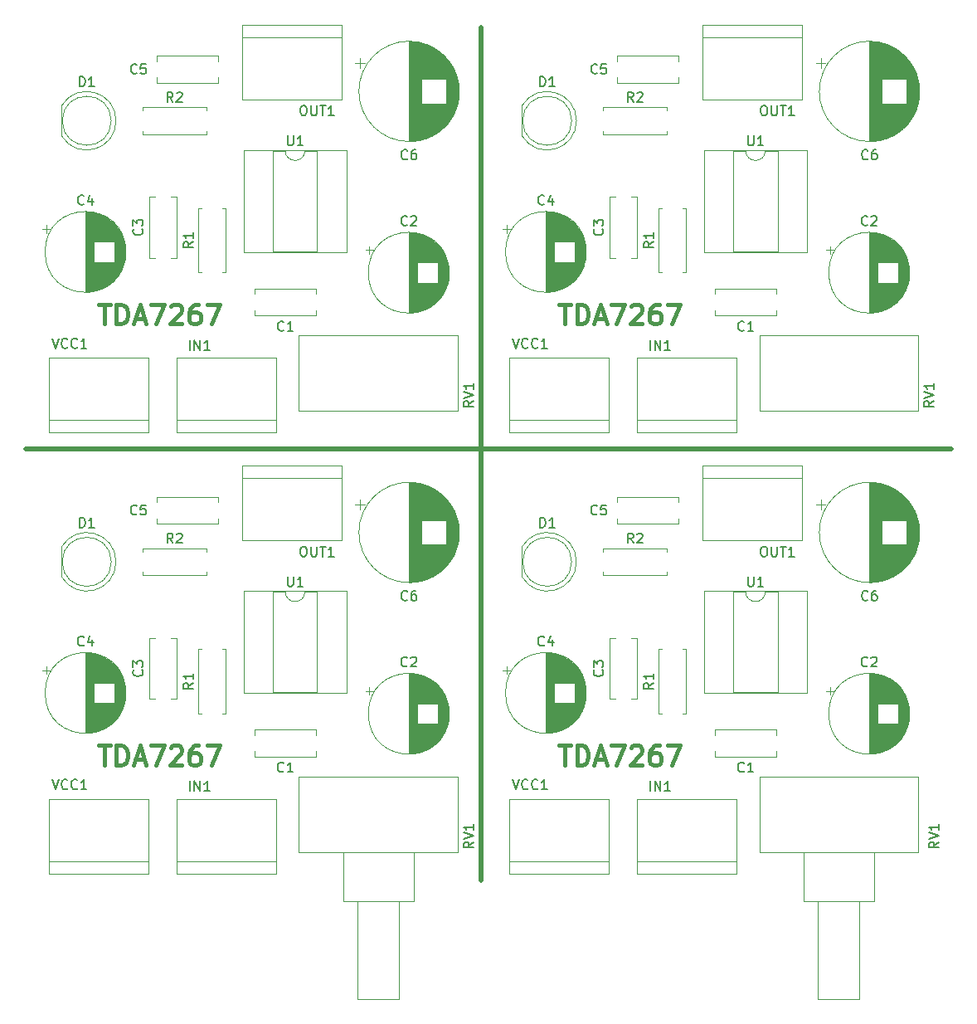
<source format=gbr>
%TF.GenerationSoftware,KiCad,Pcbnew,9.0.4*%
%TF.CreationDate,2025-08-26T10:36:07+02:00*%
%TF.ProjectId,TDA7267_2x2_panel,54444137-3236-4375-9f32-78325f70616e,rev?*%
%TF.SameCoordinates,Original*%
%TF.FileFunction,Legend,Top*%
%TF.FilePolarity,Positive*%
%FSLAX46Y46*%
G04 Gerber Fmt 4.6, Leading zero omitted, Abs format (unit mm)*
G04 Created by KiCad (PCBNEW 9.0.4) date 2025-08-26 10:36:07*
%MOMM*%
%LPD*%
G01*
G04 APERTURE LIST*
%ADD10C,0.500000*%
%ADD11C,0.400000*%
%ADD12C,0.150000*%
%ADD13C,0.120000*%
G04 APERTURE END LIST*
D10*
X98000000Y-102000000D02*
X192500000Y-102000000D01*
X144500000Y-59000000D02*
X144500000Y-146000000D01*
D11*
X152453633Y-87234438D02*
X153596490Y-87234438D01*
X153025061Y-89234438D02*
X153025061Y-87234438D01*
X154263157Y-89234438D02*
X154263157Y-87234438D01*
X154263157Y-87234438D02*
X154739347Y-87234438D01*
X154739347Y-87234438D02*
X155025062Y-87329676D01*
X155025062Y-87329676D02*
X155215538Y-87520152D01*
X155215538Y-87520152D02*
X155310776Y-87710628D01*
X155310776Y-87710628D02*
X155406014Y-88091580D01*
X155406014Y-88091580D02*
X155406014Y-88377295D01*
X155406014Y-88377295D02*
X155310776Y-88758247D01*
X155310776Y-88758247D02*
X155215538Y-88948723D01*
X155215538Y-88948723D02*
X155025062Y-89139200D01*
X155025062Y-89139200D02*
X154739347Y-89234438D01*
X154739347Y-89234438D02*
X154263157Y-89234438D01*
X156167919Y-88663009D02*
X157120300Y-88663009D01*
X155977443Y-89234438D02*
X156644109Y-87234438D01*
X156644109Y-87234438D02*
X157310776Y-89234438D01*
X157786967Y-87234438D02*
X159120300Y-87234438D01*
X159120300Y-87234438D02*
X158263157Y-89234438D01*
X159786967Y-87424914D02*
X159882205Y-87329676D01*
X159882205Y-87329676D02*
X160072681Y-87234438D01*
X160072681Y-87234438D02*
X160548872Y-87234438D01*
X160548872Y-87234438D02*
X160739348Y-87329676D01*
X160739348Y-87329676D02*
X160834586Y-87424914D01*
X160834586Y-87424914D02*
X160929824Y-87615390D01*
X160929824Y-87615390D02*
X160929824Y-87805866D01*
X160929824Y-87805866D02*
X160834586Y-88091580D01*
X160834586Y-88091580D02*
X159691729Y-89234438D01*
X159691729Y-89234438D02*
X160929824Y-89234438D01*
X162644110Y-87234438D02*
X162263157Y-87234438D01*
X162263157Y-87234438D02*
X162072681Y-87329676D01*
X162072681Y-87329676D02*
X161977443Y-87424914D01*
X161977443Y-87424914D02*
X161786967Y-87710628D01*
X161786967Y-87710628D02*
X161691729Y-88091580D01*
X161691729Y-88091580D02*
X161691729Y-88853485D01*
X161691729Y-88853485D02*
X161786967Y-89043961D01*
X161786967Y-89043961D02*
X161882205Y-89139200D01*
X161882205Y-89139200D02*
X162072681Y-89234438D01*
X162072681Y-89234438D02*
X162453634Y-89234438D01*
X162453634Y-89234438D02*
X162644110Y-89139200D01*
X162644110Y-89139200D02*
X162739348Y-89043961D01*
X162739348Y-89043961D02*
X162834586Y-88853485D01*
X162834586Y-88853485D02*
X162834586Y-88377295D01*
X162834586Y-88377295D02*
X162739348Y-88186819D01*
X162739348Y-88186819D02*
X162644110Y-88091580D01*
X162644110Y-88091580D02*
X162453634Y-87996342D01*
X162453634Y-87996342D02*
X162072681Y-87996342D01*
X162072681Y-87996342D02*
X161882205Y-88091580D01*
X161882205Y-88091580D02*
X161786967Y-88186819D01*
X161786967Y-88186819D02*
X161691729Y-88377295D01*
X163501253Y-87234438D02*
X164834586Y-87234438D01*
X164834586Y-87234438D02*
X163977443Y-89234438D01*
X105453633Y-87234438D02*
X106596490Y-87234438D01*
X106025061Y-89234438D02*
X106025061Y-87234438D01*
X107263157Y-89234438D02*
X107263157Y-87234438D01*
X107263157Y-87234438D02*
X107739347Y-87234438D01*
X107739347Y-87234438D02*
X108025062Y-87329676D01*
X108025062Y-87329676D02*
X108215538Y-87520152D01*
X108215538Y-87520152D02*
X108310776Y-87710628D01*
X108310776Y-87710628D02*
X108406014Y-88091580D01*
X108406014Y-88091580D02*
X108406014Y-88377295D01*
X108406014Y-88377295D02*
X108310776Y-88758247D01*
X108310776Y-88758247D02*
X108215538Y-88948723D01*
X108215538Y-88948723D02*
X108025062Y-89139200D01*
X108025062Y-89139200D02*
X107739347Y-89234438D01*
X107739347Y-89234438D02*
X107263157Y-89234438D01*
X109167919Y-88663009D02*
X110120300Y-88663009D01*
X108977443Y-89234438D02*
X109644109Y-87234438D01*
X109644109Y-87234438D02*
X110310776Y-89234438D01*
X110786967Y-87234438D02*
X112120300Y-87234438D01*
X112120300Y-87234438D02*
X111263157Y-89234438D01*
X112786967Y-87424914D02*
X112882205Y-87329676D01*
X112882205Y-87329676D02*
X113072681Y-87234438D01*
X113072681Y-87234438D02*
X113548872Y-87234438D01*
X113548872Y-87234438D02*
X113739348Y-87329676D01*
X113739348Y-87329676D02*
X113834586Y-87424914D01*
X113834586Y-87424914D02*
X113929824Y-87615390D01*
X113929824Y-87615390D02*
X113929824Y-87805866D01*
X113929824Y-87805866D02*
X113834586Y-88091580D01*
X113834586Y-88091580D02*
X112691729Y-89234438D01*
X112691729Y-89234438D02*
X113929824Y-89234438D01*
X115644110Y-87234438D02*
X115263157Y-87234438D01*
X115263157Y-87234438D02*
X115072681Y-87329676D01*
X115072681Y-87329676D02*
X114977443Y-87424914D01*
X114977443Y-87424914D02*
X114786967Y-87710628D01*
X114786967Y-87710628D02*
X114691729Y-88091580D01*
X114691729Y-88091580D02*
X114691729Y-88853485D01*
X114691729Y-88853485D02*
X114786967Y-89043961D01*
X114786967Y-89043961D02*
X114882205Y-89139200D01*
X114882205Y-89139200D02*
X115072681Y-89234438D01*
X115072681Y-89234438D02*
X115453634Y-89234438D01*
X115453634Y-89234438D02*
X115644110Y-89139200D01*
X115644110Y-89139200D02*
X115739348Y-89043961D01*
X115739348Y-89043961D02*
X115834586Y-88853485D01*
X115834586Y-88853485D02*
X115834586Y-88377295D01*
X115834586Y-88377295D02*
X115739348Y-88186819D01*
X115739348Y-88186819D02*
X115644110Y-88091580D01*
X115644110Y-88091580D02*
X115453634Y-87996342D01*
X115453634Y-87996342D02*
X115072681Y-87996342D01*
X115072681Y-87996342D02*
X114882205Y-88091580D01*
X114882205Y-88091580D02*
X114786967Y-88186819D01*
X114786967Y-88186819D02*
X114691729Y-88377295D01*
X116501253Y-87234438D02*
X117834586Y-87234438D01*
X117834586Y-87234438D02*
X116977443Y-89234438D01*
X105453633Y-132234438D02*
X106596490Y-132234438D01*
X106025061Y-134234438D02*
X106025061Y-132234438D01*
X107263157Y-134234438D02*
X107263157Y-132234438D01*
X107263157Y-132234438D02*
X107739347Y-132234438D01*
X107739347Y-132234438D02*
X108025062Y-132329676D01*
X108025062Y-132329676D02*
X108215538Y-132520152D01*
X108215538Y-132520152D02*
X108310776Y-132710628D01*
X108310776Y-132710628D02*
X108406014Y-133091580D01*
X108406014Y-133091580D02*
X108406014Y-133377295D01*
X108406014Y-133377295D02*
X108310776Y-133758247D01*
X108310776Y-133758247D02*
X108215538Y-133948723D01*
X108215538Y-133948723D02*
X108025062Y-134139200D01*
X108025062Y-134139200D02*
X107739347Y-134234438D01*
X107739347Y-134234438D02*
X107263157Y-134234438D01*
X109167919Y-133663009D02*
X110120300Y-133663009D01*
X108977443Y-134234438D02*
X109644109Y-132234438D01*
X109644109Y-132234438D02*
X110310776Y-134234438D01*
X110786967Y-132234438D02*
X112120300Y-132234438D01*
X112120300Y-132234438D02*
X111263157Y-134234438D01*
X112786967Y-132424914D02*
X112882205Y-132329676D01*
X112882205Y-132329676D02*
X113072681Y-132234438D01*
X113072681Y-132234438D02*
X113548872Y-132234438D01*
X113548872Y-132234438D02*
X113739348Y-132329676D01*
X113739348Y-132329676D02*
X113834586Y-132424914D01*
X113834586Y-132424914D02*
X113929824Y-132615390D01*
X113929824Y-132615390D02*
X113929824Y-132805866D01*
X113929824Y-132805866D02*
X113834586Y-133091580D01*
X113834586Y-133091580D02*
X112691729Y-134234438D01*
X112691729Y-134234438D02*
X113929824Y-134234438D01*
X115644110Y-132234438D02*
X115263157Y-132234438D01*
X115263157Y-132234438D02*
X115072681Y-132329676D01*
X115072681Y-132329676D02*
X114977443Y-132424914D01*
X114977443Y-132424914D02*
X114786967Y-132710628D01*
X114786967Y-132710628D02*
X114691729Y-133091580D01*
X114691729Y-133091580D02*
X114691729Y-133853485D01*
X114691729Y-133853485D02*
X114786967Y-134043961D01*
X114786967Y-134043961D02*
X114882205Y-134139200D01*
X114882205Y-134139200D02*
X115072681Y-134234438D01*
X115072681Y-134234438D02*
X115453634Y-134234438D01*
X115453634Y-134234438D02*
X115644110Y-134139200D01*
X115644110Y-134139200D02*
X115739348Y-134043961D01*
X115739348Y-134043961D02*
X115834586Y-133853485D01*
X115834586Y-133853485D02*
X115834586Y-133377295D01*
X115834586Y-133377295D02*
X115739348Y-133186819D01*
X115739348Y-133186819D02*
X115644110Y-133091580D01*
X115644110Y-133091580D02*
X115453634Y-132996342D01*
X115453634Y-132996342D02*
X115072681Y-132996342D01*
X115072681Y-132996342D02*
X114882205Y-133091580D01*
X114882205Y-133091580D02*
X114786967Y-133186819D01*
X114786967Y-133186819D02*
X114691729Y-133377295D01*
X116501253Y-132234438D02*
X117834586Y-132234438D01*
X117834586Y-132234438D02*
X116977443Y-134234438D01*
X152453633Y-132234438D02*
X153596490Y-132234438D01*
X153025061Y-134234438D02*
X153025061Y-132234438D01*
X154263157Y-134234438D02*
X154263157Y-132234438D01*
X154263157Y-132234438D02*
X154739347Y-132234438D01*
X154739347Y-132234438D02*
X155025062Y-132329676D01*
X155025062Y-132329676D02*
X155215538Y-132520152D01*
X155215538Y-132520152D02*
X155310776Y-132710628D01*
X155310776Y-132710628D02*
X155406014Y-133091580D01*
X155406014Y-133091580D02*
X155406014Y-133377295D01*
X155406014Y-133377295D02*
X155310776Y-133758247D01*
X155310776Y-133758247D02*
X155215538Y-133948723D01*
X155215538Y-133948723D02*
X155025062Y-134139200D01*
X155025062Y-134139200D02*
X154739347Y-134234438D01*
X154739347Y-134234438D02*
X154263157Y-134234438D01*
X156167919Y-133663009D02*
X157120300Y-133663009D01*
X155977443Y-134234438D02*
X156644109Y-132234438D01*
X156644109Y-132234438D02*
X157310776Y-134234438D01*
X157786967Y-132234438D02*
X159120300Y-132234438D01*
X159120300Y-132234438D02*
X158263157Y-134234438D01*
X159786967Y-132424914D02*
X159882205Y-132329676D01*
X159882205Y-132329676D02*
X160072681Y-132234438D01*
X160072681Y-132234438D02*
X160548872Y-132234438D01*
X160548872Y-132234438D02*
X160739348Y-132329676D01*
X160739348Y-132329676D02*
X160834586Y-132424914D01*
X160834586Y-132424914D02*
X160929824Y-132615390D01*
X160929824Y-132615390D02*
X160929824Y-132805866D01*
X160929824Y-132805866D02*
X160834586Y-133091580D01*
X160834586Y-133091580D02*
X159691729Y-134234438D01*
X159691729Y-134234438D02*
X160929824Y-134234438D01*
X162644110Y-132234438D02*
X162263157Y-132234438D01*
X162263157Y-132234438D02*
X162072681Y-132329676D01*
X162072681Y-132329676D02*
X161977443Y-132424914D01*
X161977443Y-132424914D02*
X161786967Y-132710628D01*
X161786967Y-132710628D02*
X161691729Y-133091580D01*
X161691729Y-133091580D02*
X161691729Y-133853485D01*
X161691729Y-133853485D02*
X161786967Y-134043961D01*
X161786967Y-134043961D02*
X161882205Y-134139200D01*
X161882205Y-134139200D02*
X162072681Y-134234438D01*
X162072681Y-134234438D02*
X162453634Y-134234438D01*
X162453634Y-134234438D02*
X162644110Y-134139200D01*
X162644110Y-134139200D02*
X162739348Y-134043961D01*
X162739348Y-134043961D02*
X162834586Y-133853485D01*
X162834586Y-133853485D02*
X162834586Y-133377295D01*
X162834586Y-133377295D02*
X162739348Y-133186819D01*
X162739348Y-133186819D02*
X162644110Y-133091580D01*
X162644110Y-133091580D02*
X162453634Y-132996342D01*
X162453634Y-132996342D02*
X162072681Y-132996342D01*
X162072681Y-132996342D02*
X161882205Y-133091580D01*
X161882205Y-133091580D02*
X161786967Y-133186819D01*
X161786967Y-133186819D02*
X161691729Y-133377295D01*
X163501253Y-132234438D02*
X164834586Y-132234438D01*
X164834586Y-132234438D02*
X163977443Y-134234438D01*
D12*
X190704819Y-97095238D02*
X190228628Y-97428571D01*
X190704819Y-97666666D02*
X189704819Y-97666666D01*
X189704819Y-97666666D02*
X189704819Y-97285714D01*
X189704819Y-97285714D02*
X189752438Y-97190476D01*
X189752438Y-97190476D02*
X189800057Y-97142857D01*
X189800057Y-97142857D02*
X189895295Y-97095238D01*
X189895295Y-97095238D02*
X190038152Y-97095238D01*
X190038152Y-97095238D02*
X190133390Y-97142857D01*
X190133390Y-97142857D02*
X190181009Y-97190476D01*
X190181009Y-97190476D02*
X190228628Y-97285714D01*
X190228628Y-97285714D02*
X190228628Y-97666666D01*
X189704819Y-96809523D02*
X190704819Y-96476190D01*
X190704819Y-96476190D02*
X189704819Y-96142857D01*
X190704819Y-95285714D02*
X190704819Y-95857142D01*
X190704819Y-95571428D02*
X189704819Y-95571428D01*
X189704819Y-95571428D02*
X189847676Y-95666666D01*
X189847676Y-95666666D02*
X189942914Y-95761904D01*
X189942914Y-95761904D02*
X189990533Y-95857142D01*
X143704819Y-97095238D02*
X143228628Y-97428571D01*
X143704819Y-97666666D02*
X142704819Y-97666666D01*
X142704819Y-97666666D02*
X142704819Y-97285714D01*
X142704819Y-97285714D02*
X142752438Y-97190476D01*
X142752438Y-97190476D02*
X142800057Y-97142857D01*
X142800057Y-97142857D02*
X142895295Y-97095238D01*
X142895295Y-97095238D02*
X143038152Y-97095238D01*
X143038152Y-97095238D02*
X143133390Y-97142857D01*
X143133390Y-97142857D02*
X143181009Y-97190476D01*
X143181009Y-97190476D02*
X143228628Y-97285714D01*
X143228628Y-97285714D02*
X143228628Y-97666666D01*
X142704819Y-96809523D02*
X143704819Y-96476190D01*
X143704819Y-96476190D02*
X142704819Y-96142857D01*
X143704819Y-95285714D02*
X143704819Y-95857142D01*
X143704819Y-95571428D02*
X142704819Y-95571428D01*
X142704819Y-95571428D02*
X142847676Y-95666666D01*
X142847676Y-95666666D02*
X142942914Y-95761904D01*
X142942914Y-95761904D02*
X142990533Y-95857142D01*
X191204819Y-142095238D02*
X190728628Y-142428571D01*
X191204819Y-142666666D02*
X190204819Y-142666666D01*
X190204819Y-142666666D02*
X190204819Y-142285714D01*
X190204819Y-142285714D02*
X190252438Y-142190476D01*
X190252438Y-142190476D02*
X190300057Y-142142857D01*
X190300057Y-142142857D02*
X190395295Y-142095238D01*
X190395295Y-142095238D02*
X190538152Y-142095238D01*
X190538152Y-142095238D02*
X190633390Y-142142857D01*
X190633390Y-142142857D02*
X190681009Y-142190476D01*
X190681009Y-142190476D02*
X190728628Y-142285714D01*
X190728628Y-142285714D02*
X190728628Y-142666666D01*
X190204819Y-141809523D02*
X191204819Y-141476190D01*
X191204819Y-141476190D02*
X190204819Y-141142857D01*
X191204819Y-140285714D02*
X191204819Y-140857142D01*
X191204819Y-140571428D02*
X190204819Y-140571428D01*
X190204819Y-140571428D02*
X190347676Y-140666666D01*
X190347676Y-140666666D02*
X190442914Y-140761904D01*
X190442914Y-140761904D02*
X190490533Y-140857142D01*
X136930682Y-79109580D02*
X136883063Y-79157200D01*
X136883063Y-79157200D02*
X136740206Y-79204819D01*
X136740206Y-79204819D02*
X136644968Y-79204819D01*
X136644968Y-79204819D02*
X136502111Y-79157200D01*
X136502111Y-79157200D02*
X136406873Y-79061961D01*
X136406873Y-79061961D02*
X136359254Y-78966723D01*
X136359254Y-78966723D02*
X136311635Y-78776247D01*
X136311635Y-78776247D02*
X136311635Y-78633390D01*
X136311635Y-78633390D02*
X136359254Y-78442914D01*
X136359254Y-78442914D02*
X136406873Y-78347676D01*
X136406873Y-78347676D02*
X136502111Y-78252438D01*
X136502111Y-78252438D02*
X136644968Y-78204819D01*
X136644968Y-78204819D02*
X136740206Y-78204819D01*
X136740206Y-78204819D02*
X136883063Y-78252438D01*
X136883063Y-78252438D02*
X136930682Y-78300057D01*
X137311635Y-78300057D02*
X137359254Y-78252438D01*
X137359254Y-78252438D02*
X137454492Y-78204819D01*
X137454492Y-78204819D02*
X137692587Y-78204819D01*
X137692587Y-78204819D02*
X137787825Y-78252438D01*
X137787825Y-78252438D02*
X137835444Y-78300057D01*
X137835444Y-78300057D02*
X137883063Y-78395295D01*
X137883063Y-78395295D02*
X137883063Y-78490533D01*
X137883063Y-78490533D02*
X137835444Y-78633390D01*
X137835444Y-78633390D02*
X137264016Y-79204819D01*
X137264016Y-79204819D02*
X137883063Y-79204819D01*
X109859580Y-79546666D02*
X109907200Y-79594285D01*
X109907200Y-79594285D02*
X109954819Y-79737142D01*
X109954819Y-79737142D02*
X109954819Y-79832380D01*
X109954819Y-79832380D02*
X109907200Y-79975237D01*
X109907200Y-79975237D02*
X109811961Y-80070475D01*
X109811961Y-80070475D02*
X109716723Y-80118094D01*
X109716723Y-80118094D02*
X109526247Y-80165713D01*
X109526247Y-80165713D02*
X109383390Y-80165713D01*
X109383390Y-80165713D02*
X109192914Y-80118094D01*
X109192914Y-80118094D02*
X109097676Y-80070475D01*
X109097676Y-80070475D02*
X109002438Y-79975237D01*
X109002438Y-79975237D02*
X108954819Y-79832380D01*
X108954819Y-79832380D02*
X108954819Y-79737142D01*
X108954819Y-79737142D02*
X109002438Y-79594285D01*
X109002438Y-79594285D02*
X109050057Y-79546666D01*
X108954819Y-79213332D02*
X108954819Y-78594285D01*
X108954819Y-78594285D02*
X109335771Y-78927618D01*
X109335771Y-78927618D02*
X109335771Y-78784761D01*
X109335771Y-78784761D02*
X109383390Y-78689523D01*
X109383390Y-78689523D02*
X109431009Y-78641904D01*
X109431009Y-78641904D02*
X109526247Y-78594285D01*
X109526247Y-78594285D02*
X109764342Y-78594285D01*
X109764342Y-78594285D02*
X109859580Y-78641904D01*
X109859580Y-78641904D02*
X109907200Y-78689523D01*
X109907200Y-78689523D02*
X109954819Y-78784761D01*
X109954819Y-78784761D02*
X109954819Y-79070475D01*
X109954819Y-79070475D02*
X109907200Y-79165713D01*
X109907200Y-79165713D02*
X109859580Y-79213332D01*
X115084819Y-80856666D02*
X114608628Y-81189999D01*
X115084819Y-81428094D02*
X114084819Y-81428094D01*
X114084819Y-81428094D02*
X114084819Y-81047142D01*
X114084819Y-81047142D02*
X114132438Y-80951904D01*
X114132438Y-80951904D02*
X114180057Y-80904285D01*
X114180057Y-80904285D02*
X114275295Y-80856666D01*
X114275295Y-80856666D02*
X114418152Y-80856666D01*
X114418152Y-80856666D02*
X114513390Y-80904285D01*
X114513390Y-80904285D02*
X114561009Y-80951904D01*
X114561009Y-80951904D02*
X114608628Y-81047142D01*
X114608628Y-81047142D02*
X114608628Y-81428094D01*
X115084819Y-79904285D02*
X115084819Y-80475713D01*
X115084819Y-80189999D02*
X114084819Y-80189999D01*
X114084819Y-80189999D02*
X114227676Y-80285237D01*
X114227676Y-80285237D02*
X114322914Y-80380475D01*
X114322914Y-80380475D02*
X114370533Y-80475713D01*
X150491905Y-64994819D02*
X150491905Y-63994819D01*
X150491905Y-63994819D02*
X150730000Y-63994819D01*
X150730000Y-63994819D02*
X150872857Y-64042438D01*
X150872857Y-64042438D02*
X150968095Y-64137676D01*
X150968095Y-64137676D02*
X151015714Y-64232914D01*
X151015714Y-64232914D02*
X151063333Y-64423390D01*
X151063333Y-64423390D02*
X151063333Y-64566247D01*
X151063333Y-64566247D02*
X151015714Y-64756723D01*
X151015714Y-64756723D02*
X150968095Y-64851961D01*
X150968095Y-64851961D02*
X150872857Y-64947200D01*
X150872857Y-64947200D02*
X150730000Y-64994819D01*
X150730000Y-64994819D02*
X150491905Y-64994819D01*
X152015714Y-64994819D02*
X151444286Y-64994819D01*
X151730000Y-64994819D02*
X151730000Y-63994819D01*
X151730000Y-63994819D02*
X151634762Y-64137676D01*
X151634762Y-64137676D02*
X151539524Y-64232914D01*
X151539524Y-64232914D02*
X151444286Y-64280533D01*
X156333333Y-63609580D02*
X156285714Y-63657200D01*
X156285714Y-63657200D02*
X156142857Y-63704819D01*
X156142857Y-63704819D02*
X156047619Y-63704819D01*
X156047619Y-63704819D02*
X155904762Y-63657200D01*
X155904762Y-63657200D02*
X155809524Y-63561961D01*
X155809524Y-63561961D02*
X155761905Y-63466723D01*
X155761905Y-63466723D02*
X155714286Y-63276247D01*
X155714286Y-63276247D02*
X155714286Y-63133390D01*
X155714286Y-63133390D02*
X155761905Y-62942914D01*
X155761905Y-62942914D02*
X155809524Y-62847676D01*
X155809524Y-62847676D02*
X155904762Y-62752438D01*
X155904762Y-62752438D02*
X156047619Y-62704819D01*
X156047619Y-62704819D02*
X156142857Y-62704819D01*
X156142857Y-62704819D02*
X156285714Y-62752438D01*
X156285714Y-62752438D02*
X156333333Y-62800057D01*
X157238095Y-62704819D02*
X156761905Y-62704819D01*
X156761905Y-62704819D02*
X156714286Y-63181009D01*
X156714286Y-63181009D02*
X156761905Y-63133390D01*
X156761905Y-63133390D02*
X156857143Y-63085771D01*
X156857143Y-63085771D02*
X157095238Y-63085771D01*
X157095238Y-63085771D02*
X157190476Y-63133390D01*
X157190476Y-63133390D02*
X157238095Y-63181009D01*
X157238095Y-63181009D02*
X157285714Y-63276247D01*
X157285714Y-63276247D02*
X157285714Y-63514342D01*
X157285714Y-63514342D02*
X157238095Y-63609580D01*
X157238095Y-63609580D02*
X157190476Y-63657200D01*
X157190476Y-63657200D02*
X157095238Y-63704819D01*
X157095238Y-63704819D02*
X156857143Y-63704819D01*
X156857143Y-63704819D02*
X156761905Y-63657200D01*
X156761905Y-63657200D02*
X156714286Y-63609580D01*
X173273809Y-66954819D02*
X173464285Y-66954819D01*
X173464285Y-66954819D02*
X173559523Y-67002438D01*
X173559523Y-67002438D02*
X173654761Y-67097676D01*
X173654761Y-67097676D02*
X173702380Y-67288152D01*
X173702380Y-67288152D02*
X173702380Y-67621485D01*
X173702380Y-67621485D02*
X173654761Y-67811961D01*
X173654761Y-67811961D02*
X173559523Y-67907200D01*
X173559523Y-67907200D02*
X173464285Y-67954819D01*
X173464285Y-67954819D02*
X173273809Y-67954819D01*
X173273809Y-67954819D02*
X173178571Y-67907200D01*
X173178571Y-67907200D02*
X173083333Y-67811961D01*
X173083333Y-67811961D02*
X173035714Y-67621485D01*
X173035714Y-67621485D02*
X173035714Y-67288152D01*
X173035714Y-67288152D02*
X173083333Y-67097676D01*
X173083333Y-67097676D02*
X173178571Y-67002438D01*
X173178571Y-67002438D02*
X173273809Y-66954819D01*
X174130952Y-66954819D02*
X174130952Y-67764342D01*
X174130952Y-67764342D02*
X174178571Y-67859580D01*
X174178571Y-67859580D02*
X174226190Y-67907200D01*
X174226190Y-67907200D02*
X174321428Y-67954819D01*
X174321428Y-67954819D02*
X174511904Y-67954819D01*
X174511904Y-67954819D02*
X174607142Y-67907200D01*
X174607142Y-67907200D02*
X174654761Y-67859580D01*
X174654761Y-67859580D02*
X174702380Y-67764342D01*
X174702380Y-67764342D02*
X174702380Y-66954819D01*
X175035714Y-66954819D02*
X175607142Y-66954819D01*
X175321428Y-67954819D02*
X175321428Y-66954819D01*
X176464285Y-67954819D02*
X175892857Y-67954819D01*
X176178571Y-67954819D02*
X176178571Y-66954819D01*
X176178571Y-66954819D02*
X176083333Y-67097676D01*
X176083333Y-67097676D02*
X175988095Y-67192914D01*
X175988095Y-67192914D02*
X175892857Y-67240533D01*
X156859580Y-79546666D02*
X156907200Y-79594285D01*
X156907200Y-79594285D02*
X156954819Y-79737142D01*
X156954819Y-79737142D02*
X156954819Y-79832380D01*
X156954819Y-79832380D02*
X156907200Y-79975237D01*
X156907200Y-79975237D02*
X156811961Y-80070475D01*
X156811961Y-80070475D02*
X156716723Y-80118094D01*
X156716723Y-80118094D02*
X156526247Y-80165713D01*
X156526247Y-80165713D02*
X156383390Y-80165713D01*
X156383390Y-80165713D02*
X156192914Y-80118094D01*
X156192914Y-80118094D02*
X156097676Y-80070475D01*
X156097676Y-80070475D02*
X156002438Y-79975237D01*
X156002438Y-79975237D02*
X155954819Y-79832380D01*
X155954819Y-79832380D02*
X155954819Y-79737142D01*
X155954819Y-79737142D02*
X156002438Y-79594285D01*
X156002438Y-79594285D02*
X156050057Y-79546666D01*
X155954819Y-79213332D02*
X155954819Y-78594285D01*
X155954819Y-78594285D02*
X156335771Y-78927618D01*
X156335771Y-78927618D02*
X156335771Y-78784761D01*
X156335771Y-78784761D02*
X156383390Y-78689523D01*
X156383390Y-78689523D02*
X156431009Y-78641904D01*
X156431009Y-78641904D02*
X156526247Y-78594285D01*
X156526247Y-78594285D02*
X156764342Y-78594285D01*
X156764342Y-78594285D02*
X156859580Y-78641904D01*
X156859580Y-78641904D02*
X156907200Y-78689523D01*
X156907200Y-78689523D02*
X156954819Y-78784761D01*
X156954819Y-78784761D02*
X156954819Y-79070475D01*
X156954819Y-79070475D02*
X156907200Y-79165713D01*
X156907200Y-79165713D02*
X156859580Y-79213332D01*
X136965656Y-72359580D02*
X136918037Y-72407200D01*
X136918037Y-72407200D02*
X136775180Y-72454819D01*
X136775180Y-72454819D02*
X136679942Y-72454819D01*
X136679942Y-72454819D02*
X136537085Y-72407200D01*
X136537085Y-72407200D02*
X136441847Y-72311961D01*
X136441847Y-72311961D02*
X136394228Y-72216723D01*
X136394228Y-72216723D02*
X136346609Y-72026247D01*
X136346609Y-72026247D02*
X136346609Y-71883390D01*
X136346609Y-71883390D02*
X136394228Y-71692914D01*
X136394228Y-71692914D02*
X136441847Y-71597676D01*
X136441847Y-71597676D02*
X136537085Y-71502438D01*
X136537085Y-71502438D02*
X136679942Y-71454819D01*
X136679942Y-71454819D02*
X136775180Y-71454819D01*
X136775180Y-71454819D02*
X136918037Y-71502438D01*
X136918037Y-71502438D02*
X136965656Y-71550057D01*
X137822799Y-71454819D02*
X137632323Y-71454819D01*
X137632323Y-71454819D02*
X137537085Y-71502438D01*
X137537085Y-71502438D02*
X137489466Y-71550057D01*
X137489466Y-71550057D02*
X137394228Y-71692914D01*
X137394228Y-71692914D02*
X137346609Y-71883390D01*
X137346609Y-71883390D02*
X137346609Y-72264342D01*
X137346609Y-72264342D02*
X137394228Y-72359580D01*
X137394228Y-72359580D02*
X137441847Y-72407200D01*
X137441847Y-72407200D02*
X137537085Y-72454819D01*
X137537085Y-72454819D02*
X137727561Y-72454819D01*
X137727561Y-72454819D02*
X137822799Y-72407200D01*
X137822799Y-72407200D02*
X137870418Y-72359580D01*
X137870418Y-72359580D02*
X137918037Y-72264342D01*
X137918037Y-72264342D02*
X137918037Y-72026247D01*
X137918037Y-72026247D02*
X137870418Y-71931009D01*
X137870418Y-71931009D02*
X137822799Y-71883390D01*
X137822799Y-71883390D02*
X137727561Y-71835771D01*
X137727561Y-71835771D02*
X137537085Y-71835771D01*
X137537085Y-71835771D02*
X137441847Y-71883390D01*
X137441847Y-71883390D02*
X137394228Y-71931009D01*
X137394228Y-71931009D02*
X137346609Y-72026247D01*
X161750000Y-91874819D02*
X161750000Y-90874819D01*
X162226190Y-91874819D02*
X162226190Y-90874819D01*
X162226190Y-90874819D02*
X162797618Y-91874819D01*
X162797618Y-91874819D02*
X162797618Y-90874819D01*
X163797618Y-91874819D02*
X163226190Y-91874819D01*
X163511904Y-91874819D02*
X163511904Y-90874819D01*
X163511904Y-90874819D02*
X163416666Y-91017676D01*
X163416666Y-91017676D02*
X163321428Y-91112914D01*
X163321428Y-91112914D02*
X163226190Y-91160533D01*
X103933333Y-76989580D02*
X103885714Y-77037200D01*
X103885714Y-77037200D02*
X103742857Y-77084819D01*
X103742857Y-77084819D02*
X103647619Y-77084819D01*
X103647619Y-77084819D02*
X103504762Y-77037200D01*
X103504762Y-77037200D02*
X103409524Y-76941961D01*
X103409524Y-76941961D02*
X103361905Y-76846723D01*
X103361905Y-76846723D02*
X103314286Y-76656247D01*
X103314286Y-76656247D02*
X103314286Y-76513390D01*
X103314286Y-76513390D02*
X103361905Y-76322914D01*
X103361905Y-76322914D02*
X103409524Y-76227676D01*
X103409524Y-76227676D02*
X103504762Y-76132438D01*
X103504762Y-76132438D02*
X103647619Y-76084819D01*
X103647619Y-76084819D02*
X103742857Y-76084819D01*
X103742857Y-76084819D02*
X103885714Y-76132438D01*
X103885714Y-76132438D02*
X103933333Y-76180057D01*
X104790476Y-76418152D02*
X104790476Y-77084819D01*
X104552381Y-76037200D02*
X104314286Y-76751485D01*
X104314286Y-76751485D02*
X104933333Y-76751485D01*
X162084819Y-80856666D02*
X161608628Y-81189999D01*
X162084819Y-81428094D02*
X161084819Y-81428094D01*
X161084819Y-81428094D02*
X161084819Y-81047142D01*
X161084819Y-81047142D02*
X161132438Y-80951904D01*
X161132438Y-80951904D02*
X161180057Y-80904285D01*
X161180057Y-80904285D02*
X161275295Y-80856666D01*
X161275295Y-80856666D02*
X161418152Y-80856666D01*
X161418152Y-80856666D02*
X161513390Y-80904285D01*
X161513390Y-80904285D02*
X161561009Y-80951904D01*
X161561009Y-80951904D02*
X161608628Y-81047142D01*
X161608628Y-81047142D02*
X161608628Y-81428094D01*
X162084819Y-79904285D02*
X162084819Y-80475713D01*
X162084819Y-80189999D02*
X161084819Y-80189999D01*
X161084819Y-80189999D02*
X161227676Y-80285237D01*
X161227676Y-80285237D02*
X161322914Y-80380475D01*
X161322914Y-80380475D02*
X161370533Y-80475713D01*
X124333333Y-89859580D02*
X124285714Y-89907200D01*
X124285714Y-89907200D02*
X124142857Y-89954819D01*
X124142857Y-89954819D02*
X124047619Y-89954819D01*
X124047619Y-89954819D02*
X123904762Y-89907200D01*
X123904762Y-89907200D02*
X123809524Y-89811961D01*
X123809524Y-89811961D02*
X123761905Y-89716723D01*
X123761905Y-89716723D02*
X123714286Y-89526247D01*
X123714286Y-89526247D02*
X123714286Y-89383390D01*
X123714286Y-89383390D02*
X123761905Y-89192914D01*
X123761905Y-89192914D02*
X123809524Y-89097676D01*
X123809524Y-89097676D02*
X123904762Y-89002438D01*
X123904762Y-89002438D02*
X124047619Y-88954819D01*
X124047619Y-88954819D02*
X124142857Y-88954819D01*
X124142857Y-88954819D02*
X124285714Y-89002438D01*
X124285714Y-89002438D02*
X124333333Y-89050057D01*
X125285714Y-89954819D02*
X124714286Y-89954819D01*
X125000000Y-89954819D02*
X125000000Y-88954819D01*
X125000000Y-88954819D02*
X124904762Y-89097676D01*
X124904762Y-89097676D02*
X124809524Y-89192914D01*
X124809524Y-89192914D02*
X124714286Y-89240533D01*
X124738095Y-70004819D02*
X124738095Y-70814342D01*
X124738095Y-70814342D02*
X124785714Y-70909580D01*
X124785714Y-70909580D02*
X124833333Y-70957200D01*
X124833333Y-70957200D02*
X124928571Y-71004819D01*
X124928571Y-71004819D02*
X125119047Y-71004819D01*
X125119047Y-71004819D02*
X125214285Y-70957200D01*
X125214285Y-70957200D02*
X125261904Y-70909580D01*
X125261904Y-70909580D02*
X125309523Y-70814342D01*
X125309523Y-70814342D02*
X125309523Y-70004819D01*
X126309523Y-71004819D02*
X125738095Y-71004819D01*
X126023809Y-71004819D02*
X126023809Y-70004819D01*
X126023809Y-70004819D02*
X125928571Y-70147676D01*
X125928571Y-70147676D02*
X125833333Y-70242914D01*
X125833333Y-70242914D02*
X125738095Y-70290533D01*
X103491905Y-64994819D02*
X103491905Y-63994819D01*
X103491905Y-63994819D02*
X103730000Y-63994819D01*
X103730000Y-63994819D02*
X103872857Y-64042438D01*
X103872857Y-64042438D02*
X103968095Y-64137676D01*
X103968095Y-64137676D02*
X104015714Y-64232914D01*
X104015714Y-64232914D02*
X104063333Y-64423390D01*
X104063333Y-64423390D02*
X104063333Y-64566247D01*
X104063333Y-64566247D02*
X104015714Y-64756723D01*
X104015714Y-64756723D02*
X103968095Y-64851961D01*
X103968095Y-64851961D02*
X103872857Y-64947200D01*
X103872857Y-64947200D02*
X103730000Y-64994819D01*
X103730000Y-64994819D02*
X103491905Y-64994819D01*
X105015714Y-64994819D02*
X104444286Y-64994819D01*
X104730000Y-64994819D02*
X104730000Y-63994819D01*
X104730000Y-63994819D02*
X104634762Y-64137676D01*
X104634762Y-64137676D02*
X104539524Y-64232914D01*
X104539524Y-64232914D02*
X104444286Y-64280533D01*
X114750000Y-91874819D02*
X114750000Y-90874819D01*
X115226190Y-91874819D02*
X115226190Y-90874819D01*
X115226190Y-90874819D02*
X115797618Y-91874819D01*
X115797618Y-91874819D02*
X115797618Y-90874819D01*
X116797618Y-91874819D02*
X116226190Y-91874819D01*
X116511904Y-91874819D02*
X116511904Y-90874819D01*
X116511904Y-90874819D02*
X116416666Y-91017676D01*
X116416666Y-91017676D02*
X116321428Y-91112914D01*
X116321428Y-91112914D02*
X116226190Y-91160533D01*
X109333333Y-63609580D02*
X109285714Y-63657200D01*
X109285714Y-63657200D02*
X109142857Y-63704819D01*
X109142857Y-63704819D02*
X109047619Y-63704819D01*
X109047619Y-63704819D02*
X108904762Y-63657200D01*
X108904762Y-63657200D02*
X108809524Y-63561961D01*
X108809524Y-63561961D02*
X108761905Y-63466723D01*
X108761905Y-63466723D02*
X108714286Y-63276247D01*
X108714286Y-63276247D02*
X108714286Y-63133390D01*
X108714286Y-63133390D02*
X108761905Y-62942914D01*
X108761905Y-62942914D02*
X108809524Y-62847676D01*
X108809524Y-62847676D02*
X108904762Y-62752438D01*
X108904762Y-62752438D02*
X109047619Y-62704819D01*
X109047619Y-62704819D02*
X109142857Y-62704819D01*
X109142857Y-62704819D02*
X109285714Y-62752438D01*
X109285714Y-62752438D02*
X109333333Y-62800057D01*
X110238095Y-62704819D02*
X109761905Y-62704819D01*
X109761905Y-62704819D02*
X109714286Y-63181009D01*
X109714286Y-63181009D02*
X109761905Y-63133390D01*
X109761905Y-63133390D02*
X109857143Y-63085771D01*
X109857143Y-63085771D02*
X110095238Y-63085771D01*
X110095238Y-63085771D02*
X110190476Y-63133390D01*
X110190476Y-63133390D02*
X110238095Y-63181009D01*
X110238095Y-63181009D02*
X110285714Y-63276247D01*
X110285714Y-63276247D02*
X110285714Y-63514342D01*
X110285714Y-63514342D02*
X110238095Y-63609580D01*
X110238095Y-63609580D02*
X110190476Y-63657200D01*
X110190476Y-63657200D02*
X110095238Y-63704819D01*
X110095238Y-63704819D02*
X109857143Y-63704819D01*
X109857143Y-63704819D02*
X109761905Y-63657200D01*
X109761905Y-63657200D02*
X109714286Y-63609580D01*
X126273809Y-66954819D02*
X126464285Y-66954819D01*
X126464285Y-66954819D02*
X126559523Y-67002438D01*
X126559523Y-67002438D02*
X126654761Y-67097676D01*
X126654761Y-67097676D02*
X126702380Y-67288152D01*
X126702380Y-67288152D02*
X126702380Y-67621485D01*
X126702380Y-67621485D02*
X126654761Y-67811961D01*
X126654761Y-67811961D02*
X126559523Y-67907200D01*
X126559523Y-67907200D02*
X126464285Y-67954819D01*
X126464285Y-67954819D02*
X126273809Y-67954819D01*
X126273809Y-67954819D02*
X126178571Y-67907200D01*
X126178571Y-67907200D02*
X126083333Y-67811961D01*
X126083333Y-67811961D02*
X126035714Y-67621485D01*
X126035714Y-67621485D02*
X126035714Y-67288152D01*
X126035714Y-67288152D02*
X126083333Y-67097676D01*
X126083333Y-67097676D02*
X126178571Y-67002438D01*
X126178571Y-67002438D02*
X126273809Y-66954819D01*
X127130952Y-66954819D02*
X127130952Y-67764342D01*
X127130952Y-67764342D02*
X127178571Y-67859580D01*
X127178571Y-67859580D02*
X127226190Y-67907200D01*
X127226190Y-67907200D02*
X127321428Y-67954819D01*
X127321428Y-67954819D02*
X127511904Y-67954819D01*
X127511904Y-67954819D02*
X127607142Y-67907200D01*
X127607142Y-67907200D02*
X127654761Y-67859580D01*
X127654761Y-67859580D02*
X127702380Y-67764342D01*
X127702380Y-67764342D02*
X127702380Y-66954819D01*
X128035714Y-66954819D02*
X128607142Y-66954819D01*
X128321428Y-67954819D02*
X128321428Y-66954819D01*
X129464285Y-67954819D02*
X128892857Y-67954819D01*
X129178571Y-67954819D02*
X129178571Y-66954819D01*
X129178571Y-66954819D02*
X129083333Y-67097676D01*
X129083333Y-67097676D02*
X128988095Y-67192914D01*
X128988095Y-67192914D02*
X128892857Y-67240533D01*
X103491905Y-109994819D02*
X103491905Y-108994819D01*
X103491905Y-108994819D02*
X103730000Y-108994819D01*
X103730000Y-108994819D02*
X103872857Y-109042438D01*
X103872857Y-109042438D02*
X103968095Y-109137676D01*
X103968095Y-109137676D02*
X104015714Y-109232914D01*
X104015714Y-109232914D02*
X104063333Y-109423390D01*
X104063333Y-109423390D02*
X104063333Y-109566247D01*
X104063333Y-109566247D02*
X104015714Y-109756723D01*
X104015714Y-109756723D02*
X103968095Y-109851961D01*
X103968095Y-109851961D02*
X103872857Y-109947200D01*
X103872857Y-109947200D02*
X103730000Y-109994819D01*
X103730000Y-109994819D02*
X103491905Y-109994819D01*
X105015714Y-109994819D02*
X104444286Y-109994819D01*
X104730000Y-109994819D02*
X104730000Y-108994819D01*
X104730000Y-108994819D02*
X104634762Y-109137676D01*
X104634762Y-109137676D02*
X104539524Y-109232914D01*
X104539524Y-109232914D02*
X104444286Y-109280533D01*
X136930682Y-124109580D02*
X136883063Y-124157200D01*
X136883063Y-124157200D02*
X136740206Y-124204819D01*
X136740206Y-124204819D02*
X136644968Y-124204819D01*
X136644968Y-124204819D02*
X136502111Y-124157200D01*
X136502111Y-124157200D02*
X136406873Y-124061961D01*
X136406873Y-124061961D02*
X136359254Y-123966723D01*
X136359254Y-123966723D02*
X136311635Y-123776247D01*
X136311635Y-123776247D02*
X136311635Y-123633390D01*
X136311635Y-123633390D02*
X136359254Y-123442914D01*
X136359254Y-123442914D02*
X136406873Y-123347676D01*
X136406873Y-123347676D02*
X136502111Y-123252438D01*
X136502111Y-123252438D02*
X136644968Y-123204819D01*
X136644968Y-123204819D02*
X136740206Y-123204819D01*
X136740206Y-123204819D02*
X136883063Y-123252438D01*
X136883063Y-123252438D02*
X136930682Y-123300057D01*
X137311635Y-123300057D02*
X137359254Y-123252438D01*
X137359254Y-123252438D02*
X137454492Y-123204819D01*
X137454492Y-123204819D02*
X137692587Y-123204819D01*
X137692587Y-123204819D02*
X137787825Y-123252438D01*
X137787825Y-123252438D02*
X137835444Y-123300057D01*
X137835444Y-123300057D02*
X137883063Y-123395295D01*
X137883063Y-123395295D02*
X137883063Y-123490533D01*
X137883063Y-123490533D02*
X137835444Y-123633390D01*
X137835444Y-123633390D02*
X137264016Y-124204819D01*
X137264016Y-124204819D02*
X137883063Y-124204819D01*
X114750000Y-136874819D02*
X114750000Y-135874819D01*
X115226190Y-136874819D02*
X115226190Y-135874819D01*
X115226190Y-135874819D02*
X115797618Y-136874819D01*
X115797618Y-136874819D02*
X115797618Y-135874819D01*
X116797618Y-136874819D02*
X116226190Y-136874819D01*
X116511904Y-136874819D02*
X116511904Y-135874819D01*
X116511904Y-135874819D02*
X116416666Y-136017676D01*
X116416666Y-136017676D02*
X116321428Y-136112914D01*
X116321428Y-136112914D02*
X116226190Y-136160533D01*
X115084819Y-125856666D02*
X114608628Y-126189999D01*
X115084819Y-126428094D02*
X114084819Y-126428094D01*
X114084819Y-126428094D02*
X114084819Y-126047142D01*
X114084819Y-126047142D02*
X114132438Y-125951904D01*
X114132438Y-125951904D02*
X114180057Y-125904285D01*
X114180057Y-125904285D02*
X114275295Y-125856666D01*
X114275295Y-125856666D02*
X114418152Y-125856666D01*
X114418152Y-125856666D02*
X114513390Y-125904285D01*
X114513390Y-125904285D02*
X114561009Y-125951904D01*
X114561009Y-125951904D02*
X114608628Y-126047142D01*
X114608628Y-126047142D02*
X114608628Y-126428094D01*
X115084819Y-124904285D02*
X115084819Y-125475713D01*
X115084819Y-125189999D02*
X114084819Y-125189999D01*
X114084819Y-125189999D02*
X114227676Y-125285237D01*
X114227676Y-125285237D02*
X114322914Y-125380475D01*
X114322914Y-125380475D02*
X114370533Y-125475713D01*
X124333333Y-134859580D02*
X124285714Y-134907200D01*
X124285714Y-134907200D02*
X124142857Y-134954819D01*
X124142857Y-134954819D02*
X124047619Y-134954819D01*
X124047619Y-134954819D02*
X123904762Y-134907200D01*
X123904762Y-134907200D02*
X123809524Y-134811961D01*
X123809524Y-134811961D02*
X123761905Y-134716723D01*
X123761905Y-134716723D02*
X123714286Y-134526247D01*
X123714286Y-134526247D02*
X123714286Y-134383390D01*
X123714286Y-134383390D02*
X123761905Y-134192914D01*
X123761905Y-134192914D02*
X123809524Y-134097676D01*
X123809524Y-134097676D02*
X123904762Y-134002438D01*
X123904762Y-134002438D02*
X124047619Y-133954819D01*
X124047619Y-133954819D02*
X124142857Y-133954819D01*
X124142857Y-133954819D02*
X124285714Y-134002438D01*
X124285714Y-134002438D02*
X124333333Y-134050057D01*
X125285714Y-134954819D02*
X124714286Y-134954819D01*
X125000000Y-134954819D02*
X125000000Y-133954819D01*
X125000000Y-133954819D02*
X124904762Y-134097676D01*
X124904762Y-134097676D02*
X124809524Y-134192914D01*
X124809524Y-134192914D02*
X124714286Y-134240533D01*
X126273809Y-111954819D02*
X126464285Y-111954819D01*
X126464285Y-111954819D02*
X126559523Y-112002438D01*
X126559523Y-112002438D02*
X126654761Y-112097676D01*
X126654761Y-112097676D02*
X126702380Y-112288152D01*
X126702380Y-112288152D02*
X126702380Y-112621485D01*
X126702380Y-112621485D02*
X126654761Y-112811961D01*
X126654761Y-112811961D02*
X126559523Y-112907200D01*
X126559523Y-112907200D02*
X126464285Y-112954819D01*
X126464285Y-112954819D02*
X126273809Y-112954819D01*
X126273809Y-112954819D02*
X126178571Y-112907200D01*
X126178571Y-112907200D02*
X126083333Y-112811961D01*
X126083333Y-112811961D02*
X126035714Y-112621485D01*
X126035714Y-112621485D02*
X126035714Y-112288152D01*
X126035714Y-112288152D02*
X126083333Y-112097676D01*
X126083333Y-112097676D02*
X126178571Y-112002438D01*
X126178571Y-112002438D02*
X126273809Y-111954819D01*
X127130952Y-111954819D02*
X127130952Y-112764342D01*
X127130952Y-112764342D02*
X127178571Y-112859580D01*
X127178571Y-112859580D02*
X127226190Y-112907200D01*
X127226190Y-112907200D02*
X127321428Y-112954819D01*
X127321428Y-112954819D02*
X127511904Y-112954819D01*
X127511904Y-112954819D02*
X127607142Y-112907200D01*
X127607142Y-112907200D02*
X127654761Y-112859580D01*
X127654761Y-112859580D02*
X127702380Y-112764342D01*
X127702380Y-112764342D02*
X127702380Y-111954819D01*
X128035714Y-111954819D02*
X128607142Y-111954819D01*
X128321428Y-112954819D02*
X128321428Y-111954819D01*
X129464285Y-112954819D02*
X128892857Y-112954819D01*
X129178571Y-112954819D02*
X129178571Y-111954819D01*
X129178571Y-111954819D02*
X129083333Y-112097676D01*
X129083333Y-112097676D02*
X128988095Y-112192914D01*
X128988095Y-112192914D02*
X128892857Y-112240533D01*
X124738095Y-115004819D02*
X124738095Y-115814342D01*
X124738095Y-115814342D02*
X124785714Y-115909580D01*
X124785714Y-115909580D02*
X124833333Y-115957200D01*
X124833333Y-115957200D02*
X124928571Y-116004819D01*
X124928571Y-116004819D02*
X125119047Y-116004819D01*
X125119047Y-116004819D02*
X125214285Y-115957200D01*
X125214285Y-115957200D02*
X125261904Y-115909580D01*
X125261904Y-115909580D02*
X125309523Y-115814342D01*
X125309523Y-115814342D02*
X125309523Y-115004819D01*
X126309523Y-116004819D02*
X125738095Y-116004819D01*
X126023809Y-116004819D02*
X126023809Y-115004819D01*
X126023809Y-115004819D02*
X125928571Y-115147676D01*
X125928571Y-115147676D02*
X125833333Y-115242914D01*
X125833333Y-115242914D02*
X125738095Y-115290533D01*
X113023333Y-111584819D02*
X112690000Y-111108628D01*
X112451905Y-111584819D02*
X112451905Y-110584819D01*
X112451905Y-110584819D02*
X112832857Y-110584819D01*
X112832857Y-110584819D02*
X112928095Y-110632438D01*
X112928095Y-110632438D02*
X112975714Y-110680057D01*
X112975714Y-110680057D02*
X113023333Y-110775295D01*
X113023333Y-110775295D02*
X113023333Y-110918152D01*
X113023333Y-110918152D02*
X112975714Y-111013390D01*
X112975714Y-111013390D02*
X112928095Y-111061009D01*
X112928095Y-111061009D02*
X112832857Y-111108628D01*
X112832857Y-111108628D02*
X112451905Y-111108628D01*
X113404286Y-110680057D02*
X113451905Y-110632438D01*
X113451905Y-110632438D02*
X113547143Y-110584819D01*
X113547143Y-110584819D02*
X113785238Y-110584819D01*
X113785238Y-110584819D02*
X113880476Y-110632438D01*
X113880476Y-110632438D02*
X113928095Y-110680057D01*
X113928095Y-110680057D02*
X113975714Y-110775295D01*
X113975714Y-110775295D02*
X113975714Y-110870533D01*
X113975714Y-110870533D02*
X113928095Y-111013390D01*
X113928095Y-111013390D02*
X113356667Y-111584819D01*
X113356667Y-111584819D02*
X113975714Y-111584819D01*
X100690476Y-135704819D02*
X101023809Y-136704819D01*
X101023809Y-136704819D02*
X101357142Y-135704819D01*
X102261904Y-136609580D02*
X102214285Y-136657200D01*
X102214285Y-136657200D02*
X102071428Y-136704819D01*
X102071428Y-136704819D02*
X101976190Y-136704819D01*
X101976190Y-136704819D02*
X101833333Y-136657200D01*
X101833333Y-136657200D02*
X101738095Y-136561961D01*
X101738095Y-136561961D02*
X101690476Y-136466723D01*
X101690476Y-136466723D02*
X101642857Y-136276247D01*
X101642857Y-136276247D02*
X101642857Y-136133390D01*
X101642857Y-136133390D02*
X101690476Y-135942914D01*
X101690476Y-135942914D02*
X101738095Y-135847676D01*
X101738095Y-135847676D02*
X101833333Y-135752438D01*
X101833333Y-135752438D02*
X101976190Y-135704819D01*
X101976190Y-135704819D02*
X102071428Y-135704819D01*
X102071428Y-135704819D02*
X102214285Y-135752438D01*
X102214285Y-135752438D02*
X102261904Y-135800057D01*
X103261904Y-136609580D02*
X103214285Y-136657200D01*
X103214285Y-136657200D02*
X103071428Y-136704819D01*
X103071428Y-136704819D02*
X102976190Y-136704819D01*
X102976190Y-136704819D02*
X102833333Y-136657200D01*
X102833333Y-136657200D02*
X102738095Y-136561961D01*
X102738095Y-136561961D02*
X102690476Y-136466723D01*
X102690476Y-136466723D02*
X102642857Y-136276247D01*
X102642857Y-136276247D02*
X102642857Y-136133390D01*
X102642857Y-136133390D02*
X102690476Y-135942914D01*
X102690476Y-135942914D02*
X102738095Y-135847676D01*
X102738095Y-135847676D02*
X102833333Y-135752438D01*
X102833333Y-135752438D02*
X102976190Y-135704819D01*
X102976190Y-135704819D02*
X103071428Y-135704819D01*
X103071428Y-135704819D02*
X103214285Y-135752438D01*
X103214285Y-135752438D02*
X103261904Y-135800057D01*
X104214285Y-136704819D02*
X103642857Y-136704819D01*
X103928571Y-136704819D02*
X103928571Y-135704819D01*
X103928571Y-135704819D02*
X103833333Y-135847676D01*
X103833333Y-135847676D02*
X103738095Y-135942914D01*
X103738095Y-135942914D02*
X103642857Y-135990533D01*
X109333333Y-108609580D02*
X109285714Y-108657200D01*
X109285714Y-108657200D02*
X109142857Y-108704819D01*
X109142857Y-108704819D02*
X109047619Y-108704819D01*
X109047619Y-108704819D02*
X108904762Y-108657200D01*
X108904762Y-108657200D02*
X108809524Y-108561961D01*
X108809524Y-108561961D02*
X108761905Y-108466723D01*
X108761905Y-108466723D02*
X108714286Y-108276247D01*
X108714286Y-108276247D02*
X108714286Y-108133390D01*
X108714286Y-108133390D02*
X108761905Y-107942914D01*
X108761905Y-107942914D02*
X108809524Y-107847676D01*
X108809524Y-107847676D02*
X108904762Y-107752438D01*
X108904762Y-107752438D02*
X109047619Y-107704819D01*
X109047619Y-107704819D02*
X109142857Y-107704819D01*
X109142857Y-107704819D02*
X109285714Y-107752438D01*
X109285714Y-107752438D02*
X109333333Y-107800057D01*
X110238095Y-107704819D02*
X109761905Y-107704819D01*
X109761905Y-107704819D02*
X109714286Y-108181009D01*
X109714286Y-108181009D02*
X109761905Y-108133390D01*
X109761905Y-108133390D02*
X109857143Y-108085771D01*
X109857143Y-108085771D02*
X110095238Y-108085771D01*
X110095238Y-108085771D02*
X110190476Y-108133390D01*
X110190476Y-108133390D02*
X110238095Y-108181009D01*
X110238095Y-108181009D02*
X110285714Y-108276247D01*
X110285714Y-108276247D02*
X110285714Y-108514342D01*
X110285714Y-108514342D02*
X110238095Y-108609580D01*
X110238095Y-108609580D02*
X110190476Y-108657200D01*
X110190476Y-108657200D02*
X110095238Y-108704819D01*
X110095238Y-108704819D02*
X109857143Y-108704819D01*
X109857143Y-108704819D02*
X109761905Y-108657200D01*
X109761905Y-108657200D02*
X109714286Y-108609580D01*
X162084819Y-125856666D02*
X161608628Y-126189999D01*
X162084819Y-126428094D02*
X161084819Y-126428094D01*
X161084819Y-126428094D02*
X161084819Y-126047142D01*
X161084819Y-126047142D02*
X161132438Y-125951904D01*
X161132438Y-125951904D02*
X161180057Y-125904285D01*
X161180057Y-125904285D02*
X161275295Y-125856666D01*
X161275295Y-125856666D02*
X161418152Y-125856666D01*
X161418152Y-125856666D02*
X161513390Y-125904285D01*
X161513390Y-125904285D02*
X161561009Y-125951904D01*
X161561009Y-125951904D02*
X161608628Y-126047142D01*
X161608628Y-126047142D02*
X161608628Y-126428094D01*
X162084819Y-124904285D02*
X162084819Y-125475713D01*
X162084819Y-125189999D02*
X161084819Y-125189999D01*
X161084819Y-125189999D02*
X161227676Y-125285237D01*
X161227676Y-125285237D02*
X161322914Y-125380475D01*
X161322914Y-125380475D02*
X161370533Y-125475713D01*
X173273809Y-111954819D02*
X173464285Y-111954819D01*
X173464285Y-111954819D02*
X173559523Y-112002438D01*
X173559523Y-112002438D02*
X173654761Y-112097676D01*
X173654761Y-112097676D02*
X173702380Y-112288152D01*
X173702380Y-112288152D02*
X173702380Y-112621485D01*
X173702380Y-112621485D02*
X173654761Y-112811961D01*
X173654761Y-112811961D02*
X173559523Y-112907200D01*
X173559523Y-112907200D02*
X173464285Y-112954819D01*
X173464285Y-112954819D02*
X173273809Y-112954819D01*
X173273809Y-112954819D02*
X173178571Y-112907200D01*
X173178571Y-112907200D02*
X173083333Y-112811961D01*
X173083333Y-112811961D02*
X173035714Y-112621485D01*
X173035714Y-112621485D02*
X173035714Y-112288152D01*
X173035714Y-112288152D02*
X173083333Y-112097676D01*
X173083333Y-112097676D02*
X173178571Y-112002438D01*
X173178571Y-112002438D02*
X173273809Y-111954819D01*
X174130952Y-111954819D02*
X174130952Y-112764342D01*
X174130952Y-112764342D02*
X174178571Y-112859580D01*
X174178571Y-112859580D02*
X174226190Y-112907200D01*
X174226190Y-112907200D02*
X174321428Y-112954819D01*
X174321428Y-112954819D02*
X174511904Y-112954819D01*
X174511904Y-112954819D02*
X174607142Y-112907200D01*
X174607142Y-112907200D02*
X174654761Y-112859580D01*
X174654761Y-112859580D02*
X174702380Y-112764342D01*
X174702380Y-112764342D02*
X174702380Y-111954819D01*
X175035714Y-111954819D02*
X175607142Y-111954819D01*
X175321428Y-112954819D02*
X175321428Y-111954819D01*
X176464285Y-112954819D02*
X175892857Y-112954819D01*
X176178571Y-112954819D02*
X176178571Y-111954819D01*
X176178571Y-111954819D02*
X176083333Y-112097676D01*
X176083333Y-112097676D02*
X175988095Y-112192914D01*
X175988095Y-112192914D02*
X175892857Y-112240533D01*
X136965656Y-117359580D02*
X136918037Y-117407200D01*
X136918037Y-117407200D02*
X136775180Y-117454819D01*
X136775180Y-117454819D02*
X136679942Y-117454819D01*
X136679942Y-117454819D02*
X136537085Y-117407200D01*
X136537085Y-117407200D02*
X136441847Y-117311961D01*
X136441847Y-117311961D02*
X136394228Y-117216723D01*
X136394228Y-117216723D02*
X136346609Y-117026247D01*
X136346609Y-117026247D02*
X136346609Y-116883390D01*
X136346609Y-116883390D02*
X136394228Y-116692914D01*
X136394228Y-116692914D02*
X136441847Y-116597676D01*
X136441847Y-116597676D02*
X136537085Y-116502438D01*
X136537085Y-116502438D02*
X136679942Y-116454819D01*
X136679942Y-116454819D02*
X136775180Y-116454819D01*
X136775180Y-116454819D02*
X136918037Y-116502438D01*
X136918037Y-116502438D02*
X136965656Y-116550057D01*
X137822799Y-116454819D02*
X137632323Y-116454819D01*
X137632323Y-116454819D02*
X137537085Y-116502438D01*
X137537085Y-116502438D02*
X137489466Y-116550057D01*
X137489466Y-116550057D02*
X137394228Y-116692914D01*
X137394228Y-116692914D02*
X137346609Y-116883390D01*
X137346609Y-116883390D02*
X137346609Y-117264342D01*
X137346609Y-117264342D02*
X137394228Y-117359580D01*
X137394228Y-117359580D02*
X137441847Y-117407200D01*
X137441847Y-117407200D02*
X137537085Y-117454819D01*
X137537085Y-117454819D02*
X137727561Y-117454819D01*
X137727561Y-117454819D02*
X137822799Y-117407200D01*
X137822799Y-117407200D02*
X137870418Y-117359580D01*
X137870418Y-117359580D02*
X137918037Y-117264342D01*
X137918037Y-117264342D02*
X137918037Y-117026247D01*
X137918037Y-117026247D02*
X137870418Y-116931009D01*
X137870418Y-116931009D02*
X137822799Y-116883390D01*
X137822799Y-116883390D02*
X137727561Y-116835771D01*
X137727561Y-116835771D02*
X137537085Y-116835771D01*
X137537085Y-116835771D02*
X137441847Y-116883390D01*
X137441847Y-116883390D02*
X137394228Y-116931009D01*
X137394228Y-116931009D02*
X137346609Y-117026247D01*
X103933333Y-121989580D02*
X103885714Y-122037200D01*
X103885714Y-122037200D02*
X103742857Y-122084819D01*
X103742857Y-122084819D02*
X103647619Y-122084819D01*
X103647619Y-122084819D02*
X103504762Y-122037200D01*
X103504762Y-122037200D02*
X103409524Y-121941961D01*
X103409524Y-121941961D02*
X103361905Y-121846723D01*
X103361905Y-121846723D02*
X103314286Y-121656247D01*
X103314286Y-121656247D02*
X103314286Y-121513390D01*
X103314286Y-121513390D02*
X103361905Y-121322914D01*
X103361905Y-121322914D02*
X103409524Y-121227676D01*
X103409524Y-121227676D02*
X103504762Y-121132438D01*
X103504762Y-121132438D02*
X103647619Y-121084819D01*
X103647619Y-121084819D02*
X103742857Y-121084819D01*
X103742857Y-121084819D02*
X103885714Y-121132438D01*
X103885714Y-121132438D02*
X103933333Y-121180057D01*
X104790476Y-121418152D02*
X104790476Y-122084819D01*
X104552381Y-121037200D02*
X104314286Y-121751485D01*
X104314286Y-121751485D02*
X104933333Y-121751485D01*
X143704819Y-142095238D02*
X143228628Y-142428571D01*
X143704819Y-142666666D02*
X142704819Y-142666666D01*
X142704819Y-142666666D02*
X142704819Y-142285714D01*
X142704819Y-142285714D02*
X142752438Y-142190476D01*
X142752438Y-142190476D02*
X142800057Y-142142857D01*
X142800057Y-142142857D02*
X142895295Y-142095238D01*
X142895295Y-142095238D02*
X143038152Y-142095238D01*
X143038152Y-142095238D02*
X143133390Y-142142857D01*
X143133390Y-142142857D02*
X143181009Y-142190476D01*
X143181009Y-142190476D02*
X143228628Y-142285714D01*
X143228628Y-142285714D02*
X143228628Y-142666666D01*
X142704819Y-141809523D02*
X143704819Y-141476190D01*
X143704819Y-141476190D02*
X142704819Y-141142857D01*
X143704819Y-140285714D02*
X143704819Y-140857142D01*
X143704819Y-140571428D02*
X142704819Y-140571428D01*
X142704819Y-140571428D02*
X142847676Y-140666666D01*
X142847676Y-140666666D02*
X142942914Y-140761904D01*
X142942914Y-140761904D02*
X142990533Y-140857142D01*
X156859580Y-124546666D02*
X156907200Y-124594285D01*
X156907200Y-124594285D02*
X156954819Y-124737142D01*
X156954819Y-124737142D02*
X156954819Y-124832380D01*
X156954819Y-124832380D02*
X156907200Y-124975237D01*
X156907200Y-124975237D02*
X156811961Y-125070475D01*
X156811961Y-125070475D02*
X156716723Y-125118094D01*
X156716723Y-125118094D02*
X156526247Y-125165713D01*
X156526247Y-125165713D02*
X156383390Y-125165713D01*
X156383390Y-125165713D02*
X156192914Y-125118094D01*
X156192914Y-125118094D02*
X156097676Y-125070475D01*
X156097676Y-125070475D02*
X156002438Y-124975237D01*
X156002438Y-124975237D02*
X155954819Y-124832380D01*
X155954819Y-124832380D02*
X155954819Y-124737142D01*
X155954819Y-124737142D02*
X156002438Y-124594285D01*
X156002438Y-124594285D02*
X156050057Y-124546666D01*
X155954819Y-124213332D02*
X155954819Y-123594285D01*
X155954819Y-123594285D02*
X156335771Y-123927618D01*
X156335771Y-123927618D02*
X156335771Y-123784761D01*
X156335771Y-123784761D02*
X156383390Y-123689523D01*
X156383390Y-123689523D02*
X156431009Y-123641904D01*
X156431009Y-123641904D02*
X156526247Y-123594285D01*
X156526247Y-123594285D02*
X156764342Y-123594285D01*
X156764342Y-123594285D02*
X156859580Y-123641904D01*
X156859580Y-123641904D02*
X156907200Y-123689523D01*
X156907200Y-123689523D02*
X156954819Y-123784761D01*
X156954819Y-123784761D02*
X156954819Y-124070475D01*
X156954819Y-124070475D02*
X156907200Y-124165713D01*
X156907200Y-124165713D02*
X156859580Y-124213332D01*
X161750000Y-136874819D02*
X161750000Y-135874819D01*
X162226190Y-136874819D02*
X162226190Y-135874819D01*
X162226190Y-135874819D02*
X162797618Y-136874819D01*
X162797618Y-136874819D02*
X162797618Y-135874819D01*
X163797618Y-136874819D02*
X163226190Y-136874819D01*
X163511904Y-136874819D02*
X163511904Y-135874819D01*
X163511904Y-135874819D02*
X163416666Y-136017676D01*
X163416666Y-136017676D02*
X163321428Y-136112914D01*
X163321428Y-136112914D02*
X163226190Y-136160533D01*
X150491905Y-109994819D02*
X150491905Y-108994819D01*
X150491905Y-108994819D02*
X150730000Y-108994819D01*
X150730000Y-108994819D02*
X150872857Y-109042438D01*
X150872857Y-109042438D02*
X150968095Y-109137676D01*
X150968095Y-109137676D02*
X151015714Y-109232914D01*
X151015714Y-109232914D02*
X151063333Y-109423390D01*
X151063333Y-109423390D02*
X151063333Y-109566247D01*
X151063333Y-109566247D02*
X151015714Y-109756723D01*
X151015714Y-109756723D02*
X150968095Y-109851961D01*
X150968095Y-109851961D02*
X150872857Y-109947200D01*
X150872857Y-109947200D02*
X150730000Y-109994819D01*
X150730000Y-109994819D02*
X150491905Y-109994819D01*
X152015714Y-109994819D02*
X151444286Y-109994819D01*
X151730000Y-109994819D02*
X151730000Y-108994819D01*
X151730000Y-108994819D02*
X151634762Y-109137676D01*
X151634762Y-109137676D02*
X151539524Y-109232914D01*
X151539524Y-109232914D02*
X151444286Y-109280533D01*
X183930682Y-79109580D02*
X183883063Y-79157200D01*
X183883063Y-79157200D02*
X183740206Y-79204819D01*
X183740206Y-79204819D02*
X183644968Y-79204819D01*
X183644968Y-79204819D02*
X183502111Y-79157200D01*
X183502111Y-79157200D02*
X183406873Y-79061961D01*
X183406873Y-79061961D02*
X183359254Y-78966723D01*
X183359254Y-78966723D02*
X183311635Y-78776247D01*
X183311635Y-78776247D02*
X183311635Y-78633390D01*
X183311635Y-78633390D02*
X183359254Y-78442914D01*
X183359254Y-78442914D02*
X183406873Y-78347676D01*
X183406873Y-78347676D02*
X183502111Y-78252438D01*
X183502111Y-78252438D02*
X183644968Y-78204819D01*
X183644968Y-78204819D02*
X183740206Y-78204819D01*
X183740206Y-78204819D02*
X183883063Y-78252438D01*
X183883063Y-78252438D02*
X183930682Y-78300057D01*
X184311635Y-78300057D02*
X184359254Y-78252438D01*
X184359254Y-78252438D02*
X184454492Y-78204819D01*
X184454492Y-78204819D02*
X184692587Y-78204819D01*
X184692587Y-78204819D02*
X184787825Y-78252438D01*
X184787825Y-78252438D02*
X184835444Y-78300057D01*
X184835444Y-78300057D02*
X184883063Y-78395295D01*
X184883063Y-78395295D02*
X184883063Y-78490533D01*
X184883063Y-78490533D02*
X184835444Y-78633390D01*
X184835444Y-78633390D02*
X184264016Y-79204819D01*
X184264016Y-79204819D02*
X184883063Y-79204819D01*
X160023333Y-66584819D02*
X159690000Y-66108628D01*
X159451905Y-66584819D02*
X159451905Y-65584819D01*
X159451905Y-65584819D02*
X159832857Y-65584819D01*
X159832857Y-65584819D02*
X159928095Y-65632438D01*
X159928095Y-65632438D02*
X159975714Y-65680057D01*
X159975714Y-65680057D02*
X160023333Y-65775295D01*
X160023333Y-65775295D02*
X160023333Y-65918152D01*
X160023333Y-65918152D02*
X159975714Y-66013390D01*
X159975714Y-66013390D02*
X159928095Y-66061009D01*
X159928095Y-66061009D02*
X159832857Y-66108628D01*
X159832857Y-66108628D02*
X159451905Y-66108628D01*
X160404286Y-65680057D02*
X160451905Y-65632438D01*
X160451905Y-65632438D02*
X160547143Y-65584819D01*
X160547143Y-65584819D02*
X160785238Y-65584819D01*
X160785238Y-65584819D02*
X160880476Y-65632438D01*
X160880476Y-65632438D02*
X160928095Y-65680057D01*
X160928095Y-65680057D02*
X160975714Y-65775295D01*
X160975714Y-65775295D02*
X160975714Y-65870533D01*
X160975714Y-65870533D02*
X160928095Y-66013390D01*
X160928095Y-66013390D02*
X160356667Y-66584819D01*
X160356667Y-66584819D02*
X160975714Y-66584819D01*
X183965656Y-72359580D02*
X183918037Y-72407200D01*
X183918037Y-72407200D02*
X183775180Y-72454819D01*
X183775180Y-72454819D02*
X183679942Y-72454819D01*
X183679942Y-72454819D02*
X183537085Y-72407200D01*
X183537085Y-72407200D02*
X183441847Y-72311961D01*
X183441847Y-72311961D02*
X183394228Y-72216723D01*
X183394228Y-72216723D02*
X183346609Y-72026247D01*
X183346609Y-72026247D02*
X183346609Y-71883390D01*
X183346609Y-71883390D02*
X183394228Y-71692914D01*
X183394228Y-71692914D02*
X183441847Y-71597676D01*
X183441847Y-71597676D02*
X183537085Y-71502438D01*
X183537085Y-71502438D02*
X183679942Y-71454819D01*
X183679942Y-71454819D02*
X183775180Y-71454819D01*
X183775180Y-71454819D02*
X183918037Y-71502438D01*
X183918037Y-71502438D02*
X183965656Y-71550057D01*
X184822799Y-71454819D02*
X184632323Y-71454819D01*
X184632323Y-71454819D02*
X184537085Y-71502438D01*
X184537085Y-71502438D02*
X184489466Y-71550057D01*
X184489466Y-71550057D02*
X184394228Y-71692914D01*
X184394228Y-71692914D02*
X184346609Y-71883390D01*
X184346609Y-71883390D02*
X184346609Y-72264342D01*
X184346609Y-72264342D02*
X184394228Y-72359580D01*
X184394228Y-72359580D02*
X184441847Y-72407200D01*
X184441847Y-72407200D02*
X184537085Y-72454819D01*
X184537085Y-72454819D02*
X184727561Y-72454819D01*
X184727561Y-72454819D02*
X184822799Y-72407200D01*
X184822799Y-72407200D02*
X184870418Y-72359580D01*
X184870418Y-72359580D02*
X184918037Y-72264342D01*
X184918037Y-72264342D02*
X184918037Y-72026247D01*
X184918037Y-72026247D02*
X184870418Y-71931009D01*
X184870418Y-71931009D02*
X184822799Y-71883390D01*
X184822799Y-71883390D02*
X184727561Y-71835771D01*
X184727561Y-71835771D02*
X184537085Y-71835771D01*
X184537085Y-71835771D02*
X184441847Y-71883390D01*
X184441847Y-71883390D02*
X184394228Y-71931009D01*
X184394228Y-71931009D02*
X184346609Y-72026247D01*
X150933333Y-76989580D02*
X150885714Y-77037200D01*
X150885714Y-77037200D02*
X150742857Y-77084819D01*
X150742857Y-77084819D02*
X150647619Y-77084819D01*
X150647619Y-77084819D02*
X150504762Y-77037200D01*
X150504762Y-77037200D02*
X150409524Y-76941961D01*
X150409524Y-76941961D02*
X150361905Y-76846723D01*
X150361905Y-76846723D02*
X150314286Y-76656247D01*
X150314286Y-76656247D02*
X150314286Y-76513390D01*
X150314286Y-76513390D02*
X150361905Y-76322914D01*
X150361905Y-76322914D02*
X150409524Y-76227676D01*
X150409524Y-76227676D02*
X150504762Y-76132438D01*
X150504762Y-76132438D02*
X150647619Y-76084819D01*
X150647619Y-76084819D02*
X150742857Y-76084819D01*
X150742857Y-76084819D02*
X150885714Y-76132438D01*
X150885714Y-76132438D02*
X150933333Y-76180057D01*
X151790476Y-76418152D02*
X151790476Y-77084819D01*
X151552381Y-76037200D02*
X151314286Y-76751485D01*
X151314286Y-76751485D02*
X151933333Y-76751485D01*
X109859580Y-124546666D02*
X109907200Y-124594285D01*
X109907200Y-124594285D02*
X109954819Y-124737142D01*
X109954819Y-124737142D02*
X109954819Y-124832380D01*
X109954819Y-124832380D02*
X109907200Y-124975237D01*
X109907200Y-124975237D02*
X109811961Y-125070475D01*
X109811961Y-125070475D02*
X109716723Y-125118094D01*
X109716723Y-125118094D02*
X109526247Y-125165713D01*
X109526247Y-125165713D02*
X109383390Y-125165713D01*
X109383390Y-125165713D02*
X109192914Y-125118094D01*
X109192914Y-125118094D02*
X109097676Y-125070475D01*
X109097676Y-125070475D02*
X109002438Y-124975237D01*
X109002438Y-124975237D02*
X108954819Y-124832380D01*
X108954819Y-124832380D02*
X108954819Y-124737142D01*
X108954819Y-124737142D02*
X109002438Y-124594285D01*
X109002438Y-124594285D02*
X109050057Y-124546666D01*
X108954819Y-124213332D02*
X108954819Y-123594285D01*
X108954819Y-123594285D02*
X109335771Y-123927618D01*
X109335771Y-123927618D02*
X109335771Y-123784761D01*
X109335771Y-123784761D02*
X109383390Y-123689523D01*
X109383390Y-123689523D02*
X109431009Y-123641904D01*
X109431009Y-123641904D02*
X109526247Y-123594285D01*
X109526247Y-123594285D02*
X109764342Y-123594285D01*
X109764342Y-123594285D02*
X109859580Y-123641904D01*
X109859580Y-123641904D02*
X109907200Y-123689523D01*
X109907200Y-123689523D02*
X109954819Y-123784761D01*
X109954819Y-123784761D02*
X109954819Y-124070475D01*
X109954819Y-124070475D02*
X109907200Y-124165713D01*
X109907200Y-124165713D02*
X109859580Y-124213332D01*
X171738095Y-70004819D02*
X171738095Y-70814342D01*
X171738095Y-70814342D02*
X171785714Y-70909580D01*
X171785714Y-70909580D02*
X171833333Y-70957200D01*
X171833333Y-70957200D02*
X171928571Y-71004819D01*
X171928571Y-71004819D02*
X172119047Y-71004819D01*
X172119047Y-71004819D02*
X172214285Y-70957200D01*
X172214285Y-70957200D02*
X172261904Y-70909580D01*
X172261904Y-70909580D02*
X172309523Y-70814342D01*
X172309523Y-70814342D02*
X172309523Y-70004819D01*
X173309523Y-71004819D02*
X172738095Y-71004819D01*
X173023809Y-71004819D02*
X173023809Y-70004819D01*
X173023809Y-70004819D02*
X172928571Y-70147676D01*
X172928571Y-70147676D02*
X172833333Y-70242914D01*
X172833333Y-70242914D02*
X172738095Y-70290533D01*
X171333333Y-89859580D02*
X171285714Y-89907200D01*
X171285714Y-89907200D02*
X171142857Y-89954819D01*
X171142857Y-89954819D02*
X171047619Y-89954819D01*
X171047619Y-89954819D02*
X170904762Y-89907200D01*
X170904762Y-89907200D02*
X170809524Y-89811961D01*
X170809524Y-89811961D02*
X170761905Y-89716723D01*
X170761905Y-89716723D02*
X170714286Y-89526247D01*
X170714286Y-89526247D02*
X170714286Y-89383390D01*
X170714286Y-89383390D02*
X170761905Y-89192914D01*
X170761905Y-89192914D02*
X170809524Y-89097676D01*
X170809524Y-89097676D02*
X170904762Y-89002438D01*
X170904762Y-89002438D02*
X171047619Y-88954819D01*
X171047619Y-88954819D02*
X171142857Y-88954819D01*
X171142857Y-88954819D02*
X171285714Y-89002438D01*
X171285714Y-89002438D02*
X171333333Y-89050057D01*
X172285714Y-89954819D02*
X171714286Y-89954819D01*
X172000000Y-89954819D02*
X172000000Y-88954819D01*
X172000000Y-88954819D02*
X171904762Y-89097676D01*
X171904762Y-89097676D02*
X171809524Y-89192914D01*
X171809524Y-89192914D02*
X171714286Y-89240533D01*
X147690476Y-90704819D02*
X148023809Y-91704819D01*
X148023809Y-91704819D02*
X148357142Y-90704819D01*
X149261904Y-91609580D02*
X149214285Y-91657200D01*
X149214285Y-91657200D02*
X149071428Y-91704819D01*
X149071428Y-91704819D02*
X148976190Y-91704819D01*
X148976190Y-91704819D02*
X148833333Y-91657200D01*
X148833333Y-91657200D02*
X148738095Y-91561961D01*
X148738095Y-91561961D02*
X148690476Y-91466723D01*
X148690476Y-91466723D02*
X148642857Y-91276247D01*
X148642857Y-91276247D02*
X148642857Y-91133390D01*
X148642857Y-91133390D02*
X148690476Y-90942914D01*
X148690476Y-90942914D02*
X148738095Y-90847676D01*
X148738095Y-90847676D02*
X148833333Y-90752438D01*
X148833333Y-90752438D02*
X148976190Y-90704819D01*
X148976190Y-90704819D02*
X149071428Y-90704819D01*
X149071428Y-90704819D02*
X149214285Y-90752438D01*
X149214285Y-90752438D02*
X149261904Y-90800057D01*
X150261904Y-91609580D02*
X150214285Y-91657200D01*
X150214285Y-91657200D02*
X150071428Y-91704819D01*
X150071428Y-91704819D02*
X149976190Y-91704819D01*
X149976190Y-91704819D02*
X149833333Y-91657200D01*
X149833333Y-91657200D02*
X149738095Y-91561961D01*
X149738095Y-91561961D02*
X149690476Y-91466723D01*
X149690476Y-91466723D02*
X149642857Y-91276247D01*
X149642857Y-91276247D02*
X149642857Y-91133390D01*
X149642857Y-91133390D02*
X149690476Y-90942914D01*
X149690476Y-90942914D02*
X149738095Y-90847676D01*
X149738095Y-90847676D02*
X149833333Y-90752438D01*
X149833333Y-90752438D02*
X149976190Y-90704819D01*
X149976190Y-90704819D02*
X150071428Y-90704819D01*
X150071428Y-90704819D02*
X150214285Y-90752438D01*
X150214285Y-90752438D02*
X150261904Y-90800057D01*
X151214285Y-91704819D02*
X150642857Y-91704819D01*
X150928571Y-91704819D02*
X150928571Y-90704819D01*
X150928571Y-90704819D02*
X150833333Y-90847676D01*
X150833333Y-90847676D02*
X150738095Y-90942914D01*
X150738095Y-90942914D02*
X150642857Y-90990533D01*
X147690476Y-135704819D02*
X148023809Y-136704819D01*
X148023809Y-136704819D02*
X148357142Y-135704819D01*
X149261904Y-136609580D02*
X149214285Y-136657200D01*
X149214285Y-136657200D02*
X149071428Y-136704819D01*
X149071428Y-136704819D02*
X148976190Y-136704819D01*
X148976190Y-136704819D02*
X148833333Y-136657200D01*
X148833333Y-136657200D02*
X148738095Y-136561961D01*
X148738095Y-136561961D02*
X148690476Y-136466723D01*
X148690476Y-136466723D02*
X148642857Y-136276247D01*
X148642857Y-136276247D02*
X148642857Y-136133390D01*
X148642857Y-136133390D02*
X148690476Y-135942914D01*
X148690476Y-135942914D02*
X148738095Y-135847676D01*
X148738095Y-135847676D02*
X148833333Y-135752438D01*
X148833333Y-135752438D02*
X148976190Y-135704819D01*
X148976190Y-135704819D02*
X149071428Y-135704819D01*
X149071428Y-135704819D02*
X149214285Y-135752438D01*
X149214285Y-135752438D02*
X149261904Y-135800057D01*
X150261904Y-136609580D02*
X150214285Y-136657200D01*
X150214285Y-136657200D02*
X150071428Y-136704819D01*
X150071428Y-136704819D02*
X149976190Y-136704819D01*
X149976190Y-136704819D02*
X149833333Y-136657200D01*
X149833333Y-136657200D02*
X149738095Y-136561961D01*
X149738095Y-136561961D02*
X149690476Y-136466723D01*
X149690476Y-136466723D02*
X149642857Y-136276247D01*
X149642857Y-136276247D02*
X149642857Y-136133390D01*
X149642857Y-136133390D02*
X149690476Y-135942914D01*
X149690476Y-135942914D02*
X149738095Y-135847676D01*
X149738095Y-135847676D02*
X149833333Y-135752438D01*
X149833333Y-135752438D02*
X149976190Y-135704819D01*
X149976190Y-135704819D02*
X150071428Y-135704819D01*
X150071428Y-135704819D02*
X150214285Y-135752438D01*
X150214285Y-135752438D02*
X150261904Y-135800057D01*
X151214285Y-136704819D02*
X150642857Y-136704819D01*
X150928571Y-136704819D02*
X150928571Y-135704819D01*
X150928571Y-135704819D02*
X150833333Y-135847676D01*
X150833333Y-135847676D02*
X150738095Y-135942914D01*
X150738095Y-135942914D02*
X150642857Y-135990533D01*
X171738095Y-115004819D02*
X171738095Y-115814342D01*
X171738095Y-115814342D02*
X171785714Y-115909580D01*
X171785714Y-115909580D02*
X171833333Y-115957200D01*
X171833333Y-115957200D02*
X171928571Y-116004819D01*
X171928571Y-116004819D02*
X172119047Y-116004819D01*
X172119047Y-116004819D02*
X172214285Y-115957200D01*
X172214285Y-115957200D02*
X172261904Y-115909580D01*
X172261904Y-115909580D02*
X172309523Y-115814342D01*
X172309523Y-115814342D02*
X172309523Y-115004819D01*
X173309523Y-116004819D02*
X172738095Y-116004819D01*
X173023809Y-116004819D02*
X173023809Y-115004819D01*
X173023809Y-115004819D02*
X172928571Y-115147676D01*
X172928571Y-115147676D02*
X172833333Y-115242914D01*
X172833333Y-115242914D02*
X172738095Y-115290533D01*
X171333333Y-134859580D02*
X171285714Y-134907200D01*
X171285714Y-134907200D02*
X171142857Y-134954819D01*
X171142857Y-134954819D02*
X171047619Y-134954819D01*
X171047619Y-134954819D02*
X170904762Y-134907200D01*
X170904762Y-134907200D02*
X170809524Y-134811961D01*
X170809524Y-134811961D02*
X170761905Y-134716723D01*
X170761905Y-134716723D02*
X170714286Y-134526247D01*
X170714286Y-134526247D02*
X170714286Y-134383390D01*
X170714286Y-134383390D02*
X170761905Y-134192914D01*
X170761905Y-134192914D02*
X170809524Y-134097676D01*
X170809524Y-134097676D02*
X170904762Y-134002438D01*
X170904762Y-134002438D02*
X171047619Y-133954819D01*
X171047619Y-133954819D02*
X171142857Y-133954819D01*
X171142857Y-133954819D02*
X171285714Y-134002438D01*
X171285714Y-134002438D02*
X171333333Y-134050057D01*
X172285714Y-134954819D02*
X171714286Y-134954819D01*
X172000000Y-134954819D02*
X172000000Y-133954819D01*
X172000000Y-133954819D02*
X171904762Y-134097676D01*
X171904762Y-134097676D02*
X171809524Y-134192914D01*
X171809524Y-134192914D02*
X171714286Y-134240533D01*
X183930682Y-124109580D02*
X183883063Y-124157200D01*
X183883063Y-124157200D02*
X183740206Y-124204819D01*
X183740206Y-124204819D02*
X183644968Y-124204819D01*
X183644968Y-124204819D02*
X183502111Y-124157200D01*
X183502111Y-124157200D02*
X183406873Y-124061961D01*
X183406873Y-124061961D02*
X183359254Y-123966723D01*
X183359254Y-123966723D02*
X183311635Y-123776247D01*
X183311635Y-123776247D02*
X183311635Y-123633390D01*
X183311635Y-123633390D02*
X183359254Y-123442914D01*
X183359254Y-123442914D02*
X183406873Y-123347676D01*
X183406873Y-123347676D02*
X183502111Y-123252438D01*
X183502111Y-123252438D02*
X183644968Y-123204819D01*
X183644968Y-123204819D02*
X183740206Y-123204819D01*
X183740206Y-123204819D02*
X183883063Y-123252438D01*
X183883063Y-123252438D02*
X183930682Y-123300057D01*
X184311635Y-123300057D02*
X184359254Y-123252438D01*
X184359254Y-123252438D02*
X184454492Y-123204819D01*
X184454492Y-123204819D02*
X184692587Y-123204819D01*
X184692587Y-123204819D02*
X184787825Y-123252438D01*
X184787825Y-123252438D02*
X184835444Y-123300057D01*
X184835444Y-123300057D02*
X184883063Y-123395295D01*
X184883063Y-123395295D02*
X184883063Y-123490533D01*
X184883063Y-123490533D02*
X184835444Y-123633390D01*
X184835444Y-123633390D02*
X184264016Y-124204819D01*
X184264016Y-124204819D02*
X184883063Y-124204819D01*
X156333333Y-108609580D02*
X156285714Y-108657200D01*
X156285714Y-108657200D02*
X156142857Y-108704819D01*
X156142857Y-108704819D02*
X156047619Y-108704819D01*
X156047619Y-108704819D02*
X155904762Y-108657200D01*
X155904762Y-108657200D02*
X155809524Y-108561961D01*
X155809524Y-108561961D02*
X155761905Y-108466723D01*
X155761905Y-108466723D02*
X155714286Y-108276247D01*
X155714286Y-108276247D02*
X155714286Y-108133390D01*
X155714286Y-108133390D02*
X155761905Y-107942914D01*
X155761905Y-107942914D02*
X155809524Y-107847676D01*
X155809524Y-107847676D02*
X155904762Y-107752438D01*
X155904762Y-107752438D02*
X156047619Y-107704819D01*
X156047619Y-107704819D02*
X156142857Y-107704819D01*
X156142857Y-107704819D02*
X156285714Y-107752438D01*
X156285714Y-107752438D02*
X156333333Y-107800057D01*
X157238095Y-107704819D02*
X156761905Y-107704819D01*
X156761905Y-107704819D02*
X156714286Y-108181009D01*
X156714286Y-108181009D02*
X156761905Y-108133390D01*
X156761905Y-108133390D02*
X156857143Y-108085771D01*
X156857143Y-108085771D02*
X157095238Y-108085771D01*
X157095238Y-108085771D02*
X157190476Y-108133390D01*
X157190476Y-108133390D02*
X157238095Y-108181009D01*
X157238095Y-108181009D02*
X157285714Y-108276247D01*
X157285714Y-108276247D02*
X157285714Y-108514342D01*
X157285714Y-108514342D02*
X157238095Y-108609580D01*
X157238095Y-108609580D02*
X157190476Y-108657200D01*
X157190476Y-108657200D02*
X157095238Y-108704819D01*
X157095238Y-108704819D02*
X156857143Y-108704819D01*
X156857143Y-108704819D02*
X156761905Y-108657200D01*
X156761905Y-108657200D02*
X156714286Y-108609580D01*
X160023333Y-111584819D02*
X159690000Y-111108628D01*
X159451905Y-111584819D02*
X159451905Y-110584819D01*
X159451905Y-110584819D02*
X159832857Y-110584819D01*
X159832857Y-110584819D02*
X159928095Y-110632438D01*
X159928095Y-110632438D02*
X159975714Y-110680057D01*
X159975714Y-110680057D02*
X160023333Y-110775295D01*
X160023333Y-110775295D02*
X160023333Y-110918152D01*
X160023333Y-110918152D02*
X159975714Y-111013390D01*
X159975714Y-111013390D02*
X159928095Y-111061009D01*
X159928095Y-111061009D02*
X159832857Y-111108628D01*
X159832857Y-111108628D02*
X159451905Y-111108628D01*
X160404286Y-110680057D02*
X160451905Y-110632438D01*
X160451905Y-110632438D02*
X160547143Y-110584819D01*
X160547143Y-110584819D02*
X160785238Y-110584819D01*
X160785238Y-110584819D02*
X160880476Y-110632438D01*
X160880476Y-110632438D02*
X160928095Y-110680057D01*
X160928095Y-110680057D02*
X160975714Y-110775295D01*
X160975714Y-110775295D02*
X160975714Y-110870533D01*
X160975714Y-110870533D02*
X160928095Y-111013390D01*
X160928095Y-111013390D02*
X160356667Y-111584819D01*
X160356667Y-111584819D02*
X160975714Y-111584819D01*
X183965656Y-117359580D02*
X183918037Y-117407200D01*
X183918037Y-117407200D02*
X183775180Y-117454819D01*
X183775180Y-117454819D02*
X183679942Y-117454819D01*
X183679942Y-117454819D02*
X183537085Y-117407200D01*
X183537085Y-117407200D02*
X183441847Y-117311961D01*
X183441847Y-117311961D02*
X183394228Y-117216723D01*
X183394228Y-117216723D02*
X183346609Y-117026247D01*
X183346609Y-117026247D02*
X183346609Y-116883390D01*
X183346609Y-116883390D02*
X183394228Y-116692914D01*
X183394228Y-116692914D02*
X183441847Y-116597676D01*
X183441847Y-116597676D02*
X183537085Y-116502438D01*
X183537085Y-116502438D02*
X183679942Y-116454819D01*
X183679942Y-116454819D02*
X183775180Y-116454819D01*
X183775180Y-116454819D02*
X183918037Y-116502438D01*
X183918037Y-116502438D02*
X183965656Y-116550057D01*
X184822799Y-116454819D02*
X184632323Y-116454819D01*
X184632323Y-116454819D02*
X184537085Y-116502438D01*
X184537085Y-116502438D02*
X184489466Y-116550057D01*
X184489466Y-116550057D02*
X184394228Y-116692914D01*
X184394228Y-116692914D02*
X184346609Y-116883390D01*
X184346609Y-116883390D02*
X184346609Y-117264342D01*
X184346609Y-117264342D02*
X184394228Y-117359580D01*
X184394228Y-117359580D02*
X184441847Y-117407200D01*
X184441847Y-117407200D02*
X184537085Y-117454819D01*
X184537085Y-117454819D02*
X184727561Y-117454819D01*
X184727561Y-117454819D02*
X184822799Y-117407200D01*
X184822799Y-117407200D02*
X184870418Y-117359580D01*
X184870418Y-117359580D02*
X184918037Y-117264342D01*
X184918037Y-117264342D02*
X184918037Y-117026247D01*
X184918037Y-117026247D02*
X184870418Y-116931009D01*
X184870418Y-116931009D02*
X184822799Y-116883390D01*
X184822799Y-116883390D02*
X184727561Y-116835771D01*
X184727561Y-116835771D02*
X184537085Y-116835771D01*
X184537085Y-116835771D02*
X184441847Y-116883390D01*
X184441847Y-116883390D02*
X184394228Y-116931009D01*
X184394228Y-116931009D02*
X184346609Y-117026247D01*
X150933333Y-121989580D02*
X150885714Y-122037200D01*
X150885714Y-122037200D02*
X150742857Y-122084819D01*
X150742857Y-122084819D02*
X150647619Y-122084819D01*
X150647619Y-122084819D02*
X150504762Y-122037200D01*
X150504762Y-122037200D02*
X150409524Y-121941961D01*
X150409524Y-121941961D02*
X150361905Y-121846723D01*
X150361905Y-121846723D02*
X150314286Y-121656247D01*
X150314286Y-121656247D02*
X150314286Y-121513390D01*
X150314286Y-121513390D02*
X150361905Y-121322914D01*
X150361905Y-121322914D02*
X150409524Y-121227676D01*
X150409524Y-121227676D02*
X150504762Y-121132438D01*
X150504762Y-121132438D02*
X150647619Y-121084819D01*
X150647619Y-121084819D02*
X150742857Y-121084819D01*
X150742857Y-121084819D02*
X150885714Y-121132438D01*
X150885714Y-121132438D02*
X150933333Y-121180057D01*
X151790476Y-121418152D02*
X151790476Y-122084819D01*
X151552381Y-121037200D02*
X151314286Y-121751485D01*
X151314286Y-121751485D02*
X151933333Y-121751485D01*
X113023333Y-66584819D02*
X112690000Y-66108628D01*
X112451905Y-66584819D02*
X112451905Y-65584819D01*
X112451905Y-65584819D02*
X112832857Y-65584819D01*
X112832857Y-65584819D02*
X112928095Y-65632438D01*
X112928095Y-65632438D02*
X112975714Y-65680057D01*
X112975714Y-65680057D02*
X113023333Y-65775295D01*
X113023333Y-65775295D02*
X113023333Y-65918152D01*
X113023333Y-65918152D02*
X112975714Y-66013390D01*
X112975714Y-66013390D02*
X112928095Y-66061009D01*
X112928095Y-66061009D02*
X112832857Y-66108628D01*
X112832857Y-66108628D02*
X112451905Y-66108628D01*
X113404286Y-65680057D02*
X113451905Y-65632438D01*
X113451905Y-65632438D02*
X113547143Y-65584819D01*
X113547143Y-65584819D02*
X113785238Y-65584819D01*
X113785238Y-65584819D02*
X113880476Y-65632438D01*
X113880476Y-65632438D02*
X113928095Y-65680057D01*
X113928095Y-65680057D02*
X113975714Y-65775295D01*
X113975714Y-65775295D02*
X113975714Y-65870533D01*
X113975714Y-65870533D02*
X113928095Y-66013390D01*
X113928095Y-66013390D02*
X113356667Y-66584819D01*
X113356667Y-66584819D02*
X113975714Y-66584819D01*
X100690476Y-90704819D02*
X101023809Y-91704819D01*
X101023809Y-91704819D02*
X101357142Y-90704819D01*
X102261904Y-91609580D02*
X102214285Y-91657200D01*
X102214285Y-91657200D02*
X102071428Y-91704819D01*
X102071428Y-91704819D02*
X101976190Y-91704819D01*
X101976190Y-91704819D02*
X101833333Y-91657200D01*
X101833333Y-91657200D02*
X101738095Y-91561961D01*
X101738095Y-91561961D02*
X101690476Y-91466723D01*
X101690476Y-91466723D02*
X101642857Y-91276247D01*
X101642857Y-91276247D02*
X101642857Y-91133390D01*
X101642857Y-91133390D02*
X101690476Y-90942914D01*
X101690476Y-90942914D02*
X101738095Y-90847676D01*
X101738095Y-90847676D02*
X101833333Y-90752438D01*
X101833333Y-90752438D02*
X101976190Y-90704819D01*
X101976190Y-90704819D02*
X102071428Y-90704819D01*
X102071428Y-90704819D02*
X102214285Y-90752438D01*
X102214285Y-90752438D02*
X102261904Y-90800057D01*
X103261904Y-91609580D02*
X103214285Y-91657200D01*
X103214285Y-91657200D02*
X103071428Y-91704819D01*
X103071428Y-91704819D02*
X102976190Y-91704819D01*
X102976190Y-91704819D02*
X102833333Y-91657200D01*
X102833333Y-91657200D02*
X102738095Y-91561961D01*
X102738095Y-91561961D02*
X102690476Y-91466723D01*
X102690476Y-91466723D02*
X102642857Y-91276247D01*
X102642857Y-91276247D02*
X102642857Y-91133390D01*
X102642857Y-91133390D02*
X102690476Y-90942914D01*
X102690476Y-90942914D02*
X102738095Y-90847676D01*
X102738095Y-90847676D02*
X102833333Y-90752438D01*
X102833333Y-90752438D02*
X102976190Y-90704819D01*
X102976190Y-90704819D02*
X103071428Y-90704819D01*
X103071428Y-90704819D02*
X103214285Y-90752438D01*
X103214285Y-90752438D02*
X103261904Y-90800057D01*
X104214285Y-91704819D02*
X103642857Y-91704819D01*
X103928571Y-91704819D02*
X103928571Y-90704819D01*
X103928571Y-90704819D02*
X103833333Y-90847676D01*
X103833333Y-90847676D02*
X103738095Y-90942914D01*
X103738095Y-90942914D02*
X103642857Y-90990533D01*
D13*
%TO.C,RV1*%
X172890000Y-90390000D02*
X189110000Y-90390000D01*
X172890000Y-98110000D02*
X172890000Y-90390000D01*
X177390000Y-98110000D02*
X184610000Y-98110000D01*
X189110000Y-90390000D02*
X189110000Y-98110000D01*
X189110000Y-98110000D02*
X172890000Y-98110000D01*
X125890000Y-90390000D02*
X142110000Y-90390000D01*
X125890000Y-98110000D02*
X125890000Y-90390000D01*
X130390000Y-98110000D02*
X137610000Y-98110000D01*
X142110000Y-90390000D02*
X142110000Y-98110000D01*
X142110000Y-98110000D02*
X125890000Y-98110000D01*
X189110000Y-143110000D02*
X172890000Y-143110000D01*
X189110000Y-135390000D02*
X189110000Y-143110000D01*
X184610000Y-148110000D02*
X177390000Y-148110000D01*
X184610000Y-143110000D02*
X184610000Y-148110000D01*
X183110000Y-158110000D02*
X178890000Y-158110000D01*
X183110000Y-148110000D02*
X183110000Y-158110000D01*
X178890000Y-158110000D02*
X178890000Y-148110000D01*
X178890000Y-148110000D02*
X183110000Y-148110000D01*
X177390000Y-148110000D02*
X177390000Y-143110000D01*
X177390000Y-143110000D02*
X184610000Y-143110000D01*
X172890000Y-143110000D02*
X172890000Y-135390000D01*
X172890000Y-135390000D02*
X189110000Y-135390000D01*
%TO.C,C2*%
X141217349Y-84000000D02*
G75*
G02*
X132977349Y-84000000I-4120000J0D01*
G01*
X132977349Y-84000000D02*
G75*
G02*
X141217349Y-84000000I4120000J0D01*
G01*
X141177349Y-83467000D02*
X141177349Y-84533000D01*
X141137349Y-83232000D02*
X141137349Y-84768000D01*
X141097349Y-83053000D02*
X141097349Y-84947000D01*
X141057349Y-82903000D02*
X141057349Y-85097000D01*
X141017349Y-82772000D02*
X141017349Y-85228000D01*
X140977349Y-82654000D02*
X140977349Y-85346000D01*
X140937349Y-82547000D02*
X140937349Y-85453000D01*
X140897349Y-82448000D02*
X140897349Y-85552000D01*
X140857349Y-82356000D02*
X140857349Y-85644000D01*
X140817349Y-82269000D02*
X140817349Y-85731000D01*
X140777349Y-82187000D02*
X140777349Y-85813000D01*
X140737349Y-82110000D02*
X140737349Y-85890000D01*
X140697349Y-82036000D02*
X140697349Y-85964000D01*
X140657349Y-81966000D02*
X140657349Y-86034000D01*
X140617349Y-81899000D02*
X140617349Y-86101000D01*
X140577349Y-81835000D02*
X140577349Y-86165000D01*
X140537349Y-81773000D02*
X140537349Y-86227000D01*
X140497349Y-81713000D02*
X140497349Y-86287000D01*
X140457349Y-81656000D02*
X140457349Y-86344000D01*
X140417349Y-81600000D02*
X140417349Y-86400000D01*
X140377349Y-81547000D02*
X140377349Y-86453000D01*
X140337349Y-81495000D02*
X140337349Y-86505000D01*
X140297349Y-81445000D02*
X140297349Y-86555000D01*
X140257349Y-81396000D02*
X140257349Y-86604000D01*
X140217349Y-81349000D02*
X140217349Y-86651000D01*
X140177349Y-81304000D02*
X140177349Y-86696000D01*
X140137349Y-81259000D02*
X140137349Y-86741000D01*
X140097349Y-81216000D02*
X140097349Y-86784000D01*
X140057349Y-81174000D02*
X140057349Y-86826000D01*
X140017349Y-85040000D02*
X140017349Y-86867000D01*
X140017349Y-81133000D02*
X140017349Y-82960000D01*
X139977349Y-85040000D02*
X139977349Y-86906000D01*
X139977349Y-81094000D02*
X139977349Y-82960000D01*
X139937349Y-85040000D02*
X139937349Y-86945000D01*
X139937349Y-81055000D02*
X139937349Y-82960000D01*
X139897349Y-85040000D02*
X139897349Y-86982000D01*
X139897349Y-81018000D02*
X139897349Y-82960000D01*
X139857349Y-85040000D02*
X139857349Y-87019000D01*
X139857349Y-80981000D02*
X139857349Y-82960000D01*
X139817349Y-85040000D02*
X139817349Y-87055000D01*
X139817349Y-80945000D02*
X139817349Y-82960000D01*
X139777349Y-85040000D02*
X139777349Y-87089000D01*
X139777349Y-80911000D02*
X139777349Y-82960000D01*
X139737349Y-85040000D02*
X139737349Y-87123000D01*
X139737349Y-80877000D02*
X139737349Y-82960000D01*
X139697349Y-85040000D02*
X139697349Y-87156000D01*
X139697349Y-80844000D02*
X139697349Y-82960000D01*
X139657349Y-85040000D02*
X139657349Y-87188000D01*
X139657349Y-80812000D02*
X139657349Y-82960000D01*
X139617349Y-85040000D02*
X139617349Y-87219000D01*
X139617349Y-80781000D02*
X139617349Y-82960000D01*
X139577349Y-85040000D02*
X139577349Y-87250000D01*
X139577349Y-80750000D02*
X139577349Y-82960000D01*
X139537349Y-85040000D02*
X139537349Y-87280000D01*
X139537349Y-80720000D02*
X139537349Y-82960000D01*
X139497349Y-85040000D02*
X139497349Y-87309000D01*
X139497349Y-80691000D02*
X139497349Y-82960000D01*
X139457349Y-85040000D02*
X139457349Y-87337000D01*
X139457349Y-80663000D02*
X139457349Y-82960000D01*
X139417349Y-85040000D02*
X139417349Y-87365000D01*
X139417349Y-80635000D02*
X139417349Y-82960000D01*
X139377349Y-85040000D02*
X139377349Y-87392000D01*
X139377349Y-80608000D02*
X139377349Y-82960000D01*
X139337349Y-85040000D02*
X139337349Y-87418000D01*
X139337349Y-80582000D02*
X139337349Y-82960000D01*
X139297349Y-85040000D02*
X139297349Y-87443000D01*
X139297349Y-80557000D02*
X139297349Y-82960000D01*
X139257349Y-85040000D02*
X139257349Y-87468000D01*
X139257349Y-80532000D02*
X139257349Y-82960000D01*
X139217349Y-85040000D02*
X139217349Y-87493000D01*
X139217349Y-80507000D02*
X139217349Y-82960000D01*
X139177349Y-85040000D02*
X139177349Y-87516000D01*
X139177349Y-80484000D02*
X139177349Y-82960000D01*
X139137349Y-85040000D02*
X139137349Y-87539000D01*
X139137349Y-80461000D02*
X139137349Y-82960000D01*
X139097349Y-85040000D02*
X139097349Y-87562000D01*
X139097349Y-80438000D02*
X139097349Y-82960000D01*
X139057349Y-85040000D02*
X139057349Y-87584000D01*
X139057349Y-80416000D02*
X139057349Y-82960000D01*
X139017349Y-85040000D02*
X139017349Y-87605000D01*
X139017349Y-80395000D02*
X139017349Y-82960000D01*
X138977349Y-85040000D02*
X138977349Y-87626000D01*
X138977349Y-80374000D02*
X138977349Y-82960000D01*
X138937349Y-85040000D02*
X138937349Y-87646000D01*
X138937349Y-80354000D02*
X138937349Y-82960000D01*
X138897349Y-85040000D02*
X138897349Y-87666000D01*
X138897349Y-80334000D02*
X138897349Y-82960000D01*
X138857349Y-85040000D02*
X138857349Y-87685000D01*
X138857349Y-80315000D02*
X138857349Y-82960000D01*
X138817349Y-85040000D02*
X138817349Y-87704000D01*
X138817349Y-80296000D02*
X138817349Y-82960000D01*
X138777349Y-85040000D02*
X138777349Y-87722000D01*
X138777349Y-80278000D02*
X138777349Y-82960000D01*
X138737349Y-85040000D02*
X138737349Y-87740000D01*
X138737349Y-80260000D02*
X138737349Y-82960000D01*
X138697349Y-85040000D02*
X138697349Y-87757000D01*
X138697349Y-80243000D02*
X138697349Y-82960000D01*
X138657349Y-85040000D02*
X138657349Y-87773000D01*
X138657349Y-80227000D02*
X138657349Y-82960000D01*
X138617349Y-85040000D02*
X138617349Y-87789000D01*
X138617349Y-80211000D02*
X138617349Y-82960000D01*
X138577349Y-85040000D02*
X138577349Y-87805000D01*
X138577349Y-80195000D02*
X138577349Y-82960000D01*
X138537349Y-85040000D02*
X138537349Y-87820000D01*
X138537349Y-80180000D02*
X138537349Y-82960000D01*
X138497349Y-85040000D02*
X138497349Y-87835000D01*
X138497349Y-80165000D02*
X138497349Y-82960000D01*
X138457349Y-85040000D02*
X138457349Y-87849000D01*
X138457349Y-80151000D02*
X138457349Y-82960000D01*
X138417349Y-85040000D02*
X138417349Y-87863000D01*
X138417349Y-80137000D02*
X138417349Y-82960000D01*
X138377349Y-85040000D02*
X138377349Y-87876000D01*
X138377349Y-80124000D02*
X138377349Y-82960000D01*
X138337349Y-85040000D02*
X138337349Y-87889000D01*
X138337349Y-80111000D02*
X138337349Y-82960000D01*
X138297349Y-85040000D02*
X138297349Y-87901000D01*
X138297349Y-80099000D02*
X138297349Y-82960000D01*
X138257349Y-85040000D02*
X138257349Y-87913000D01*
X138257349Y-80087000D02*
X138257349Y-82960000D01*
X138217349Y-85040000D02*
X138217349Y-87925000D01*
X138217349Y-80075000D02*
X138217349Y-82960000D01*
X138177349Y-85040000D02*
X138177349Y-87936000D01*
X138177349Y-80064000D02*
X138177349Y-82960000D01*
X138137349Y-85040000D02*
X138137349Y-87947000D01*
X138137349Y-80053000D02*
X138137349Y-82960000D01*
X138097349Y-85040000D02*
X138097349Y-87957000D01*
X138097349Y-80043000D02*
X138097349Y-82960000D01*
X138057349Y-85040000D02*
X138057349Y-87967000D01*
X138057349Y-80033000D02*
X138057349Y-82960000D01*
X138017349Y-85040000D02*
X138017349Y-87976000D01*
X138017349Y-80024000D02*
X138017349Y-82960000D01*
X137977349Y-85040000D02*
X137977349Y-87985000D01*
X137977349Y-80015000D02*
X137977349Y-82960000D01*
X137937349Y-80007000D02*
X137937349Y-87993000D01*
X137897349Y-79998000D02*
X137897349Y-88002000D01*
X137857349Y-79991000D02*
X137857349Y-88009000D01*
X137817349Y-79983000D02*
X137817349Y-88017000D01*
X137777349Y-79977000D02*
X137777349Y-88023000D01*
X137737349Y-79970000D02*
X137737349Y-88030000D01*
X137697349Y-79964000D02*
X137697349Y-88036000D01*
X137657349Y-79958000D02*
X137657349Y-88042000D01*
X137617349Y-79953000D02*
X137617349Y-88047000D01*
X137577349Y-79948000D02*
X137577349Y-88052000D01*
X137537349Y-79944000D02*
X137537349Y-88056000D01*
X137497349Y-79939000D02*
X137497349Y-88061000D01*
X137457349Y-79936000D02*
X137457349Y-88064000D01*
X137417349Y-79932000D02*
X137417349Y-88068000D01*
X137377349Y-79930000D02*
X137377349Y-88070000D01*
X137337349Y-79927000D02*
X137337349Y-88073000D01*
X137297349Y-79925000D02*
X137297349Y-88075000D01*
X137257349Y-79923000D02*
X137257349Y-88077000D01*
X137217349Y-79922000D02*
X137217349Y-88078000D01*
X137177349Y-79921000D02*
X137177349Y-88079000D01*
X137137349Y-79920000D02*
X137137349Y-88080000D01*
X137097349Y-79920000D02*
X137097349Y-88080000D01*
X133087651Y-81285000D02*
X133087651Y-82085000D01*
X132687651Y-81685000D02*
X133487651Y-81685000D01*
%TO.C,C3*%
X113370000Y-82500000D02*
X112835000Y-82500000D01*
X113370000Y-76260000D02*
X113370000Y-82500000D01*
X112835000Y-76260000D02*
X113370000Y-76260000D01*
X111165000Y-82500000D02*
X110630000Y-82500000D01*
X110630000Y-82500000D02*
X110630000Y-76260000D01*
X110630000Y-76260000D02*
X111165000Y-76260000D01*
%TO.C,R1*%
X118370000Y-83960000D02*
X118370000Y-77420000D01*
X118370000Y-77420000D02*
X118040000Y-77420000D01*
X118040000Y-83960000D02*
X118370000Y-83960000D01*
X115960000Y-83960000D02*
X115630000Y-83960000D01*
X115630000Y-83960000D02*
X115630000Y-77420000D01*
X115630000Y-77420000D02*
X115960000Y-77420000D01*
%TO.C,D1*%
X148670000Y-66955000D02*
X148670000Y-70045000D01*
X148670000Y-66955170D02*
G75*
G02*
X154220000Y-68500000I2560000J-1544830D01*
G01*
X154220000Y-68500000D02*
G75*
G02*
X148670000Y-70044830I-2990000J0D01*
G01*
X153730000Y-68500000D02*
G75*
G02*
X148730000Y-68500000I-2500000J0D01*
G01*
X148730000Y-68500000D02*
G75*
G02*
X153730000Y-68500000I2500000J0D01*
G01*
%TO.C,C5*%
X158380000Y-61880000D02*
X164620000Y-61880000D01*
X158380000Y-62415000D02*
X158380000Y-61880000D01*
X158380000Y-64620000D02*
X158380000Y-64085000D01*
X164620000Y-61880000D02*
X164620000Y-62415000D01*
X164620000Y-64085000D02*
X164620000Y-64620000D01*
X164620000Y-64620000D02*
X158380000Y-64620000D01*
%TO.C,OUT1*%
X167070000Y-58690000D02*
X167070000Y-66310000D01*
X167070000Y-59960000D02*
X177230000Y-59960000D01*
X167070000Y-66310000D02*
X177230000Y-66310000D01*
X177230000Y-58690000D02*
X167070000Y-58690000D01*
X177230000Y-66310000D02*
X177230000Y-58690000D01*
%TO.C,C3*%
X157630000Y-76260000D02*
X158165000Y-76260000D01*
X157630000Y-82500000D02*
X157630000Y-76260000D01*
X158165000Y-82500000D02*
X157630000Y-82500000D01*
X159835000Y-76260000D02*
X160370000Y-76260000D01*
X160370000Y-76260000D02*
X160370000Y-82500000D01*
X160370000Y-82500000D02*
X159835000Y-82500000D01*
%TO.C,C6*%
X142252323Y-65500000D02*
G75*
G02*
X132012323Y-65500000I-5120000J0D01*
G01*
X132012323Y-65500000D02*
G75*
G02*
X142252323Y-65500000I5120000J0D01*
G01*
X142212323Y-64901000D02*
X142212323Y-66099000D01*
X142172323Y-64638000D02*
X142172323Y-66362000D01*
X142132323Y-64438000D02*
X142132323Y-66562000D01*
X142092323Y-64270000D02*
X142092323Y-66730000D01*
X142052323Y-64123000D02*
X142052323Y-66877000D01*
X142012323Y-63991000D02*
X142012323Y-67009000D01*
X141972323Y-63870000D02*
X141972323Y-67130000D01*
X141932323Y-63758000D02*
X141932323Y-67242000D01*
X141892323Y-63654000D02*
X141892323Y-67346000D01*
X141852323Y-63556000D02*
X141852323Y-67444000D01*
X141812323Y-63463000D02*
X141812323Y-67537000D01*
X141772323Y-63376000D02*
X141772323Y-67624000D01*
X141732323Y-63292000D02*
X141732323Y-67708000D01*
X141692323Y-63212000D02*
X141692323Y-67788000D01*
X141652323Y-63135000D02*
X141652323Y-67865000D01*
X141612323Y-63061000D02*
X141612323Y-67939000D01*
X141572323Y-62990000D02*
X141572323Y-68010000D01*
X141532323Y-62922000D02*
X141532323Y-68078000D01*
X141492323Y-62856000D02*
X141492323Y-68144000D01*
X141452323Y-62792000D02*
X141452323Y-68208000D01*
X141412323Y-62730000D02*
X141412323Y-68270000D01*
X141372323Y-62670000D02*
X141372323Y-68330000D01*
X141332323Y-62612000D02*
X141332323Y-68388000D01*
X141292323Y-62555000D02*
X141292323Y-68445000D01*
X141252323Y-62500000D02*
X141252323Y-68500000D01*
X141212323Y-62447000D02*
X141212323Y-68553000D01*
X141172323Y-62395000D02*
X141172323Y-68605000D01*
X141132323Y-62344000D02*
X141132323Y-68656000D01*
X141092323Y-62295000D02*
X141092323Y-68705000D01*
X141052323Y-62246000D02*
X141052323Y-68754000D01*
X141012323Y-62199000D02*
X141012323Y-68801000D01*
X140972323Y-62153000D02*
X140972323Y-68847000D01*
X140932323Y-62109000D02*
X140932323Y-68891000D01*
X140892323Y-62065000D02*
X140892323Y-68935000D01*
X140852323Y-66740000D02*
X140852323Y-68978000D01*
X140852323Y-62022000D02*
X140852323Y-64260000D01*
X140812323Y-66740000D02*
X140812323Y-69020000D01*
X140812323Y-61980000D02*
X140812323Y-64260000D01*
X140772323Y-66740000D02*
X140772323Y-69061000D01*
X140772323Y-61939000D02*
X140772323Y-64260000D01*
X140732323Y-66740000D02*
X140732323Y-69101000D01*
X140732323Y-61899000D02*
X140732323Y-64260000D01*
X140692323Y-66740000D02*
X140692323Y-69140000D01*
X140692323Y-61860000D02*
X140692323Y-64260000D01*
X140652323Y-66740000D02*
X140652323Y-69178000D01*
X140652323Y-61822000D02*
X140652323Y-64260000D01*
X140612323Y-66740000D02*
X140612323Y-69216000D01*
X140612323Y-61784000D02*
X140612323Y-64260000D01*
X140572323Y-66740000D02*
X140572323Y-69252000D01*
X140572323Y-61748000D02*
X140572323Y-64260000D01*
X140532323Y-66740000D02*
X140532323Y-69288000D01*
X140532323Y-61712000D02*
X140532323Y-64260000D01*
X140492323Y-66740000D02*
X140492323Y-69323000D01*
X140492323Y-61677000D02*
X140492323Y-64260000D01*
X140452323Y-66740000D02*
X140452323Y-69358000D01*
X140452323Y-61642000D02*
X140452323Y-64260000D01*
X140412323Y-66740000D02*
X140412323Y-69391000D01*
X140412323Y-61609000D02*
X140412323Y-64260000D01*
X140372323Y-66740000D02*
X140372323Y-69424000D01*
X140372323Y-61576000D02*
X140372323Y-64260000D01*
X140332323Y-66740000D02*
X140332323Y-69457000D01*
X140332323Y-61543000D02*
X140332323Y-64260000D01*
X140292323Y-66740000D02*
X140292323Y-69488000D01*
X140292323Y-61512000D02*
X140292323Y-64260000D01*
X140252323Y-66740000D02*
X140252323Y-69520000D01*
X140252323Y-61480000D02*
X140252323Y-64260000D01*
X140212323Y-66740000D02*
X140212323Y-69550000D01*
X140212323Y-61450000D02*
X140212323Y-64260000D01*
X140172323Y-66740000D02*
X140172323Y-69580000D01*
X140172323Y-61420000D02*
X140172323Y-64260000D01*
X140132323Y-66740000D02*
X140132323Y-69609000D01*
X140132323Y-61391000D02*
X140132323Y-64260000D01*
X140092323Y-66740000D02*
X140092323Y-69638000D01*
X140092323Y-61362000D02*
X140092323Y-64260000D01*
X140052323Y-66740000D02*
X140052323Y-69666000D01*
X140052323Y-61334000D02*
X140052323Y-64260000D01*
X140012323Y-66740000D02*
X140012323Y-69693000D01*
X140012323Y-61307000D02*
X140012323Y-64260000D01*
X139972323Y-66740000D02*
X139972323Y-69720000D01*
X139972323Y-61280000D02*
X139972323Y-64260000D01*
X139932323Y-66740000D02*
X139932323Y-69747000D01*
X139932323Y-61253000D02*
X139932323Y-64260000D01*
X139892323Y-66740000D02*
X139892323Y-69772000D01*
X139892323Y-61228000D02*
X139892323Y-64260000D01*
X139852323Y-66740000D02*
X139852323Y-69798000D01*
X139852323Y-61202000D02*
X139852323Y-64260000D01*
X139812323Y-66740000D02*
X139812323Y-69823000D01*
X139812323Y-61177000D02*
X139812323Y-64260000D01*
X139772323Y-66740000D02*
X139772323Y-69847000D01*
X139772323Y-61153000D02*
X139772323Y-64260000D01*
X139732323Y-66740000D02*
X139732323Y-69871000D01*
X139732323Y-61129000D02*
X139732323Y-64260000D01*
X139692323Y-66740000D02*
X139692323Y-69894000D01*
X139692323Y-61106000D02*
X139692323Y-64260000D01*
X139652323Y-66740000D02*
X139652323Y-69917000D01*
X139652323Y-61083000D02*
X139652323Y-64260000D01*
X139612323Y-66740000D02*
X139612323Y-69939000D01*
X139612323Y-61061000D02*
X139612323Y-64260000D01*
X139572323Y-66740000D02*
X139572323Y-69961000D01*
X139572323Y-61039000D02*
X139572323Y-64260000D01*
X139532323Y-66740000D02*
X139532323Y-69983000D01*
X139532323Y-61017000D02*
X139532323Y-64260000D01*
X139492323Y-66740000D02*
X139492323Y-70004000D01*
X139492323Y-60996000D02*
X139492323Y-64260000D01*
X139452323Y-66740000D02*
X139452323Y-70024000D01*
X139452323Y-60976000D02*
X139452323Y-64260000D01*
X139412323Y-66740000D02*
X139412323Y-70044000D01*
X139412323Y-60956000D02*
X139412323Y-64260000D01*
X139372323Y-66740000D02*
X139372323Y-70064000D01*
X139372323Y-60936000D02*
X139372323Y-64260000D01*
X139332323Y-66740000D02*
X139332323Y-70083000D01*
X139332323Y-60917000D02*
X139332323Y-64260000D01*
X139292323Y-66740000D02*
X139292323Y-70102000D01*
X139292323Y-60898000D02*
X139292323Y-64260000D01*
X139252323Y-66740000D02*
X139252323Y-70120000D01*
X139252323Y-60880000D02*
X139252323Y-64260000D01*
X139212323Y-66740000D02*
X139212323Y-70138000D01*
X139212323Y-60862000D02*
X139212323Y-64260000D01*
X139172323Y-66740000D02*
X139172323Y-70156000D01*
X139172323Y-60844000D02*
X139172323Y-64260000D01*
X139132323Y-66740000D02*
X139132323Y-70173000D01*
X139132323Y-60827000D02*
X139132323Y-64260000D01*
X139092323Y-66740000D02*
X139092323Y-70190000D01*
X139092323Y-60810000D02*
X139092323Y-64260000D01*
X139052323Y-66740000D02*
X139052323Y-70206000D01*
X139052323Y-60794000D02*
X139052323Y-64260000D01*
X139012323Y-66740000D02*
X139012323Y-70222000D01*
X139012323Y-60778000D02*
X139012323Y-64260000D01*
X138972323Y-66740000D02*
X138972323Y-70238000D01*
X138972323Y-60762000D02*
X138972323Y-64260000D01*
X138932323Y-66740000D02*
X138932323Y-70253000D01*
X138932323Y-60747000D02*
X138932323Y-64260000D01*
X138892323Y-66740000D02*
X138892323Y-70268000D01*
X138892323Y-60732000D02*
X138892323Y-64260000D01*
X138852323Y-66740000D02*
X138852323Y-70282000D01*
X138852323Y-60718000D02*
X138852323Y-64260000D01*
X138812323Y-66740000D02*
X138812323Y-70297000D01*
X138812323Y-60703000D02*
X138812323Y-64260000D01*
X138772323Y-66740000D02*
X138772323Y-70310000D01*
X138772323Y-60690000D02*
X138772323Y-64260000D01*
X138732323Y-66740000D02*
X138732323Y-70324000D01*
X138732323Y-60676000D02*
X138732323Y-64260000D01*
X138692323Y-66740000D02*
X138692323Y-70337000D01*
X138692323Y-60663000D02*
X138692323Y-64260000D01*
X138652323Y-66740000D02*
X138652323Y-70349000D01*
X138652323Y-60651000D02*
X138652323Y-64260000D01*
X138612323Y-66740000D02*
X138612323Y-70361000D01*
X138612323Y-60639000D02*
X138612323Y-64260000D01*
X138572323Y-66740000D02*
X138572323Y-70373000D01*
X138572323Y-60627000D02*
X138572323Y-64260000D01*
X138532323Y-66740000D02*
X138532323Y-70385000D01*
X138532323Y-60615000D02*
X138532323Y-64260000D01*
X138492323Y-66740000D02*
X138492323Y-70396000D01*
X138492323Y-60604000D02*
X138492323Y-64260000D01*
X138452323Y-66740000D02*
X138452323Y-70407000D01*
X138452323Y-60593000D02*
X138452323Y-64260000D01*
X138412323Y-66740000D02*
X138412323Y-70417000D01*
X138412323Y-60583000D02*
X138412323Y-64260000D01*
X138372323Y-60572000D02*
X138372323Y-70428000D01*
X138332323Y-60563000D02*
X138332323Y-70437000D01*
X138292323Y-60553000D02*
X138292323Y-70447000D01*
X138252323Y-60544000D02*
X138252323Y-70456000D01*
X138212323Y-60535000D02*
X138212323Y-70465000D01*
X138172323Y-60527000D02*
X138172323Y-70473000D01*
X138132323Y-60519000D02*
X138132323Y-70481000D01*
X138092323Y-60511000D02*
X138092323Y-70489000D01*
X138052323Y-60503000D02*
X138052323Y-70497000D01*
X138012323Y-60496000D02*
X138012323Y-70504000D01*
X137972323Y-60489000D02*
X137972323Y-70511000D01*
X137932323Y-60483000D02*
X137932323Y-70517000D01*
X137892323Y-60477000D02*
X137892323Y-70523000D01*
X137852323Y-60471000D02*
X137852323Y-70529000D01*
X137812323Y-60465000D02*
X137812323Y-70535000D01*
X137772323Y-60460000D02*
X137772323Y-70540000D01*
X137732323Y-60455000D02*
X137732323Y-70545000D01*
X137692323Y-60451000D02*
X137692323Y-70549000D01*
X137652323Y-60446000D02*
X137652323Y-70554000D01*
X137612323Y-60443000D02*
X137612323Y-70557000D01*
X137572323Y-60439000D02*
X137572323Y-70561000D01*
X137532323Y-60436000D02*
X137532323Y-70564000D01*
X137492323Y-60433000D02*
X137492323Y-70567000D01*
X137452323Y-60430000D02*
X137452323Y-70570000D01*
X137412323Y-60428000D02*
X137412323Y-70572000D01*
X137372323Y-60426000D02*
X137372323Y-70574000D01*
X137332323Y-60424000D02*
X137332323Y-70576000D01*
X137292323Y-60423000D02*
X137292323Y-70577000D01*
X137252323Y-60421000D02*
X137252323Y-70579000D01*
X137212323Y-60421000D02*
X137212323Y-70579000D01*
X137172323Y-60420000D02*
X137172323Y-70580000D01*
X137132323Y-60420000D02*
X137132323Y-70580000D01*
X132152677Y-62125000D02*
X132152677Y-63125000D01*
X131652677Y-62625000D02*
X132652677Y-62625000D01*
%TO.C,IN1*%
X160380000Y-92690000D02*
X160380000Y-100310000D01*
X160380000Y-100310000D02*
X170540000Y-100310000D01*
X170540000Y-92690000D02*
X160380000Y-92690000D01*
X170540000Y-99040000D02*
X160380000Y-99040000D01*
X170540000Y-100310000D02*
X170540000Y-92690000D01*
%TO.C,C4*%
X108220000Y-81880000D02*
G75*
G02*
X99980000Y-81880000I-4120000J0D01*
G01*
X99980000Y-81880000D02*
G75*
G02*
X108220000Y-81880000I4120000J0D01*
G01*
X108180000Y-81347000D02*
X108180000Y-82413000D01*
X108140000Y-81112000D02*
X108140000Y-82648000D01*
X108100000Y-80933000D02*
X108100000Y-82827000D01*
X108060000Y-80783000D02*
X108060000Y-82977000D01*
X108020000Y-80652000D02*
X108020000Y-83108000D01*
X107980000Y-80534000D02*
X107980000Y-83226000D01*
X107940000Y-80427000D02*
X107940000Y-83333000D01*
X107900000Y-80328000D02*
X107900000Y-83432000D01*
X107860000Y-80236000D02*
X107860000Y-83524000D01*
X107820000Y-80149000D02*
X107820000Y-83611000D01*
X107780000Y-80067000D02*
X107780000Y-83693000D01*
X107740000Y-79990000D02*
X107740000Y-83770000D01*
X107700000Y-79916000D02*
X107700000Y-83844000D01*
X107660000Y-79846000D02*
X107660000Y-83914000D01*
X107620000Y-79779000D02*
X107620000Y-83981000D01*
X107580000Y-79715000D02*
X107580000Y-84045000D01*
X107540000Y-79653000D02*
X107540000Y-84107000D01*
X107500000Y-79593000D02*
X107500000Y-84167000D01*
X107460000Y-79536000D02*
X107460000Y-84224000D01*
X107420000Y-79480000D02*
X107420000Y-84280000D01*
X107380000Y-79427000D02*
X107380000Y-84333000D01*
X107340000Y-79375000D02*
X107340000Y-84385000D01*
X107300000Y-79325000D02*
X107300000Y-84435000D01*
X107260000Y-79276000D02*
X107260000Y-84484000D01*
X107220000Y-79229000D02*
X107220000Y-84531000D01*
X107180000Y-79184000D02*
X107180000Y-84576000D01*
X107140000Y-79139000D02*
X107140000Y-84621000D01*
X107100000Y-79096000D02*
X107100000Y-84664000D01*
X107060000Y-79054000D02*
X107060000Y-84706000D01*
X107020000Y-82920000D02*
X107020000Y-84747000D01*
X107020000Y-79013000D02*
X107020000Y-80840000D01*
X106980000Y-82920000D02*
X106980000Y-84786000D01*
X106980000Y-78974000D02*
X106980000Y-80840000D01*
X106940000Y-82920000D02*
X106940000Y-84825000D01*
X106940000Y-78935000D02*
X106940000Y-80840000D01*
X106900000Y-82920000D02*
X106900000Y-84862000D01*
X106900000Y-78898000D02*
X106900000Y-80840000D01*
X106860000Y-82920000D02*
X106860000Y-84899000D01*
X106860000Y-78861000D02*
X106860000Y-80840000D01*
X106820000Y-82920000D02*
X106820000Y-84935000D01*
X106820000Y-78825000D02*
X106820000Y-80840000D01*
X106780000Y-82920000D02*
X106780000Y-84969000D01*
X106780000Y-78791000D02*
X106780000Y-80840000D01*
X106740000Y-82920000D02*
X106740000Y-85003000D01*
X106740000Y-78757000D02*
X106740000Y-80840000D01*
X106700000Y-82920000D02*
X106700000Y-85036000D01*
X106700000Y-78724000D02*
X106700000Y-80840000D01*
X106660000Y-82920000D02*
X106660000Y-85068000D01*
X106660000Y-78692000D02*
X106660000Y-80840000D01*
X106620000Y-82920000D02*
X106620000Y-85099000D01*
X106620000Y-78661000D02*
X106620000Y-80840000D01*
X106580000Y-82920000D02*
X106580000Y-85130000D01*
X106580000Y-78630000D02*
X106580000Y-80840000D01*
X106540000Y-82920000D02*
X106540000Y-85160000D01*
X106540000Y-78600000D02*
X106540000Y-80840000D01*
X106500000Y-82920000D02*
X106500000Y-85189000D01*
X106500000Y-78571000D02*
X106500000Y-80840000D01*
X106460000Y-82920000D02*
X106460000Y-85217000D01*
X106460000Y-78543000D02*
X106460000Y-80840000D01*
X106420000Y-82920000D02*
X106420000Y-85245000D01*
X106420000Y-78515000D02*
X106420000Y-80840000D01*
X106380000Y-82920000D02*
X106380000Y-85272000D01*
X106380000Y-78488000D02*
X106380000Y-80840000D01*
X106340000Y-82920000D02*
X106340000Y-85298000D01*
X106340000Y-78462000D02*
X106340000Y-80840000D01*
X106300000Y-82920000D02*
X106300000Y-85323000D01*
X106300000Y-78437000D02*
X106300000Y-80840000D01*
X106260000Y-82920000D02*
X106260000Y-85348000D01*
X106260000Y-78412000D02*
X106260000Y-80840000D01*
X106220000Y-82920000D02*
X106220000Y-85373000D01*
X106220000Y-78387000D02*
X106220000Y-80840000D01*
X106180000Y-82920000D02*
X106180000Y-85396000D01*
X106180000Y-78364000D02*
X106180000Y-80840000D01*
X106140000Y-82920000D02*
X106140000Y-85419000D01*
X106140000Y-78341000D02*
X106140000Y-80840000D01*
X106100000Y-82920000D02*
X106100000Y-85442000D01*
X106100000Y-78318000D02*
X106100000Y-80840000D01*
X106060000Y-82920000D02*
X106060000Y-85464000D01*
X106060000Y-78296000D02*
X106060000Y-80840000D01*
X106020000Y-82920000D02*
X106020000Y-85485000D01*
X106020000Y-78275000D02*
X106020000Y-80840000D01*
X105980000Y-82920000D02*
X105980000Y-85506000D01*
X105980000Y-78254000D02*
X105980000Y-80840000D01*
X105940000Y-82920000D02*
X105940000Y-85526000D01*
X105940000Y-78234000D02*
X105940000Y-80840000D01*
X105900000Y-82920000D02*
X105900000Y-85546000D01*
X105900000Y-78214000D02*
X105900000Y-80840000D01*
X105860000Y-82920000D02*
X105860000Y-85565000D01*
X105860000Y-78195000D02*
X105860000Y-80840000D01*
X105820000Y-82920000D02*
X105820000Y-85584000D01*
X105820000Y-78176000D02*
X105820000Y-80840000D01*
X105780000Y-82920000D02*
X105780000Y-85602000D01*
X105780000Y-78158000D02*
X105780000Y-80840000D01*
X105740000Y-82920000D02*
X105740000Y-85620000D01*
X105740000Y-78140000D02*
X105740000Y-80840000D01*
X105700000Y-82920000D02*
X105700000Y-85637000D01*
X105700000Y-78123000D02*
X105700000Y-80840000D01*
X105660000Y-82920000D02*
X105660000Y-85653000D01*
X105660000Y-78107000D02*
X105660000Y-80840000D01*
X105620000Y-82920000D02*
X105620000Y-85669000D01*
X105620000Y-78091000D02*
X105620000Y-80840000D01*
X105580000Y-82920000D02*
X105580000Y-85685000D01*
X105580000Y-78075000D02*
X105580000Y-80840000D01*
X105540000Y-82920000D02*
X105540000Y-85700000D01*
X105540000Y-78060000D02*
X105540000Y-80840000D01*
X105500000Y-82920000D02*
X105500000Y-85715000D01*
X105500000Y-78045000D02*
X105500000Y-80840000D01*
X105460000Y-82920000D02*
X105460000Y-85729000D01*
X105460000Y-78031000D02*
X105460000Y-80840000D01*
X105420000Y-82920000D02*
X105420000Y-85743000D01*
X105420000Y-78017000D02*
X105420000Y-80840000D01*
X105380000Y-82920000D02*
X105380000Y-85756000D01*
X105380000Y-78004000D02*
X105380000Y-80840000D01*
X105340000Y-82920000D02*
X105340000Y-85769000D01*
X105340000Y-77991000D02*
X105340000Y-80840000D01*
X105300000Y-82920000D02*
X105300000Y-85781000D01*
X105300000Y-77979000D02*
X105300000Y-80840000D01*
X105260000Y-82920000D02*
X105260000Y-85793000D01*
X105260000Y-77967000D02*
X105260000Y-80840000D01*
X105220000Y-82920000D02*
X105220000Y-85805000D01*
X105220000Y-77955000D02*
X105220000Y-80840000D01*
X105180000Y-82920000D02*
X105180000Y-85816000D01*
X105180000Y-77944000D02*
X105180000Y-80840000D01*
X105140000Y-82920000D02*
X105140000Y-85827000D01*
X105140000Y-77933000D02*
X105140000Y-80840000D01*
X105100000Y-82920000D02*
X105100000Y-85837000D01*
X105100000Y-77923000D02*
X105100000Y-80840000D01*
X105060000Y-82920000D02*
X105060000Y-85847000D01*
X105060000Y-77913000D02*
X105060000Y-80840000D01*
X105020000Y-82920000D02*
X105020000Y-85856000D01*
X105020000Y-77904000D02*
X105020000Y-80840000D01*
X104980000Y-82920000D02*
X104980000Y-85865000D01*
X104980000Y-77895000D02*
X104980000Y-80840000D01*
X104940000Y-77887000D02*
X104940000Y-85873000D01*
X104900000Y-77878000D02*
X104900000Y-85882000D01*
X104860000Y-77871000D02*
X104860000Y-85889000D01*
X104820000Y-77863000D02*
X104820000Y-85897000D01*
X104780000Y-77857000D02*
X104780000Y-85903000D01*
X104740000Y-77850000D02*
X104740000Y-85910000D01*
X104700000Y-77844000D02*
X104700000Y-85916000D01*
X104660000Y-77838000D02*
X104660000Y-85922000D01*
X104620000Y-77833000D02*
X104620000Y-85927000D01*
X104580000Y-77828000D02*
X104580000Y-85932000D01*
X104540000Y-77824000D02*
X104540000Y-85936000D01*
X104500000Y-77819000D02*
X104500000Y-85941000D01*
X104460000Y-77816000D02*
X104460000Y-85944000D01*
X104420000Y-77812000D02*
X104420000Y-85948000D01*
X104380000Y-77810000D02*
X104380000Y-85950000D01*
X104340000Y-77807000D02*
X104340000Y-85953000D01*
X104300000Y-77805000D02*
X104300000Y-85955000D01*
X104260000Y-77803000D02*
X104260000Y-85957000D01*
X104220000Y-77802000D02*
X104220000Y-85958000D01*
X104180000Y-77801000D02*
X104180000Y-85959000D01*
X104140000Y-77800000D02*
X104140000Y-85960000D01*
X104100000Y-77800000D02*
X104100000Y-85960000D01*
X100090302Y-79165000D02*
X100090302Y-79965000D01*
X99690302Y-79565000D02*
X100490302Y-79565000D01*
%TO.C,R1*%
X162630000Y-77420000D02*
X162960000Y-77420000D01*
X162630000Y-83960000D02*
X162630000Y-77420000D01*
X162960000Y-83960000D02*
X162630000Y-83960000D01*
X165040000Y-83960000D02*
X165370000Y-83960000D01*
X165370000Y-77420000D02*
X165040000Y-77420000D01*
X165370000Y-83960000D02*
X165370000Y-77420000D01*
%TO.C,C1*%
X127620000Y-88370000D02*
X121380000Y-88370000D01*
X127620000Y-87835000D02*
X127620000Y-88370000D01*
X127620000Y-85630000D02*
X127620000Y-86165000D01*
X121380000Y-88370000D02*
X121380000Y-87835000D01*
X121380000Y-86165000D02*
X121380000Y-85630000D01*
X121380000Y-85630000D02*
X127620000Y-85630000D01*
%TO.C,U1*%
X126500000Y-71550000D02*
G75*
G02*
X124500000Y-71550000I-1000000J0D01*
G01*
X120250000Y-71490000D02*
X130750000Y-71490000D01*
X130750000Y-81890000D01*
X120250000Y-81890000D01*
X120250000Y-71490000D01*
X127750000Y-81830000D02*
X127750000Y-71550000D01*
X127750000Y-71550000D02*
X126500000Y-71550000D01*
X124500000Y-71550000D02*
X123250000Y-71550000D01*
X123250000Y-81830000D02*
X127750000Y-81830000D01*
X123250000Y-71550000D02*
X123250000Y-81830000D01*
%TO.C,D1*%
X106730000Y-68500000D02*
G75*
G02*
X101730000Y-68500000I-2500000J0D01*
G01*
X101730000Y-68500000D02*
G75*
G02*
X106730000Y-68500000I2500000J0D01*
G01*
X107220000Y-68500000D02*
G75*
G02*
X101670000Y-70044830I-2990000J0D01*
G01*
X101670000Y-66955170D02*
G75*
G02*
X107220000Y-68500000I2560000J-1544830D01*
G01*
X101670000Y-66955000D02*
X101670000Y-70045000D01*
%TO.C,IN1*%
X123540000Y-100310000D02*
X123540000Y-92690000D01*
X123540000Y-99040000D02*
X113380000Y-99040000D01*
X123540000Y-92690000D02*
X113380000Y-92690000D01*
X113380000Y-100310000D02*
X123540000Y-100310000D01*
X113380000Y-92690000D02*
X113380000Y-100310000D01*
%TO.C,C5*%
X117620000Y-64620000D02*
X111380000Y-64620000D01*
X117620000Y-64085000D02*
X117620000Y-64620000D01*
X117620000Y-61880000D02*
X117620000Y-62415000D01*
X111380000Y-64620000D02*
X111380000Y-64085000D01*
X111380000Y-62415000D02*
X111380000Y-61880000D01*
X111380000Y-61880000D02*
X117620000Y-61880000D01*
%TO.C,OUT1*%
X130230000Y-66310000D02*
X130230000Y-58690000D01*
X130230000Y-58690000D02*
X120070000Y-58690000D01*
X120070000Y-66310000D02*
X130230000Y-66310000D01*
X120070000Y-59960000D02*
X130230000Y-59960000D01*
X120070000Y-58690000D02*
X120070000Y-66310000D01*
%TO.C,D1*%
X101670000Y-111955000D02*
X101670000Y-115045000D01*
X101670000Y-111955170D02*
G75*
G02*
X107220000Y-113500000I2560000J-1544830D01*
G01*
X107220000Y-113500000D02*
G75*
G02*
X101670000Y-115044830I-2990000J0D01*
G01*
X106730000Y-113500000D02*
G75*
G02*
X101730000Y-113500000I-2500000J0D01*
G01*
X101730000Y-113500000D02*
G75*
G02*
X106730000Y-113500000I2500000J0D01*
G01*
%TO.C,C2*%
X132687651Y-126685000D02*
X133487651Y-126685000D01*
X133087651Y-126285000D02*
X133087651Y-127085000D01*
X137097349Y-124920000D02*
X137097349Y-133080000D01*
X137137349Y-124920000D02*
X137137349Y-133080000D01*
X137177349Y-124921000D02*
X137177349Y-133079000D01*
X137217349Y-124922000D02*
X137217349Y-133078000D01*
X137257349Y-124923000D02*
X137257349Y-133077000D01*
X137297349Y-124925000D02*
X137297349Y-133075000D01*
X137337349Y-124927000D02*
X137337349Y-133073000D01*
X137377349Y-124930000D02*
X137377349Y-133070000D01*
X137417349Y-124932000D02*
X137417349Y-133068000D01*
X137457349Y-124936000D02*
X137457349Y-133064000D01*
X137497349Y-124939000D02*
X137497349Y-133061000D01*
X137537349Y-124944000D02*
X137537349Y-133056000D01*
X137577349Y-124948000D02*
X137577349Y-133052000D01*
X137617349Y-124953000D02*
X137617349Y-133047000D01*
X137657349Y-124958000D02*
X137657349Y-133042000D01*
X137697349Y-124964000D02*
X137697349Y-133036000D01*
X137737349Y-124970000D02*
X137737349Y-133030000D01*
X137777349Y-124977000D02*
X137777349Y-133023000D01*
X137817349Y-124983000D02*
X137817349Y-133017000D01*
X137857349Y-124991000D02*
X137857349Y-133009000D01*
X137897349Y-124998000D02*
X137897349Y-133002000D01*
X137937349Y-125007000D02*
X137937349Y-132993000D01*
X137977349Y-125015000D02*
X137977349Y-127960000D01*
X137977349Y-130040000D02*
X137977349Y-132985000D01*
X138017349Y-125024000D02*
X138017349Y-127960000D01*
X138017349Y-130040000D02*
X138017349Y-132976000D01*
X138057349Y-125033000D02*
X138057349Y-127960000D01*
X138057349Y-130040000D02*
X138057349Y-132967000D01*
X138097349Y-125043000D02*
X138097349Y-127960000D01*
X138097349Y-130040000D02*
X138097349Y-132957000D01*
X138137349Y-125053000D02*
X138137349Y-127960000D01*
X138137349Y-130040000D02*
X138137349Y-132947000D01*
X138177349Y-125064000D02*
X138177349Y-127960000D01*
X138177349Y-130040000D02*
X138177349Y-132936000D01*
X138217349Y-125075000D02*
X138217349Y-127960000D01*
X138217349Y-130040000D02*
X138217349Y-132925000D01*
X138257349Y-125087000D02*
X138257349Y-127960000D01*
X138257349Y-130040000D02*
X138257349Y-132913000D01*
X138297349Y-125099000D02*
X138297349Y-127960000D01*
X138297349Y-130040000D02*
X138297349Y-132901000D01*
X138337349Y-125111000D02*
X138337349Y-127960000D01*
X138337349Y-130040000D02*
X138337349Y-132889000D01*
X138377349Y-125124000D02*
X138377349Y-127960000D01*
X138377349Y-130040000D02*
X138377349Y-132876000D01*
X138417349Y-125137000D02*
X138417349Y-127960000D01*
X138417349Y-130040000D02*
X138417349Y-132863000D01*
X138457349Y-125151000D02*
X138457349Y-127960000D01*
X138457349Y-130040000D02*
X138457349Y-132849000D01*
X138497349Y-125165000D02*
X138497349Y-127960000D01*
X138497349Y-130040000D02*
X138497349Y-132835000D01*
X138537349Y-125180000D02*
X138537349Y-127960000D01*
X138537349Y-130040000D02*
X138537349Y-132820000D01*
X138577349Y-125195000D02*
X138577349Y-127960000D01*
X138577349Y-130040000D02*
X138577349Y-132805000D01*
X138617349Y-125211000D02*
X138617349Y-127960000D01*
X138617349Y-130040000D02*
X138617349Y-132789000D01*
X138657349Y-125227000D02*
X138657349Y-127960000D01*
X138657349Y-130040000D02*
X138657349Y-132773000D01*
X138697349Y-125243000D02*
X138697349Y-127960000D01*
X138697349Y-130040000D02*
X138697349Y-132757000D01*
X138737349Y-125260000D02*
X138737349Y-127960000D01*
X138737349Y-130040000D02*
X138737349Y-132740000D01*
X138777349Y-125278000D02*
X138777349Y-127960000D01*
X138777349Y-130040000D02*
X138777349Y-132722000D01*
X138817349Y-125296000D02*
X138817349Y-127960000D01*
X138817349Y-130040000D02*
X138817349Y-132704000D01*
X138857349Y-125315000D02*
X138857349Y-127960000D01*
X138857349Y-130040000D02*
X138857349Y-132685000D01*
X138897349Y-125334000D02*
X138897349Y-127960000D01*
X138897349Y-130040000D02*
X138897349Y-132666000D01*
X138937349Y-125354000D02*
X138937349Y-127960000D01*
X138937349Y-130040000D02*
X138937349Y-132646000D01*
X138977349Y-125374000D02*
X138977349Y-127960000D01*
X138977349Y-130040000D02*
X138977349Y-132626000D01*
X139017349Y-125395000D02*
X139017349Y-127960000D01*
X139017349Y-130040000D02*
X139017349Y-132605000D01*
X139057349Y-125416000D02*
X139057349Y-127960000D01*
X139057349Y-130040000D02*
X139057349Y-132584000D01*
X139097349Y-125438000D02*
X139097349Y-127960000D01*
X139097349Y-130040000D02*
X139097349Y-132562000D01*
X139137349Y-125461000D02*
X139137349Y-127960000D01*
X139137349Y-130040000D02*
X139137349Y-132539000D01*
X139177349Y-125484000D02*
X139177349Y-127960000D01*
X139177349Y-130040000D02*
X139177349Y-132516000D01*
X139217349Y-125507000D02*
X139217349Y-127960000D01*
X139217349Y-130040000D02*
X139217349Y-132493000D01*
X139257349Y-125532000D02*
X139257349Y-127960000D01*
X139257349Y-130040000D02*
X139257349Y-132468000D01*
X139297349Y-125557000D02*
X139297349Y-127960000D01*
X139297349Y-130040000D02*
X139297349Y-132443000D01*
X139337349Y-125582000D02*
X139337349Y-127960000D01*
X139337349Y-130040000D02*
X139337349Y-132418000D01*
X139377349Y-125608000D02*
X139377349Y-127960000D01*
X139377349Y-130040000D02*
X139377349Y-132392000D01*
X139417349Y-125635000D02*
X139417349Y-127960000D01*
X139417349Y-130040000D02*
X139417349Y-132365000D01*
X139457349Y-125663000D02*
X139457349Y-127960000D01*
X139457349Y-130040000D02*
X139457349Y-132337000D01*
X139497349Y-125691000D02*
X139497349Y-127960000D01*
X139497349Y-130040000D02*
X139497349Y-132309000D01*
X139537349Y-125720000D02*
X139537349Y-127960000D01*
X139537349Y-130040000D02*
X139537349Y-132280000D01*
X139577349Y-125750000D02*
X139577349Y-127960000D01*
X139577349Y-130040000D02*
X139577349Y-132250000D01*
X139617349Y-125781000D02*
X139617349Y-127960000D01*
X139617349Y-130040000D02*
X139617349Y-132219000D01*
X139657349Y-125812000D02*
X139657349Y-127960000D01*
X139657349Y-130040000D02*
X139657349Y-132188000D01*
X139697349Y-125844000D02*
X139697349Y-127960000D01*
X139697349Y-130040000D02*
X139697349Y-132156000D01*
X139737349Y-125877000D02*
X139737349Y-127960000D01*
X139737349Y-130040000D02*
X139737349Y-132123000D01*
X139777349Y-125911000D02*
X139777349Y-127960000D01*
X139777349Y-130040000D02*
X139777349Y-132089000D01*
X139817349Y-125945000D02*
X139817349Y-127960000D01*
X139817349Y-130040000D02*
X139817349Y-132055000D01*
X139857349Y-125981000D02*
X139857349Y-127960000D01*
X139857349Y-130040000D02*
X139857349Y-132019000D01*
X139897349Y-126018000D02*
X139897349Y-127960000D01*
X139897349Y-130040000D02*
X139897349Y-131982000D01*
X139937349Y-126055000D02*
X139937349Y-127960000D01*
X139937349Y-130040000D02*
X139937349Y-131945000D01*
X139977349Y-126094000D02*
X139977349Y-127960000D01*
X139977349Y-130040000D02*
X139977349Y-131906000D01*
X140017349Y-126133000D02*
X140017349Y-127960000D01*
X140017349Y-130040000D02*
X140017349Y-131867000D01*
X140057349Y-126174000D02*
X140057349Y-131826000D01*
X140097349Y-126216000D02*
X140097349Y-131784000D01*
X140137349Y-126259000D02*
X140137349Y-131741000D01*
X140177349Y-126304000D02*
X140177349Y-131696000D01*
X140217349Y-126349000D02*
X140217349Y-131651000D01*
X140257349Y-126396000D02*
X140257349Y-131604000D01*
X140297349Y-126445000D02*
X140297349Y-131555000D01*
X140337349Y-126495000D02*
X140337349Y-131505000D01*
X140377349Y-126547000D02*
X140377349Y-131453000D01*
X140417349Y-126600000D02*
X140417349Y-131400000D01*
X140457349Y-126656000D02*
X140457349Y-131344000D01*
X140497349Y-126713000D02*
X140497349Y-131287000D01*
X140537349Y-126773000D02*
X140537349Y-131227000D01*
X140577349Y-126835000D02*
X140577349Y-131165000D01*
X140617349Y-126899000D02*
X140617349Y-131101000D01*
X140657349Y-126966000D02*
X140657349Y-131034000D01*
X140697349Y-127036000D02*
X140697349Y-130964000D01*
X140737349Y-127110000D02*
X140737349Y-130890000D01*
X140777349Y-127187000D02*
X140777349Y-130813000D01*
X140817349Y-127269000D02*
X140817349Y-130731000D01*
X140857349Y-127356000D02*
X140857349Y-130644000D01*
X140897349Y-127448000D02*
X140897349Y-130552000D01*
X140937349Y-127547000D02*
X140937349Y-130453000D01*
X140977349Y-127654000D02*
X140977349Y-130346000D01*
X141017349Y-127772000D02*
X141017349Y-130228000D01*
X141057349Y-127903000D02*
X141057349Y-130097000D01*
X141097349Y-128053000D02*
X141097349Y-129947000D01*
X141137349Y-128232000D02*
X141137349Y-129768000D01*
X141177349Y-128467000D02*
X141177349Y-129533000D01*
X141217349Y-129000000D02*
G75*
G02*
X132977349Y-129000000I-4120000J0D01*
G01*
X132977349Y-129000000D02*
G75*
G02*
X141217349Y-129000000I4120000J0D01*
G01*
%TO.C,IN1*%
X113380000Y-137690000D02*
X113380000Y-145310000D01*
X113380000Y-145310000D02*
X123540000Y-145310000D01*
X123540000Y-137690000D02*
X113380000Y-137690000D01*
X123540000Y-144040000D02*
X113380000Y-144040000D01*
X123540000Y-145310000D02*
X123540000Y-137690000D01*
%TO.C,R1*%
X115630000Y-122420000D02*
X115960000Y-122420000D01*
X115630000Y-128960000D02*
X115630000Y-122420000D01*
X115960000Y-128960000D02*
X115630000Y-128960000D01*
X118040000Y-128960000D02*
X118370000Y-128960000D01*
X118370000Y-122420000D02*
X118040000Y-122420000D01*
X118370000Y-128960000D02*
X118370000Y-122420000D01*
%TO.C,C1*%
X121380000Y-130630000D02*
X127620000Y-130630000D01*
X121380000Y-131165000D02*
X121380000Y-130630000D01*
X121380000Y-133370000D02*
X121380000Y-132835000D01*
X127620000Y-130630000D02*
X127620000Y-131165000D01*
X127620000Y-132835000D02*
X127620000Y-133370000D01*
X127620000Y-133370000D02*
X121380000Y-133370000D01*
%TO.C,OUT1*%
X130230000Y-111310000D02*
X130230000Y-103690000D01*
X130230000Y-103690000D02*
X120070000Y-103690000D01*
X120070000Y-111310000D02*
X130230000Y-111310000D01*
X120070000Y-104960000D02*
X130230000Y-104960000D01*
X120070000Y-103690000D02*
X120070000Y-111310000D01*
%TO.C,U1*%
X123250000Y-116550000D02*
X123250000Y-126830000D01*
X123250000Y-126830000D02*
X127750000Y-126830000D01*
X124500000Y-116550000D02*
X123250000Y-116550000D01*
X127750000Y-116550000D02*
X126500000Y-116550000D01*
X127750000Y-126830000D02*
X127750000Y-116550000D01*
X120250000Y-116490000D02*
X130750000Y-116490000D01*
X130750000Y-126890000D01*
X120250000Y-126890000D01*
X120250000Y-116490000D01*
X126500000Y-116550000D02*
G75*
G02*
X124500000Y-116550000I-1000000J0D01*
G01*
%TO.C,R2*%
X109920000Y-112130000D02*
X116460000Y-112130000D01*
X109920000Y-112460000D02*
X109920000Y-112130000D01*
X109920000Y-114540000D02*
X109920000Y-114870000D01*
X109920000Y-114870000D02*
X116460000Y-114870000D01*
X116460000Y-112130000D02*
X116460000Y-112460000D01*
X116460000Y-114870000D02*
X116460000Y-114540000D01*
%TO.C,VCC1*%
X100380000Y-137690000D02*
X100380000Y-145310000D01*
X100380000Y-145310000D02*
X110540000Y-145310000D01*
X110540000Y-137690000D02*
X100380000Y-137690000D01*
X110540000Y-144040000D02*
X100380000Y-144040000D01*
X110540000Y-145310000D02*
X110540000Y-137690000D01*
%TO.C,C5*%
X111380000Y-106880000D02*
X117620000Y-106880000D01*
X111380000Y-107415000D02*
X111380000Y-106880000D01*
X111380000Y-109620000D02*
X111380000Y-109085000D01*
X117620000Y-106880000D02*
X117620000Y-107415000D01*
X117620000Y-109085000D02*
X117620000Y-109620000D01*
X117620000Y-109620000D02*
X111380000Y-109620000D01*
%TO.C,R1*%
X165370000Y-128960000D02*
X165370000Y-122420000D01*
X165370000Y-122420000D02*
X165040000Y-122420000D01*
X165040000Y-128960000D02*
X165370000Y-128960000D01*
X162960000Y-128960000D02*
X162630000Y-128960000D01*
X162630000Y-128960000D02*
X162630000Y-122420000D01*
X162630000Y-122420000D02*
X162960000Y-122420000D01*
%TO.C,OUT1*%
X167070000Y-103690000D02*
X167070000Y-111310000D01*
X167070000Y-104960000D02*
X177230000Y-104960000D01*
X167070000Y-111310000D02*
X177230000Y-111310000D01*
X177230000Y-103690000D02*
X167070000Y-103690000D01*
X177230000Y-111310000D02*
X177230000Y-103690000D01*
%TO.C,C6*%
X131652677Y-107625000D02*
X132652677Y-107625000D01*
X132152677Y-107125000D02*
X132152677Y-108125000D01*
X137132323Y-105420000D02*
X137132323Y-115580000D01*
X137172323Y-105420000D02*
X137172323Y-115580000D01*
X137212323Y-105421000D02*
X137212323Y-115579000D01*
X137252323Y-105421000D02*
X137252323Y-115579000D01*
X137292323Y-105423000D02*
X137292323Y-115577000D01*
X137332323Y-105424000D02*
X137332323Y-115576000D01*
X137372323Y-105426000D02*
X137372323Y-115574000D01*
X137412323Y-105428000D02*
X137412323Y-115572000D01*
X137452323Y-105430000D02*
X137452323Y-115570000D01*
X137492323Y-105433000D02*
X137492323Y-115567000D01*
X137532323Y-105436000D02*
X137532323Y-115564000D01*
X137572323Y-105439000D02*
X137572323Y-115561000D01*
X137612323Y-105443000D02*
X137612323Y-115557000D01*
X137652323Y-105446000D02*
X137652323Y-115554000D01*
X137692323Y-105451000D02*
X137692323Y-115549000D01*
X137732323Y-105455000D02*
X137732323Y-115545000D01*
X137772323Y-105460000D02*
X137772323Y-115540000D01*
X137812323Y-105465000D02*
X137812323Y-115535000D01*
X137852323Y-105471000D02*
X137852323Y-115529000D01*
X137892323Y-105477000D02*
X137892323Y-115523000D01*
X137932323Y-105483000D02*
X137932323Y-115517000D01*
X137972323Y-105489000D02*
X137972323Y-115511000D01*
X138012323Y-105496000D02*
X138012323Y-115504000D01*
X138052323Y-105503000D02*
X138052323Y-115497000D01*
X138092323Y-105511000D02*
X138092323Y-115489000D01*
X138132323Y-105519000D02*
X138132323Y-115481000D01*
X138172323Y-105527000D02*
X138172323Y-115473000D01*
X138212323Y-105535000D02*
X138212323Y-115465000D01*
X138252323Y-105544000D02*
X138252323Y-115456000D01*
X138292323Y-105553000D02*
X138292323Y-115447000D01*
X138332323Y-105563000D02*
X138332323Y-115437000D01*
X138372323Y-105572000D02*
X138372323Y-115428000D01*
X138412323Y-105583000D02*
X138412323Y-109260000D01*
X138412323Y-111740000D02*
X138412323Y-115417000D01*
X138452323Y-105593000D02*
X138452323Y-109260000D01*
X138452323Y-111740000D02*
X138452323Y-115407000D01*
X138492323Y-105604000D02*
X138492323Y-109260000D01*
X138492323Y-111740000D02*
X138492323Y-115396000D01*
X138532323Y-105615000D02*
X138532323Y-109260000D01*
X138532323Y-111740000D02*
X138532323Y-115385000D01*
X138572323Y-105627000D02*
X138572323Y-109260000D01*
X138572323Y-111740000D02*
X138572323Y-115373000D01*
X138612323Y-105639000D02*
X138612323Y-109260000D01*
X138612323Y-111740000D02*
X138612323Y-115361000D01*
X138652323Y-105651000D02*
X138652323Y-109260000D01*
X138652323Y-111740000D02*
X138652323Y-115349000D01*
X138692323Y-105663000D02*
X138692323Y-109260000D01*
X138692323Y-111740000D02*
X138692323Y-115337000D01*
X138732323Y-105676000D02*
X138732323Y-109260000D01*
X138732323Y-111740000D02*
X138732323Y-115324000D01*
X138772323Y-105690000D02*
X138772323Y-109260000D01*
X138772323Y-111740000D02*
X138772323Y-115310000D01*
X138812323Y-105703000D02*
X138812323Y-109260000D01*
X138812323Y-111740000D02*
X138812323Y-115297000D01*
X138852323Y-105718000D02*
X138852323Y-109260000D01*
X138852323Y-111740000D02*
X138852323Y-115282000D01*
X138892323Y-105732000D02*
X138892323Y-109260000D01*
X138892323Y-111740000D02*
X138892323Y-115268000D01*
X138932323Y-105747000D02*
X138932323Y-109260000D01*
X138932323Y-111740000D02*
X138932323Y-115253000D01*
X138972323Y-105762000D02*
X138972323Y-109260000D01*
X138972323Y-111740000D02*
X138972323Y-115238000D01*
X139012323Y-105778000D02*
X139012323Y-109260000D01*
X139012323Y-111740000D02*
X139012323Y-115222000D01*
X139052323Y-105794000D02*
X139052323Y-109260000D01*
X139052323Y-111740000D02*
X139052323Y-115206000D01*
X139092323Y-105810000D02*
X139092323Y-109260000D01*
X139092323Y-111740000D02*
X139092323Y-115190000D01*
X139132323Y-105827000D02*
X139132323Y-109260000D01*
X139132323Y-111740000D02*
X139132323Y-115173000D01*
X139172323Y-105844000D02*
X139172323Y-109260000D01*
X139172323Y-111740000D02*
X139172323Y-115156000D01*
X139212323Y-105862000D02*
X139212323Y-109260000D01*
X139212323Y-111740000D02*
X139212323Y-115138000D01*
X139252323Y-105880000D02*
X139252323Y-109260000D01*
X139252323Y-111740000D02*
X139252323Y-115120000D01*
X139292323Y-105898000D02*
X139292323Y-109260000D01*
X139292323Y-111740000D02*
X139292323Y-115102000D01*
X139332323Y-105917000D02*
X139332323Y-109260000D01*
X139332323Y-111740000D02*
X139332323Y-115083000D01*
X139372323Y-105936000D02*
X139372323Y-109260000D01*
X139372323Y-111740000D02*
X139372323Y-115064000D01*
X139412323Y-105956000D02*
X139412323Y-109260000D01*
X139412323Y-111740000D02*
X139412323Y-115044000D01*
X139452323Y-105976000D02*
X139452323Y-109260000D01*
X139452323Y-111740000D02*
X139452323Y-115024000D01*
X139492323Y-105996000D02*
X139492323Y-109260000D01*
X139492323Y-111740000D02*
X139492323Y-115004000D01*
X139532323Y-106017000D02*
X139532323Y-109260000D01*
X139532323Y-111740000D02*
X139532323Y-114983000D01*
X139572323Y-106039000D02*
X139572323Y-109260000D01*
X139572323Y-111740000D02*
X139572323Y-114961000D01*
X139612323Y-106061000D02*
X139612323Y-109260000D01*
X139612323Y-111740000D02*
X139612323Y-114939000D01*
X139652323Y-106083000D02*
X139652323Y-109260000D01*
X139652323Y-111740000D02*
X139652323Y-114917000D01*
X139692323Y-106106000D02*
X139692323Y-109260000D01*
X139692323Y-111740000D02*
X139692323Y-114894000D01*
X139732323Y-106129000D02*
X139732323Y-109260000D01*
X139732323Y-111740000D02*
X139732323Y-114871000D01*
X139772323Y-106153000D02*
X139772323Y-109260000D01*
X139772323Y-111740000D02*
X139772323Y-114847000D01*
X139812323Y-106177000D02*
X139812323Y-109260000D01*
X139812323Y-111740000D02*
X139812323Y-114823000D01*
X139852323Y-106202000D02*
X139852323Y-109260000D01*
X139852323Y-111740000D02*
X139852323Y-114798000D01*
X139892323Y-106228000D02*
X139892323Y-109260000D01*
X139892323Y-111740000D02*
X139892323Y-114772000D01*
X139932323Y-106253000D02*
X139932323Y-109260000D01*
X139932323Y-111740000D02*
X139932323Y-114747000D01*
X139972323Y-106280000D02*
X139972323Y-109260000D01*
X139972323Y-111740000D02*
X139972323Y-114720000D01*
X140012323Y-106307000D02*
X140012323Y-109260000D01*
X140012323Y-111740000D02*
X140012323Y-114693000D01*
X140052323Y-106334000D02*
X140052323Y-109260000D01*
X140052323Y-111740000D02*
X140052323Y-114666000D01*
X140092323Y-106362000D02*
X140092323Y-109260000D01*
X140092323Y-111740000D02*
X140092323Y-114638000D01*
X140132323Y-106391000D02*
X140132323Y-109260000D01*
X140132323Y-111740000D02*
X140132323Y-114609000D01*
X140172323Y-106420000D02*
X140172323Y-109260000D01*
X140172323Y-111740000D02*
X140172323Y-114580000D01*
X140212323Y-106450000D02*
X140212323Y-109260000D01*
X140212323Y-111740000D02*
X140212323Y-114550000D01*
X140252323Y-106480000D02*
X140252323Y-109260000D01*
X140252323Y-111740000D02*
X140252323Y-114520000D01*
X140292323Y-106512000D02*
X140292323Y-109260000D01*
X140292323Y-111740000D02*
X140292323Y-114488000D01*
X140332323Y-106543000D02*
X140332323Y-109260000D01*
X140332323Y-111740000D02*
X140332323Y-114457000D01*
X140372323Y-106576000D02*
X140372323Y-109260000D01*
X140372323Y-111740000D02*
X140372323Y-114424000D01*
X140412323Y-106609000D02*
X140412323Y-109260000D01*
X140412323Y-111740000D02*
X140412323Y-114391000D01*
X140452323Y-106642000D02*
X140452323Y-109260000D01*
X140452323Y-111740000D02*
X140452323Y-114358000D01*
X140492323Y-106677000D02*
X140492323Y-109260000D01*
X140492323Y-111740000D02*
X140492323Y-114323000D01*
X140532323Y-106712000D02*
X140532323Y-109260000D01*
X140532323Y-111740000D02*
X140532323Y-114288000D01*
X140572323Y-106748000D02*
X140572323Y-109260000D01*
X140572323Y-111740000D02*
X140572323Y-114252000D01*
X140612323Y-106784000D02*
X140612323Y-109260000D01*
X140612323Y-111740000D02*
X140612323Y-114216000D01*
X140652323Y-106822000D02*
X140652323Y-109260000D01*
X140652323Y-111740000D02*
X140652323Y-114178000D01*
X140692323Y-106860000D02*
X140692323Y-109260000D01*
X140692323Y-111740000D02*
X140692323Y-114140000D01*
X140732323Y-106899000D02*
X140732323Y-109260000D01*
X140732323Y-111740000D02*
X140732323Y-114101000D01*
X140772323Y-106939000D02*
X140772323Y-109260000D01*
X140772323Y-111740000D02*
X140772323Y-114061000D01*
X140812323Y-106980000D02*
X140812323Y-109260000D01*
X140812323Y-111740000D02*
X140812323Y-114020000D01*
X140852323Y-107022000D02*
X140852323Y-109260000D01*
X140852323Y-111740000D02*
X140852323Y-113978000D01*
X140892323Y-107065000D02*
X140892323Y-113935000D01*
X140932323Y-107109000D02*
X140932323Y-113891000D01*
X140972323Y-107153000D02*
X140972323Y-113847000D01*
X141012323Y-107199000D02*
X141012323Y-113801000D01*
X141052323Y-107246000D02*
X141052323Y-113754000D01*
X141092323Y-107295000D02*
X141092323Y-113705000D01*
X141132323Y-107344000D02*
X141132323Y-113656000D01*
X141172323Y-107395000D02*
X141172323Y-113605000D01*
X141212323Y-107447000D02*
X141212323Y-113553000D01*
X141252323Y-107500000D02*
X141252323Y-113500000D01*
X141292323Y-107555000D02*
X141292323Y-113445000D01*
X141332323Y-107612000D02*
X141332323Y-113388000D01*
X141372323Y-107670000D02*
X141372323Y-113330000D01*
X141412323Y-107730000D02*
X141412323Y-113270000D01*
X141452323Y-107792000D02*
X141452323Y-113208000D01*
X141492323Y-107856000D02*
X141492323Y-113144000D01*
X141532323Y-107922000D02*
X141532323Y-113078000D01*
X141572323Y-107990000D02*
X141572323Y-113010000D01*
X141612323Y-108061000D02*
X141612323Y-112939000D01*
X141652323Y-108135000D02*
X141652323Y-112865000D01*
X141692323Y-108212000D02*
X141692323Y-112788000D01*
X141732323Y-108292000D02*
X141732323Y-112708000D01*
X141772323Y-108376000D02*
X141772323Y-112624000D01*
X141812323Y-108463000D02*
X141812323Y-112537000D01*
X141852323Y-108556000D02*
X141852323Y-112444000D01*
X141892323Y-108654000D02*
X141892323Y-112346000D01*
X141932323Y-108758000D02*
X141932323Y-112242000D01*
X141972323Y-108870000D02*
X141972323Y-112130000D01*
X142012323Y-108991000D02*
X142012323Y-112009000D01*
X142052323Y-109123000D02*
X142052323Y-111877000D01*
X142092323Y-109270000D02*
X142092323Y-111730000D01*
X142132323Y-109438000D02*
X142132323Y-111562000D01*
X142172323Y-109638000D02*
X142172323Y-111362000D01*
X142212323Y-109901000D02*
X142212323Y-111099000D01*
X142252323Y-110500000D02*
G75*
G02*
X132012323Y-110500000I-5120000J0D01*
G01*
X132012323Y-110500000D02*
G75*
G02*
X142252323Y-110500000I5120000J0D01*
G01*
%TO.C,C4*%
X99690302Y-124565000D02*
X100490302Y-124565000D01*
X100090302Y-124165000D02*
X100090302Y-124965000D01*
X104100000Y-122800000D02*
X104100000Y-130960000D01*
X104140000Y-122800000D02*
X104140000Y-130960000D01*
X104180000Y-122801000D02*
X104180000Y-130959000D01*
X104220000Y-122802000D02*
X104220000Y-130958000D01*
X104260000Y-122803000D02*
X104260000Y-130957000D01*
X104300000Y-122805000D02*
X104300000Y-130955000D01*
X104340000Y-122807000D02*
X104340000Y-130953000D01*
X104380000Y-122810000D02*
X104380000Y-130950000D01*
X104420000Y-122812000D02*
X104420000Y-130948000D01*
X104460000Y-122816000D02*
X104460000Y-130944000D01*
X104500000Y-122819000D02*
X104500000Y-130941000D01*
X104540000Y-122824000D02*
X104540000Y-130936000D01*
X104580000Y-122828000D02*
X104580000Y-130932000D01*
X104620000Y-122833000D02*
X104620000Y-130927000D01*
X104660000Y-122838000D02*
X104660000Y-130922000D01*
X104700000Y-122844000D02*
X104700000Y-130916000D01*
X104740000Y-122850000D02*
X104740000Y-130910000D01*
X104780000Y-122857000D02*
X104780000Y-130903000D01*
X104820000Y-122863000D02*
X104820000Y-130897000D01*
X104860000Y-122871000D02*
X104860000Y-130889000D01*
X104900000Y-122878000D02*
X104900000Y-130882000D01*
X104940000Y-122887000D02*
X104940000Y-130873000D01*
X104980000Y-122895000D02*
X104980000Y-125840000D01*
X104980000Y-127920000D02*
X104980000Y-130865000D01*
X105020000Y-122904000D02*
X105020000Y-125840000D01*
X105020000Y-127920000D02*
X105020000Y-130856000D01*
X105060000Y-122913000D02*
X105060000Y-125840000D01*
X105060000Y-127920000D02*
X105060000Y-130847000D01*
X105100000Y-122923000D02*
X105100000Y-125840000D01*
X105100000Y-127920000D02*
X105100000Y-130837000D01*
X105140000Y-122933000D02*
X105140000Y-125840000D01*
X105140000Y-127920000D02*
X105140000Y-130827000D01*
X105180000Y-122944000D02*
X105180000Y-125840000D01*
X105180000Y-127920000D02*
X105180000Y-130816000D01*
X105220000Y-122955000D02*
X105220000Y-125840000D01*
X105220000Y-127920000D02*
X105220000Y-130805000D01*
X105260000Y-122967000D02*
X105260000Y-125840000D01*
X105260000Y-127920000D02*
X105260000Y-130793000D01*
X105300000Y-122979000D02*
X105300000Y-125840000D01*
X105300000Y-127920000D02*
X105300000Y-130781000D01*
X105340000Y-122991000D02*
X105340000Y-125840000D01*
X105340000Y-127920000D02*
X105340000Y-130769000D01*
X105380000Y-123004000D02*
X105380000Y-125840000D01*
X105380000Y-127920000D02*
X105380000Y-130756000D01*
X105420000Y-123017000D02*
X105420000Y-125840000D01*
X105420000Y-127920000D02*
X105420000Y-130743000D01*
X105460000Y-123031000D02*
X105460000Y-125840000D01*
X105460000Y-127920000D02*
X105460000Y-130729000D01*
X105500000Y-123045000D02*
X105500000Y-125840000D01*
X105500000Y-127920000D02*
X105500000Y-130715000D01*
X105540000Y-123060000D02*
X105540000Y-125840000D01*
X105540000Y-127920000D02*
X105540000Y-130700000D01*
X105580000Y-123075000D02*
X105580000Y-125840000D01*
X105580000Y-127920000D02*
X105580000Y-130685000D01*
X105620000Y-123091000D02*
X105620000Y-125840000D01*
X105620000Y-127920000D02*
X105620000Y-130669000D01*
X105660000Y-123107000D02*
X105660000Y-125840000D01*
X105660000Y-127920000D02*
X105660000Y-130653000D01*
X105700000Y-123123000D02*
X105700000Y-125840000D01*
X105700000Y-127920000D02*
X105700000Y-130637000D01*
X105740000Y-123140000D02*
X105740000Y-125840000D01*
X105740000Y-127920000D02*
X105740000Y-130620000D01*
X105780000Y-123158000D02*
X105780000Y-125840000D01*
X105780000Y-127920000D02*
X105780000Y-130602000D01*
X105820000Y-123176000D02*
X105820000Y-125840000D01*
X105820000Y-127920000D02*
X105820000Y-130584000D01*
X105860000Y-123195000D02*
X105860000Y-125840000D01*
X105860000Y-127920000D02*
X105860000Y-130565000D01*
X105900000Y-123214000D02*
X105900000Y-125840000D01*
X105900000Y-127920000D02*
X105900000Y-130546000D01*
X105940000Y-123234000D02*
X105940000Y-125840000D01*
X105940000Y-127920000D02*
X105940000Y-130526000D01*
X105980000Y-123254000D02*
X105980000Y-125840000D01*
X105980000Y-127920000D02*
X105980000Y-130506000D01*
X106020000Y-123275000D02*
X106020000Y-125840000D01*
X106020000Y-127920000D02*
X106020000Y-130485000D01*
X106060000Y-123296000D02*
X106060000Y-125840000D01*
X106060000Y-127920000D02*
X106060000Y-130464000D01*
X106100000Y-123318000D02*
X106100000Y-125840000D01*
X106100000Y-127920000D02*
X106100000Y-130442000D01*
X106140000Y-123341000D02*
X106140000Y-125840000D01*
X106140000Y-127920000D02*
X106140000Y-130419000D01*
X106180000Y-123364000D02*
X106180000Y-125840000D01*
X106180000Y-127920000D02*
X106180000Y-130396000D01*
X106220000Y-123387000D02*
X106220000Y-125840000D01*
X106220000Y-127920000D02*
X106220000Y-130373000D01*
X106260000Y-123412000D02*
X106260000Y-125840000D01*
X106260000Y-127920000D02*
X106260000Y-130348000D01*
X106300000Y-123437000D02*
X106300000Y-125840000D01*
X106300000Y-127920000D02*
X106300000Y-130323000D01*
X106340000Y-123462000D02*
X106340000Y-125840000D01*
X106340000Y-127920000D02*
X106340000Y-130298000D01*
X106380000Y-123488000D02*
X106380000Y-125840000D01*
X106380000Y-127920000D02*
X106380000Y-130272000D01*
X106420000Y-123515000D02*
X106420000Y-125840000D01*
X106420000Y-127920000D02*
X106420000Y-130245000D01*
X106460000Y-123543000D02*
X106460000Y-125840000D01*
X106460000Y-127920000D02*
X106460000Y-130217000D01*
X106500000Y-123571000D02*
X106500000Y-125840000D01*
X106500000Y-127920000D02*
X106500000Y-130189000D01*
X106540000Y-123600000D02*
X106540000Y-125840000D01*
X106540000Y-127920000D02*
X106540000Y-130160000D01*
X106580000Y-123630000D02*
X106580000Y-125840000D01*
X106580000Y-127920000D02*
X106580000Y-130130000D01*
X106620000Y-123661000D02*
X106620000Y-125840000D01*
X106620000Y-127920000D02*
X106620000Y-130099000D01*
X106660000Y-123692000D02*
X106660000Y-125840000D01*
X106660000Y-127920000D02*
X106660000Y-130068000D01*
X106700000Y-123724000D02*
X106700000Y-125840000D01*
X106700000Y-127920000D02*
X106700000Y-130036000D01*
X106740000Y-123757000D02*
X106740000Y-125840000D01*
X106740000Y-127920000D02*
X106740000Y-130003000D01*
X106780000Y-123791000D02*
X106780000Y-125840000D01*
X106780000Y-127920000D02*
X106780000Y-129969000D01*
X106820000Y-123825000D02*
X106820000Y-125840000D01*
X106820000Y-127920000D02*
X106820000Y-129935000D01*
X106860000Y-123861000D02*
X106860000Y-125840000D01*
X106860000Y-127920000D02*
X106860000Y-129899000D01*
X106900000Y-123898000D02*
X106900000Y-125840000D01*
X106900000Y-127920000D02*
X106900000Y-129862000D01*
X106940000Y-123935000D02*
X106940000Y-125840000D01*
X106940000Y-127920000D02*
X106940000Y-129825000D01*
X106980000Y-123974000D02*
X106980000Y-125840000D01*
X106980000Y-127920000D02*
X106980000Y-129786000D01*
X107020000Y-124013000D02*
X107020000Y-125840000D01*
X107020000Y-127920000D02*
X107020000Y-129747000D01*
X107060000Y-124054000D02*
X107060000Y-129706000D01*
X107100000Y-124096000D02*
X107100000Y-129664000D01*
X107140000Y-124139000D02*
X107140000Y-129621000D01*
X107180000Y-124184000D02*
X107180000Y-129576000D01*
X107220000Y-124229000D02*
X107220000Y-129531000D01*
X107260000Y-124276000D02*
X107260000Y-129484000D01*
X107300000Y-124325000D02*
X107300000Y-129435000D01*
X107340000Y-124375000D02*
X107340000Y-129385000D01*
X107380000Y-124427000D02*
X107380000Y-129333000D01*
X107420000Y-124480000D02*
X107420000Y-129280000D01*
X107460000Y-124536000D02*
X107460000Y-129224000D01*
X107500000Y-124593000D02*
X107500000Y-129167000D01*
X107540000Y-124653000D02*
X107540000Y-129107000D01*
X107580000Y-124715000D02*
X107580000Y-129045000D01*
X107620000Y-124779000D02*
X107620000Y-128981000D01*
X107660000Y-124846000D02*
X107660000Y-128914000D01*
X107700000Y-124916000D02*
X107700000Y-128844000D01*
X107740000Y-124990000D02*
X107740000Y-128770000D01*
X107780000Y-125067000D02*
X107780000Y-128693000D01*
X107820000Y-125149000D02*
X107820000Y-128611000D01*
X107860000Y-125236000D02*
X107860000Y-128524000D01*
X107900000Y-125328000D02*
X107900000Y-128432000D01*
X107940000Y-125427000D02*
X107940000Y-128333000D01*
X107980000Y-125534000D02*
X107980000Y-128226000D01*
X108020000Y-125652000D02*
X108020000Y-128108000D01*
X108060000Y-125783000D02*
X108060000Y-127977000D01*
X108100000Y-125933000D02*
X108100000Y-127827000D01*
X108140000Y-126112000D02*
X108140000Y-127648000D01*
X108180000Y-126347000D02*
X108180000Y-127413000D01*
X108220000Y-126880000D02*
G75*
G02*
X99980000Y-126880000I-4120000J0D01*
G01*
X99980000Y-126880000D02*
G75*
G02*
X108220000Y-126880000I4120000J0D01*
G01*
%TO.C,RV1*%
X142110000Y-143110000D02*
X125890000Y-143110000D01*
X142110000Y-135390000D02*
X142110000Y-143110000D01*
X137610000Y-148110000D02*
X130390000Y-148110000D01*
X137610000Y-143110000D02*
X137610000Y-148110000D01*
X136110000Y-158110000D02*
X131890000Y-158110000D01*
X136110000Y-148110000D02*
X136110000Y-158110000D01*
X131890000Y-158110000D02*
X131890000Y-148110000D01*
X131890000Y-148110000D02*
X136110000Y-148110000D01*
X130390000Y-148110000D02*
X130390000Y-143110000D01*
X130390000Y-143110000D02*
X137610000Y-143110000D01*
X125890000Y-143110000D02*
X125890000Y-135390000D01*
X125890000Y-135390000D02*
X142110000Y-135390000D01*
%TO.C,C3*%
X160370000Y-127500000D02*
X159835000Y-127500000D01*
X160370000Y-121260000D02*
X160370000Y-127500000D01*
X159835000Y-121260000D02*
X160370000Y-121260000D01*
X158165000Y-127500000D02*
X157630000Y-127500000D01*
X157630000Y-127500000D02*
X157630000Y-121260000D01*
X157630000Y-121260000D02*
X158165000Y-121260000D01*
%TO.C,IN1*%
X170540000Y-145310000D02*
X170540000Y-137690000D01*
X170540000Y-144040000D02*
X160380000Y-144040000D01*
X170540000Y-137690000D02*
X160380000Y-137690000D01*
X160380000Y-145310000D02*
X170540000Y-145310000D01*
X160380000Y-137690000D02*
X160380000Y-145310000D01*
%TO.C,D1*%
X153730000Y-113500000D02*
G75*
G02*
X148730000Y-113500000I-2500000J0D01*
G01*
X148730000Y-113500000D02*
G75*
G02*
X153730000Y-113500000I2500000J0D01*
G01*
X154220000Y-113500000D02*
G75*
G02*
X148670000Y-115044830I-2990000J0D01*
G01*
X148670000Y-111955170D02*
G75*
G02*
X154220000Y-113500000I2560000J-1544830D01*
G01*
X148670000Y-111955000D02*
X148670000Y-115045000D01*
%TO.C,C2*%
X179687651Y-81685000D02*
X180487651Y-81685000D01*
X180087651Y-81285000D02*
X180087651Y-82085000D01*
X184097349Y-79920000D02*
X184097349Y-88080000D01*
X184137349Y-79920000D02*
X184137349Y-88080000D01*
X184177349Y-79921000D02*
X184177349Y-88079000D01*
X184217349Y-79922000D02*
X184217349Y-88078000D01*
X184257349Y-79923000D02*
X184257349Y-88077000D01*
X184297349Y-79925000D02*
X184297349Y-88075000D01*
X184337349Y-79927000D02*
X184337349Y-88073000D01*
X184377349Y-79930000D02*
X184377349Y-88070000D01*
X184417349Y-79932000D02*
X184417349Y-88068000D01*
X184457349Y-79936000D02*
X184457349Y-88064000D01*
X184497349Y-79939000D02*
X184497349Y-88061000D01*
X184537349Y-79944000D02*
X184537349Y-88056000D01*
X184577349Y-79948000D02*
X184577349Y-88052000D01*
X184617349Y-79953000D02*
X184617349Y-88047000D01*
X184657349Y-79958000D02*
X184657349Y-88042000D01*
X184697349Y-79964000D02*
X184697349Y-88036000D01*
X184737349Y-79970000D02*
X184737349Y-88030000D01*
X184777349Y-79977000D02*
X184777349Y-88023000D01*
X184817349Y-79983000D02*
X184817349Y-88017000D01*
X184857349Y-79991000D02*
X184857349Y-88009000D01*
X184897349Y-79998000D02*
X184897349Y-88002000D01*
X184937349Y-80007000D02*
X184937349Y-87993000D01*
X184977349Y-80015000D02*
X184977349Y-82960000D01*
X184977349Y-85040000D02*
X184977349Y-87985000D01*
X185017349Y-80024000D02*
X185017349Y-82960000D01*
X185017349Y-85040000D02*
X185017349Y-87976000D01*
X185057349Y-80033000D02*
X185057349Y-82960000D01*
X185057349Y-85040000D02*
X185057349Y-87967000D01*
X185097349Y-80043000D02*
X185097349Y-82960000D01*
X185097349Y-85040000D02*
X185097349Y-87957000D01*
X185137349Y-80053000D02*
X185137349Y-82960000D01*
X185137349Y-85040000D02*
X185137349Y-87947000D01*
X185177349Y-80064000D02*
X185177349Y-82960000D01*
X185177349Y-85040000D02*
X185177349Y-87936000D01*
X185217349Y-80075000D02*
X185217349Y-82960000D01*
X185217349Y-85040000D02*
X185217349Y-87925000D01*
X185257349Y-80087000D02*
X185257349Y-82960000D01*
X185257349Y-85040000D02*
X185257349Y-87913000D01*
X185297349Y-80099000D02*
X185297349Y-82960000D01*
X185297349Y-85040000D02*
X185297349Y-87901000D01*
X185337349Y-80111000D02*
X185337349Y-82960000D01*
X185337349Y-85040000D02*
X185337349Y-87889000D01*
X185377349Y-80124000D02*
X185377349Y-82960000D01*
X185377349Y-85040000D02*
X185377349Y-87876000D01*
X185417349Y-80137000D02*
X185417349Y-82960000D01*
X185417349Y-85040000D02*
X185417349Y-87863000D01*
X185457349Y-80151000D02*
X185457349Y-82960000D01*
X185457349Y-85040000D02*
X185457349Y-87849000D01*
X185497349Y-80165000D02*
X185497349Y-82960000D01*
X185497349Y-85040000D02*
X185497349Y-87835000D01*
X185537349Y-80180000D02*
X185537349Y-82960000D01*
X185537349Y-85040000D02*
X185537349Y-87820000D01*
X185577349Y-80195000D02*
X185577349Y-82960000D01*
X185577349Y-85040000D02*
X185577349Y-87805000D01*
X185617349Y-80211000D02*
X185617349Y-82960000D01*
X185617349Y-85040000D02*
X185617349Y-87789000D01*
X185657349Y-80227000D02*
X185657349Y-82960000D01*
X185657349Y-85040000D02*
X185657349Y-87773000D01*
X185697349Y-80243000D02*
X185697349Y-82960000D01*
X185697349Y-85040000D02*
X185697349Y-87757000D01*
X185737349Y-80260000D02*
X185737349Y-82960000D01*
X185737349Y-85040000D02*
X185737349Y-87740000D01*
X185777349Y-80278000D02*
X185777349Y-82960000D01*
X185777349Y-85040000D02*
X185777349Y-87722000D01*
X185817349Y-80296000D02*
X185817349Y-82960000D01*
X185817349Y-85040000D02*
X185817349Y-87704000D01*
X185857349Y-80315000D02*
X185857349Y-82960000D01*
X185857349Y-85040000D02*
X185857349Y-87685000D01*
X185897349Y-80334000D02*
X185897349Y-82960000D01*
X185897349Y-85040000D02*
X185897349Y-87666000D01*
X185937349Y-80354000D02*
X185937349Y-82960000D01*
X185937349Y-85040000D02*
X185937349Y-87646000D01*
X185977349Y-80374000D02*
X185977349Y-82960000D01*
X185977349Y-85040000D02*
X185977349Y-87626000D01*
X186017349Y-80395000D02*
X186017349Y-82960000D01*
X186017349Y-85040000D02*
X186017349Y-87605000D01*
X186057349Y-80416000D02*
X186057349Y-82960000D01*
X186057349Y-85040000D02*
X186057349Y-87584000D01*
X186097349Y-80438000D02*
X186097349Y-82960000D01*
X186097349Y-85040000D02*
X186097349Y-87562000D01*
X186137349Y-80461000D02*
X186137349Y-82960000D01*
X186137349Y-85040000D02*
X186137349Y-87539000D01*
X186177349Y-80484000D02*
X186177349Y-82960000D01*
X186177349Y-85040000D02*
X186177349Y-87516000D01*
X186217349Y-80507000D02*
X186217349Y-82960000D01*
X186217349Y-85040000D02*
X186217349Y-87493000D01*
X186257349Y-80532000D02*
X186257349Y-82960000D01*
X186257349Y-85040000D02*
X186257349Y-87468000D01*
X186297349Y-80557000D02*
X186297349Y-82960000D01*
X186297349Y-85040000D02*
X186297349Y-87443000D01*
X186337349Y-80582000D02*
X186337349Y-82960000D01*
X186337349Y-85040000D02*
X186337349Y-87418000D01*
X186377349Y-80608000D02*
X186377349Y-82960000D01*
X186377349Y-85040000D02*
X186377349Y-87392000D01*
X186417349Y-80635000D02*
X186417349Y-82960000D01*
X186417349Y-85040000D02*
X186417349Y-87365000D01*
X186457349Y-80663000D02*
X186457349Y-82960000D01*
X186457349Y-85040000D02*
X186457349Y-87337000D01*
X186497349Y-80691000D02*
X186497349Y-82960000D01*
X186497349Y-85040000D02*
X186497349Y-87309000D01*
X186537349Y-80720000D02*
X186537349Y-82960000D01*
X186537349Y-85040000D02*
X186537349Y-87280000D01*
X186577349Y-80750000D02*
X186577349Y-82960000D01*
X186577349Y-85040000D02*
X186577349Y-87250000D01*
X186617349Y-80781000D02*
X186617349Y-82960000D01*
X186617349Y-85040000D02*
X186617349Y-87219000D01*
X186657349Y-80812000D02*
X186657349Y-82960000D01*
X186657349Y-85040000D02*
X186657349Y-87188000D01*
X186697349Y-80844000D02*
X186697349Y-82960000D01*
X186697349Y-85040000D02*
X186697349Y-87156000D01*
X186737349Y-80877000D02*
X186737349Y-82960000D01*
X186737349Y-85040000D02*
X186737349Y-87123000D01*
X186777349Y-80911000D02*
X186777349Y-82960000D01*
X186777349Y-85040000D02*
X186777349Y-87089000D01*
X186817349Y-80945000D02*
X186817349Y-82960000D01*
X186817349Y-85040000D02*
X186817349Y-87055000D01*
X186857349Y-80981000D02*
X186857349Y-82960000D01*
X186857349Y-85040000D02*
X186857349Y-87019000D01*
X186897349Y-81018000D02*
X186897349Y-82960000D01*
X186897349Y-85040000D02*
X186897349Y-86982000D01*
X186937349Y-81055000D02*
X186937349Y-82960000D01*
X186937349Y-85040000D02*
X186937349Y-86945000D01*
X186977349Y-81094000D02*
X186977349Y-82960000D01*
X186977349Y-85040000D02*
X186977349Y-86906000D01*
X187017349Y-81133000D02*
X187017349Y-82960000D01*
X187017349Y-85040000D02*
X187017349Y-86867000D01*
X187057349Y-81174000D02*
X187057349Y-86826000D01*
X187097349Y-81216000D02*
X187097349Y-86784000D01*
X187137349Y-81259000D02*
X187137349Y-86741000D01*
X187177349Y-81304000D02*
X187177349Y-86696000D01*
X187217349Y-81349000D02*
X187217349Y-86651000D01*
X187257349Y-81396000D02*
X187257349Y-86604000D01*
X187297349Y-81445000D02*
X187297349Y-86555000D01*
X187337349Y-81495000D02*
X187337349Y-86505000D01*
X187377349Y-81547000D02*
X187377349Y-86453000D01*
X187417349Y-81600000D02*
X187417349Y-86400000D01*
X187457349Y-81656000D02*
X187457349Y-86344000D01*
X187497349Y-81713000D02*
X187497349Y-86287000D01*
X187537349Y-81773000D02*
X187537349Y-86227000D01*
X187577349Y-81835000D02*
X187577349Y-86165000D01*
X187617349Y-81899000D02*
X187617349Y-86101000D01*
X187657349Y-81966000D02*
X187657349Y-86034000D01*
X187697349Y-82036000D02*
X187697349Y-85964000D01*
X187737349Y-82110000D02*
X187737349Y-85890000D01*
X187777349Y-82187000D02*
X187777349Y-85813000D01*
X187817349Y-82269000D02*
X187817349Y-85731000D01*
X187857349Y-82356000D02*
X187857349Y-85644000D01*
X187897349Y-82448000D02*
X187897349Y-85552000D01*
X187937349Y-82547000D02*
X187937349Y-85453000D01*
X187977349Y-82654000D02*
X187977349Y-85346000D01*
X188017349Y-82772000D02*
X188017349Y-85228000D01*
X188057349Y-82903000D02*
X188057349Y-85097000D01*
X188097349Y-83053000D02*
X188097349Y-84947000D01*
X188137349Y-83232000D02*
X188137349Y-84768000D01*
X188177349Y-83467000D02*
X188177349Y-84533000D01*
X188217349Y-84000000D02*
G75*
G02*
X179977349Y-84000000I-4120000J0D01*
G01*
X179977349Y-84000000D02*
G75*
G02*
X188217349Y-84000000I4120000J0D01*
G01*
%TO.C,R2*%
X156920000Y-67130000D02*
X163460000Y-67130000D01*
X156920000Y-67460000D02*
X156920000Y-67130000D01*
X156920000Y-69540000D02*
X156920000Y-69870000D01*
X156920000Y-69870000D02*
X163460000Y-69870000D01*
X163460000Y-67130000D02*
X163460000Y-67460000D01*
X163460000Y-69870000D02*
X163460000Y-69540000D01*
%TO.C,C6*%
X178652677Y-62625000D02*
X179652677Y-62625000D01*
X179152677Y-62125000D02*
X179152677Y-63125000D01*
X184132323Y-60420000D02*
X184132323Y-70580000D01*
X184172323Y-60420000D02*
X184172323Y-70580000D01*
X184212323Y-60421000D02*
X184212323Y-70579000D01*
X184252323Y-60421000D02*
X184252323Y-70579000D01*
X184292323Y-60423000D02*
X184292323Y-70577000D01*
X184332323Y-60424000D02*
X184332323Y-70576000D01*
X184372323Y-60426000D02*
X184372323Y-70574000D01*
X184412323Y-60428000D02*
X184412323Y-70572000D01*
X184452323Y-60430000D02*
X184452323Y-70570000D01*
X184492323Y-60433000D02*
X184492323Y-70567000D01*
X184532323Y-60436000D02*
X184532323Y-70564000D01*
X184572323Y-60439000D02*
X184572323Y-70561000D01*
X184612323Y-60443000D02*
X184612323Y-70557000D01*
X184652323Y-60446000D02*
X184652323Y-70554000D01*
X184692323Y-60451000D02*
X184692323Y-70549000D01*
X184732323Y-60455000D02*
X184732323Y-70545000D01*
X184772323Y-60460000D02*
X184772323Y-70540000D01*
X184812323Y-60465000D02*
X184812323Y-70535000D01*
X184852323Y-60471000D02*
X184852323Y-70529000D01*
X184892323Y-60477000D02*
X184892323Y-70523000D01*
X184932323Y-60483000D02*
X184932323Y-70517000D01*
X184972323Y-60489000D02*
X184972323Y-70511000D01*
X185012323Y-60496000D02*
X185012323Y-70504000D01*
X185052323Y-60503000D02*
X185052323Y-70497000D01*
X185092323Y-60511000D02*
X185092323Y-70489000D01*
X185132323Y-60519000D02*
X185132323Y-70481000D01*
X185172323Y-60527000D02*
X185172323Y-70473000D01*
X185212323Y-60535000D02*
X185212323Y-70465000D01*
X185252323Y-60544000D02*
X185252323Y-70456000D01*
X185292323Y-60553000D02*
X185292323Y-70447000D01*
X185332323Y-60563000D02*
X185332323Y-70437000D01*
X185372323Y-60572000D02*
X185372323Y-70428000D01*
X185412323Y-60583000D02*
X185412323Y-64260000D01*
X185412323Y-66740000D02*
X185412323Y-70417000D01*
X185452323Y-60593000D02*
X185452323Y-64260000D01*
X185452323Y-66740000D02*
X185452323Y-70407000D01*
X185492323Y-60604000D02*
X185492323Y-64260000D01*
X185492323Y-66740000D02*
X185492323Y-70396000D01*
X185532323Y-60615000D02*
X185532323Y-64260000D01*
X185532323Y-66740000D02*
X185532323Y-70385000D01*
X185572323Y-60627000D02*
X185572323Y-64260000D01*
X185572323Y-66740000D02*
X185572323Y-70373000D01*
X185612323Y-60639000D02*
X185612323Y-64260000D01*
X185612323Y-66740000D02*
X185612323Y-70361000D01*
X185652323Y-60651000D02*
X185652323Y-64260000D01*
X185652323Y-66740000D02*
X185652323Y-70349000D01*
X185692323Y-60663000D02*
X185692323Y-64260000D01*
X185692323Y-66740000D02*
X185692323Y-70337000D01*
X185732323Y-60676000D02*
X185732323Y-64260000D01*
X185732323Y-66740000D02*
X185732323Y-70324000D01*
X185772323Y-60690000D02*
X185772323Y-64260000D01*
X185772323Y-66740000D02*
X185772323Y-70310000D01*
X185812323Y-60703000D02*
X185812323Y-64260000D01*
X185812323Y-66740000D02*
X185812323Y-70297000D01*
X185852323Y-60718000D02*
X185852323Y-64260000D01*
X185852323Y-66740000D02*
X185852323Y-70282000D01*
X185892323Y-60732000D02*
X185892323Y-64260000D01*
X185892323Y-66740000D02*
X185892323Y-70268000D01*
X185932323Y-60747000D02*
X185932323Y-64260000D01*
X185932323Y-66740000D02*
X185932323Y-70253000D01*
X185972323Y-60762000D02*
X185972323Y-64260000D01*
X185972323Y-66740000D02*
X185972323Y-70238000D01*
X186012323Y-60778000D02*
X186012323Y-64260000D01*
X186012323Y-66740000D02*
X186012323Y-70222000D01*
X186052323Y-60794000D02*
X186052323Y-64260000D01*
X186052323Y-66740000D02*
X186052323Y-70206000D01*
X186092323Y-60810000D02*
X186092323Y-64260000D01*
X186092323Y-66740000D02*
X186092323Y-70190000D01*
X186132323Y-60827000D02*
X186132323Y-64260000D01*
X186132323Y-66740000D02*
X186132323Y-70173000D01*
X186172323Y-60844000D02*
X186172323Y-64260000D01*
X186172323Y-66740000D02*
X186172323Y-70156000D01*
X186212323Y-60862000D02*
X186212323Y-64260000D01*
X186212323Y-66740000D02*
X186212323Y-70138000D01*
X186252323Y-60880000D02*
X186252323Y-64260000D01*
X186252323Y-66740000D02*
X186252323Y-70120000D01*
X186292323Y-60898000D02*
X186292323Y-64260000D01*
X186292323Y-66740000D02*
X186292323Y-70102000D01*
X186332323Y-60917000D02*
X186332323Y-64260000D01*
X186332323Y-66740000D02*
X186332323Y-70083000D01*
X186372323Y-60936000D02*
X186372323Y-64260000D01*
X186372323Y-66740000D02*
X186372323Y-70064000D01*
X186412323Y-60956000D02*
X186412323Y-64260000D01*
X186412323Y-66740000D02*
X186412323Y-70044000D01*
X186452323Y-60976000D02*
X186452323Y-64260000D01*
X186452323Y-66740000D02*
X186452323Y-70024000D01*
X186492323Y-60996000D02*
X186492323Y-64260000D01*
X186492323Y-66740000D02*
X186492323Y-70004000D01*
X186532323Y-61017000D02*
X186532323Y-64260000D01*
X186532323Y-66740000D02*
X186532323Y-69983000D01*
X186572323Y-61039000D02*
X186572323Y-64260000D01*
X186572323Y-66740000D02*
X186572323Y-69961000D01*
X186612323Y-61061000D02*
X186612323Y-64260000D01*
X186612323Y-66740000D02*
X186612323Y-69939000D01*
X186652323Y-61083000D02*
X186652323Y-64260000D01*
X186652323Y-66740000D02*
X186652323Y-69917000D01*
X186692323Y-61106000D02*
X186692323Y-64260000D01*
X186692323Y-66740000D02*
X186692323Y-69894000D01*
X186732323Y-61129000D02*
X186732323Y-64260000D01*
X186732323Y-66740000D02*
X186732323Y-69871000D01*
X186772323Y-61153000D02*
X186772323Y-64260000D01*
X186772323Y-66740000D02*
X186772323Y-69847000D01*
X186812323Y-61177000D02*
X186812323Y-64260000D01*
X186812323Y-66740000D02*
X186812323Y-69823000D01*
X186852323Y-61202000D02*
X186852323Y-64260000D01*
X186852323Y-66740000D02*
X186852323Y-69798000D01*
X186892323Y-61228000D02*
X186892323Y-64260000D01*
X186892323Y-66740000D02*
X186892323Y-69772000D01*
X186932323Y-61253000D02*
X186932323Y-64260000D01*
X186932323Y-66740000D02*
X186932323Y-69747000D01*
X186972323Y-61280000D02*
X186972323Y-64260000D01*
X186972323Y-66740000D02*
X186972323Y-69720000D01*
X187012323Y-61307000D02*
X187012323Y-64260000D01*
X187012323Y-66740000D02*
X187012323Y-69693000D01*
X187052323Y-61334000D02*
X187052323Y-64260000D01*
X187052323Y-66740000D02*
X187052323Y-69666000D01*
X187092323Y-61362000D02*
X187092323Y-64260000D01*
X187092323Y-66740000D02*
X187092323Y-69638000D01*
X187132323Y-61391000D02*
X187132323Y-64260000D01*
X187132323Y-66740000D02*
X187132323Y-69609000D01*
X187172323Y-61420000D02*
X187172323Y-64260000D01*
X187172323Y-66740000D02*
X187172323Y-69580000D01*
X187212323Y-61450000D02*
X187212323Y-64260000D01*
X187212323Y-66740000D02*
X187212323Y-69550000D01*
X187252323Y-61480000D02*
X187252323Y-64260000D01*
X187252323Y-66740000D02*
X187252323Y-69520000D01*
X187292323Y-61512000D02*
X187292323Y-64260000D01*
X187292323Y-66740000D02*
X187292323Y-69488000D01*
X187332323Y-61543000D02*
X187332323Y-64260000D01*
X187332323Y-66740000D02*
X187332323Y-69457000D01*
X187372323Y-61576000D02*
X187372323Y-64260000D01*
X187372323Y-66740000D02*
X187372323Y-69424000D01*
X187412323Y-61609000D02*
X187412323Y-64260000D01*
X187412323Y-66740000D02*
X187412323Y-69391000D01*
X187452323Y-61642000D02*
X187452323Y-64260000D01*
X187452323Y-66740000D02*
X187452323Y-69358000D01*
X187492323Y-61677000D02*
X187492323Y-64260000D01*
X187492323Y-66740000D02*
X187492323Y-69323000D01*
X187532323Y-61712000D02*
X187532323Y-64260000D01*
X187532323Y-66740000D02*
X187532323Y-69288000D01*
X187572323Y-61748000D02*
X187572323Y-64260000D01*
X187572323Y-66740000D02*
X187572323Y-69252000D01*
X187612323Y-61784000D02*
X187612323Y-64260000D01*
X187612323Y-66740000D02*
X187612323Y-69216000D01*
X187652323Y-61822000D02*
X187652323Y-64260000D01*
X187652323Y-66740000D02*
X187652323Y-69178000D01*
X187692323Y-61860000D02*
X187692323Y-64260000D01*
X187692323Y-66740000D02*
X187692323Y-69140000D01*
X187732323Y-61899000D02*
X187732323Y-64260000D01*
X187732323Y-66740000D02*
X187732323Y-69101000D01*
X187772323Y-61939000D02*
X187772323Y-64260000D01*
X187772323Y-66740000D02*
X187772323Y-69061000D01*
X187812323Y-61980000D02*
X187812323Y-64260000D01*
X187812323Y-66740000D02*
X187812323Y-69020000D01*
X187852323Y-62022000D02*
X187852323Y-64260000D01*
X187852323Y-66740000D02*
X187852323Y-68978000D01*
X187892323Y-62065000D02*
X187892323Y-68935000D01*
X187932323Y-62109000D02*
X187932323Y-68891000D01*
X187972323Y-62153000D02*
X187972323Y-68847000D01*
X188012323Y-62199000D02*
X188012323Y-68801000D01*
X188052323Y-62246000D02*
X188052323Y-68754000D01*
X188092323Y-62295000D02*
X188092323Y-68705000D01*
X188132323Y-62344000D02*
X188132323Y-68656000D01*
X188172323Y-62395000D02*
X188172323Y-68605000D01*
X188212323Y-62447000D02*
X188212323Y-68553000D01*
X188252323Y-62500000D02*
X188252323Y-68500000D01*
X188292323Y-62555000D02*
X188292323Y-68445000D01*
X188332323Y-62612000D02*
X188332323Y-68388000D01*
X188372323Y-62670000D02*
X188372323Y-68330000D01*
X188412323Y-62730000D02*
X188412323Y-68270000D01*
X188452323Y-62792000D02*
X188452323Y-68208000D01*
X188492323Y-62856000D02*
X188492323Y-68144000D01*
X188532323Y-62922000D02*
X188532323Y-68078000D01*
X188572323Y-62990000D02*
X188572323Y-68010000D01*
X188612323Y-63061000D02*
X188612323Y-67939000D01*
X188652323Y-63135000D02*
X188652323Y-67865000D01*
X188692323Y-63212000D02*
X188692323Y-67788000D01*
X188732323Y-63292000D02*
X188732323Y-67708000D01*
X188772323Y-63376000D02*
X188772323Y-67624000D01*
X188812323Y-63463000D02*
X188812323Y-67537000D01*
X188852323Y-63556000D02*
X188852323Y-67444000D01*
X188892323Y-63654000D02*
X188892323Y-67346000D01*
X188932323Y-63758000D02*
X188932323Y-67242000D01*
X188972323Y-63870000D02*
X188972323Y-67130000D01*
X189012323Y-63991000D02*
X189012323Y-67009000D01*
X189052323Y-64123000D02*
X189052323Y-66877000D01*
X189092323Y-64270000D02*
X189092323Y-66730000D01*
X189132323Y-64438000D02*
X189132323Y-66562000D01*
X189172323Y-64638000D02*
X189172323Y-66362000D01*
X189212323Y-64901000D02*
X189212323Y-66099000D01*
X189252323Y-65500000D02*
G75*
G02*
X179012323Y-65500000I-5120000J0D01*
G01*
X179012323Y-65500000D02*
G75*
G02*
X189252323Y-65500000I5120000J0D01*
G01*
%TO.C,C4*%
X146690302Y-79565000D02*
X147490302Y-79565000D01*
X147090302Y-79165000D02*
X147090302Y-79965000D01*
X151100000Y-77800000D02*
X151100000Y-85960000D01*
X151140000Y-77800000D02*
X151140000Y-85960000D01*
X151180000Y-77801000D02*
X151180000Y-85959000D01*
X151220000Y-77802000D02*
X151220000Y-85958000D01*
X151260000Y-77803000D02*
X151260000Y-85957000D01*
X151300000Y-77805000D02*
X151300000Y-85955000D01*
X151340000Y-77807000D02*
X151340000Y-85953000D01*
X151380000Y-77810000D02*
X151380000Y-85950000D01*
X151420000Y-77812000D02*
X151420000Y-85948000D01*
X151460000Y-77816000D02*
X151460000Y-85944000D01*
X151500000Y-77819000D02*
X151500000Y-85941000D01*
X151540000Y-77824000D02*
X151540000Y-85936000D01*
X151580000Y-77828000D02*
X151580000Y-85932000D01*
X151620000Y-77833000D02*
X151620000Y-85927000D01*
X151660000Y-77838000D02*
X151660000Y-85922000D01*
X151700000Y-77844000D02*
X151700000Y-85916000D01*
X151740000Y-77850000D02*
X151740000Y-85910000D01*
X151780000Y-77857000D02*
X151780000Y-85903000D01*
X151820000Y-77863000D02*
X151820000Y-85897000D01*
X151860000Y-77871000D02*
X151860000Y-85889000D01*
X151900000Y-77878000D02*
X151900000Y-85882000D01*
X151940000Y-77887000D02*
X151940000Y-85873000D01*
X151980000Y-77895000D02*
X151980000Y-80840000D01*
X151980000Y-82920000D02*
X151980000Y-85865000D01*
X152020000Y-77904000D02*
X152020000Y-80840000D01*
X152020000Y-82920000D02*
X152020000Y-85856000D01*
X152060000Y-77913000D02*
X152060000Y-80840000D01*
X152060000Y-82920000D02*
X152060000Y-85847000D01*
X152100000Y-77923000D02*
X152100000Y-80840000D01*
X152100000Y-82920000D02*
X152100000Y-85837000D01*
X152140000Y-77933000D02*
X152140000Y-80840000D01*
X152140000Y-82920000D02*
X152140000Y-85827000D01*
X152180000Y-77944000D02*
X152180000Y-80840000D01*
X152180000Y-82920000D02*
X152180000Y-85816000D01*
X152220000Y-77955000D02*
X152220000Y-80840000D01*
X152220000Y-82920000D02*
X152220000Y-85805000D01*
X152260000Y-77967000D02*
X152260000Y-80840000D01*
X152260000Y-82920000D02*
X152260000Y-85793000D01*
X152300000Y-77979000D02*
X152300000Y-80840000D01*
X152300000Y-82920000D02*
X152300000Y-85781000D01*
X152340000Y-77991000D02*
X152340000Y-80840000D01*
X152340000Y-82920000D02*
X152340000Y-85769000D01*
X152380000Y-78004000D02*
X152380000Y-80840000D01*
X152380000Y-82920000D02*
X152380000Y-85756000D01*
X152420000Y-78017000D02*
X152420000Y-80840000D01*
X152420000Y-82920000D02*
X152420000Y-85743000D01*
X152460000Y-78031000D02*
X152460000Y-80840000D01*
X152460000Y-82920000D02*
X152460000Y-85729000D01*
X152500000Y-78045000D02*
X152500000Y-80840000D01*
X152500000Y-82920000D02*
X152500000Y-85715000D01*
X152540000Y-78060000D02*
X152540000Y-80840000D01*
X152540000Y-82920000D02*
X152540000Y-85700000D01*
X152580000Y-78075000D02*
X152580000Y-80840000D01*
X152580000Y-82920000D02*
X152580000Y-85685000D01*
X152620000Y-78091000D02*
X152620000Y-80840000D01*
X152620000Y-82920000D02*
X152620000Y-85669000D01*
X152660000Y-78107000D02*
X152660000Y-80840000D01*
X152660000Y-82920000D02*
X152660000Y-85653000D01*
X152700000Y-78123000D02*
X152700000Y-80840000D01*
X152700000Y-82920000D02*
X152700000Y-85637000D01*
X152740000Y-78140000D02*
X152740000Y-80840000D01*
X152740000Y-82920000D02*
X152740000Y-85620000D01*
X152780000Y-78158000D02*
X152780000Y-80840000D01*
X152780000Y-82920000D02*
X152780000Y-85602000D01*
X152820000Y-78176000D02*
X152820000Y-80840000D01*
X152820000Y-82920000D02*
X152820000Y-85584000D01*
X152860000Y-78195000D02*
X152860000Y-80840000D01*
X152860000Y-82920000D02*
X152860000Y-85565000D01*
X152900000Y-78214000D02*
X152900000Y-80840000D01*
X152900000Y-82920000D02*
X152900000Y-85546000D01*
X152940000Y-78234000D02*
X152940000Y-80840000D01*
X152940000Y-82920000D02*
X152940000Y-85526000D01*
X152980000Y-78254000D02*
X152980000Y-80840000D01*
X152980000Y-82920000D02*
X152980000Y-85506000D01*
X153020000Y-78275000D02*
X153020000Y-80840000D01*
X153020000Y-82920000D02*
X153020000Y-85485000D01*
X153060000Y-78296000D02*
X153060000Y-80840000D01*
X153060000Y-82920000D02*
X153060000Y-85464000D01*
X153100000Y-78318000D02*
X153100000Y-80840000D01*
X153100000Y-82920000D02*
X153100000Y-85442000D01*
X153140000Y-78341000D02*
X153140000Y-80840000D01*
X153140000Y-82920000D02*
X153140000Y-85419000D01*
X153180000Y-78364000D02*
X153180000Y-80840000D01*
X153180000Y-82920000D02*
X153180000Y-85396000D01*
X153220000Y-78387000D02*
X153220000Y-80840000D01*
X153220000Y-82920000D02*
X153220000Y-85373000D01*
X153260000Y-78412000D02*
X153260000Y-80840000D01*
X153260000Y-82920000D02*
X153260000Y-85348000D01*
X153300000Y-78437000D02*
X153300000Y-80840000D01*
X153300000Y-82920000D02*
X153300000Y-85323000D01*
X153340000Y-78462000D02*
X153340000Y-80840000D01*
X153340000Y-82920000D02*
X153340000Y-85298000D01*
X153380000Y-78488000D02*
X153380000Y-80840000D01*
X153380000Y-82920000D02*
X153380000Y-85272000D01*
X153420000Y-78515000D02*
X153420000Y-80840000D01*
X153420000Y-82920000D02*
X153420000Y-85245000D01*
X153460000Y-78543000D02*
X153460000Y-80840000D01*
X153460000Y-82920000D02*
X153460000Y-85217000D01*
X153500000Y-78571000D02*
X153500000Y-80840000D01*
X153500000Y-82920000D02*
X153500000Y-85189000D01*
X153540000Y-78600000D02*
X153540000Y-80840000D01*
X153540000Y-82920000D02*
X153540000Y-85160000D01*
X153580000Y-78630000D02*
X153580000Y-80840000D01*
X153580000Y-82920000D02*
X153580000Y-85130000D01*
X153620000Y-78661000D02*
X153620000Y-80840000D01*
X153620000Y-82920000D02*
X153620000Y-85099000D01*
X153660000Y-78692000D02*
X153660000Y-80840000D01*
X153660000Y-82920000D02*
X153660000Y-85068000D01*
X153700000Y-78724000D02*
X153700000Y-80840000D01*
X153700000Y-82920000D02*
X153700000Y-85036000D01*
X153740000Y-78757000D02*
X153740000Y-80840000D01*
X153740000Y-82920000D02*
X153740000Y-85003000D01*
X153780000Y-78791000D02*
X153780000Y-80840000D01*
X153780000Y-82920000D02*
X153780000Y-84969000D01*
X153820000Y-78825000D02*
X153820000Y-80840000D01*
X153820000Y-82920000D02*
X153820000Y-84935000D01*
X153860000Y-78861000D02*
X153860000Y-80840000D01*
X153860000Y-82920000D02*
X153860000Y-84899000D01*
X153900000Y-78898000D02*
X153900000Y-80840000D01*
X153900000Y-82920000D02*
X153900000Y-84862000D01*
X153940000Y-78935000D02*
X153940000Y-80840000D01*
X153940000Y-82920000D02*
X153940000Y-84825000D01*
X153980000Y-78974000D02*
X153980000Y-80840000D01*
X153980000Y-82920000D02*
X153980000Y-84786000D01*
X154020000Y-79013000D02*
X154020000Y-80840000D01*
X154020000Y-82920000D02*
X154020000Y-84747000D01*
X154060000Y-79054000D02*
X154060000Y-84706000D01*
X154100000Y-79096000D02*
X154100000Y-84664000D01*
X154140000Y-79139000D02*
X154140000Y-84621000D01*
X154180000Y-79184000D02*
X154180000Y-84576000D01*
X154220000Y-79229000D02*
X154220000Y-84531000D01*
X154260000Y-79276000D02*
X154260000Y-84484000D01*
X154300000Y-79325000D02*
X154300000Y-84435000D01*
X154340000Y-79375000D02*
X154340000Y-84385000D01*
X154380000Y-79427000D02*
X154380000Y-84333000D01*
X154420000Y-79480000D02*
X154420000Y-84280000D01*
X154460000Y-79536000D02*
X154460000Y-84224000D01*
X154500000Y-79593000D02*
X154500000Y-84167000D01*
X154540000Y-79653000D02*
X154540000Y-84107000D01*
X154580000Y-79715000D02*
X154580000Y-84045000D01*
X154620000Y-79779000D02*
X154620000Y-83981000D01*
X154660000Y-79846000D02*
X154660000Y-83914000D01*
X154700000Y-79916000D02*
X154700000Y-83844000D01*
X154740000Y-79990000D02*
X154740000Y-83770000D01*
X154780000Y-80067000D02*
X154780000Y-83693000D01*
X154820000Y-80149000D02*
X154820000Y-83611000D01*
X154860000Y-80236000D02*
X154860000Y-83524000D01*
X154900000Y-80328000D02*
X154900000Y-83432000D01*
X154940000Y-80427000D02*
X154940000Y-83333000D01*
X154980000Y-80534000D02*
X154980000Y-83226000D01*
X155020000Y-80652000D02*
X155020000Y-83108000D01*
X155060000Y-80783000D02*
X155060000Y-82977000D01*
X155100000Y-80933000D02*
X155100000Y-82827000D01*
X155140000Y-81112000D02*
X155140000Y-82648000D01*
X155180000Y-81347000D02*
X155180000Y-82413000D01*
X155220000Y-81880000D02*
G75*
G02*
X146980000Y-81880000I-4120000J0D01*
G01*
X146980000Y-81880000D02*
G75*
G02*
X155220000Y-81880000I4120000J0D01*
G01*
%TO.C,C3*%
X110630000Y-121260000D02*
X111165000Y-121260000D01*
X110630000Y-127500000D02*
X110630000Y-121260000D01*
X111165000Y-127500000D02*
X110630000Y-127500000D01*
X112835000Y-121260000D02*
X113370000Y-121260000D01*
X113370000Y-121260000D02*
X113370000Y-127500000D01*
X113370000Y-127500000D02*
X112835000Y-127500000D01*
%TO.C,U1*%
X170250000Y-71550000D02*
X170250000Y-81830000D01*
X170250000Y-81830000D02*
X174750000Y-81830000D01*
X171500000Y-71550000D02*
X170250000Y-71550000D01*
X174750000Y-71550000D02*
X173500000Y-71550000D01*
X174750000Y-81830000D02*
X174750000Y-71550000D01*
X167250000Y-71490000D02*
X177750000Y-71490000D01*
X177750000Y-81890000D01*
X167250000Y-81890000D01*
X167250000Y-71490000D01*
X173500000Y-71550000D02*
G75*
G02*
X171500000Y-71550000I-1000000J0D01*
G01*
%TO.C,C1*%
X168380000Y-85630000D02*
X174620000Y-85630000D01*
X168380000Y-86165000D02*
X168380000Y-85630000D01*
X168380000Y-88370000D02*
X168380000Y-87835000D01*
X174620000Y-85630000D02*
X174620000Y-86165000D01*
X174620000Y-87835000D02*
X174620000Y-88370000D01*
X174620000Y-88370000D02*
X168380000Y-88370000D01*
%TO.C,VCC1*%
X147380000Y-92690000D02*
X147380000Y-100310000D01*
X147380000Y-100310000D02*
X157540000Y-100310000D01*
X157540000Y-92690000D02*
X147380000Y-92690000D01*
X157540000Y-99040000D02*
X147380000Y-99040000D01*
X157540000Y-100310000D02*
X157540000Y-92690000D01*
X157540000Y-145310000D02*
X157540000Y-137690000D01*
X157540000Y-144040000D02*
X147380000Y-144040000D01*
X157540000Y-137690000D02*
X147380000Y-137690000D01*
X147380000Y-145310000D02*
X157540000Y-145310000D01*
X147380000Y-137690000D02*
X147380000Y-145310000D01*
%TO.C,U1*%
X173500000Y-116550000D02*
G75*
G02*
X171500000Y-116550000I-1000000J0D01*
G01*
X167250000Y-116490000D02*
X177750000Y-116490000D01*
X177750000Y-126890000D01*
X167250000Y-126890000D01*
X167250000Y-116490000D01*
X174750000Y-126830000D02*
X174750000Y-116550000D01*
X174750000Y-116550000D02*
X173500000Y-116550000D01*
X171500000Y-116550000D02*
X170250000Y-116550000D01*
X170250000Y-126830000D02*
X174750000Y-126830000D01*
X170250000Y-116550000D02*
X170250000Y-126830000D01*
%TO.C,C1*%
X174620000Y-133370000D02*
X168380000Y-133370000D01*
X174620000Y-132835000D02*
X174620000Y-133370000D01*
X174620000Y-130630000D02*
X174620000Y-131165000D01*
X168380000Y-133370000D02*
X168380000Y-132835000D01*
X168380000Y-131165000D02*
X168380000Y-130630000D01*
X168380000Y-130630000D02*
X174620000Y-130630000D01*
%TO.C,C2*%
X188217349Y-129000000D02*
G75*
G02*
X179977349Y-129000000I-4120000J0D01*
G01*
X179977349Y-129000000D02*
G75*
G02*
X188217349Y-129000000I4120000J0D01*
G01*
X188177349Y-128467000D02*
X188177349Y-129533000D01*
X188137349Y-128232000D02*
X188137349Y-129768000D01*
X188097349Y-128053000D02*
X188097349Y-129947000D01*
X188057349Y-127903000D02*
X188057349Y-130097000D01*
X188017349Y-127772000D02*
X188017349Y-130228000D01*
X187977349Y-127654000D02*
X187977349Y-130346000D01*
X187937349Y-127547000D02*
X187937349Y-130453000D01*
X187897349Y-127448000D02*
X187897349Y-130552000D01*
X187857349Y-127356000D02*
X187857349Y-130644000D01*
X187817349Y-127269000D02*
X187817349Y-130731000D01*
X187777349Y-127187000D02*
X187777349Y-130813000D01*
X187737349Y-127110000D02*
X187737349Y-130890000D01*
X187697349Y-127036000D02*
X187697349Y-130964000D01*
X187657349Y-126966000D02*
X187657349Y-131034000D01*
X187617349Y-126899000D02*
X187617349Y-131101000D01*
X187577349Y-126835000D02*
X187577349Y-131165000D01*
X187537349Y-126773000D02*
X187537349Y-131227000D01*
X187497349Y-126713000D02*
X187497349Y-131287000D01*
X187457349Y-126656000D02*
X187457349Y-131344000D01*
X187417349Y-126600000D02*
X187417349Y-131400000D01*
X187377349Y-126547000D02*
X187377349Y-131453000D01*
X187337349Y-126495000D02*
X187337349Y-131505000D01*
X187297349Y-126445000D02*
X187297349Y-131555000D01*
X187257349Y-126396000D02*
X187257349Y-131604000D01*
X187217349Y-126349000D02*
X187217349Y-131651000D01*
X187177349Y-126304000D02*
X187177349Y-131696000D01*
X187137349Y-126259000D02*
X187137349Y-131741000D01*
X187097349Y-126216000D02*
X187097349Y-131784000D01*
X187057349Y-126174000D02*
X187057349Y-131826000D01*
X187017349Y-130040000D02*
X187017349Y-131867000D01*
X187017349Y-126133000D02*
X187017349Y-127960000D01*
X186977349Y-130040000D02*
X186977349Y-131906000D01*
X186977349Y-126094000D02*
X186977349Y-127960000D01*
X186937349Y-130040000D02*
X186937349Y-131945000D01*
X186937349Y-126055000D02*
X186937349Y-127960000D01*
X186897349Y-130040000D02*
X186897349Y-131982000D01*
X186897349Y-126018000D02*
X186897349Y-127960000D01*
X186857349Y-130040000D02*
X186857349Y-132019000D01*
X186857349Y-125981000D02*
X186857349Y-127960000D01*
X186817349Y-130040000D02*
X186817349Y-132055000D01*
X186817349Y-125945000D02*
X186817349Y-127960000D01*
X186777349Y-130040000D02*
X186777349Y-132089000D01*
X186777349Y-125911000D02*
X186777349Y-127960000D01*
X186737349Y-130040000D02*
X186737349Y-132123000D01*
X186737349Y-125877000D02*
X186737349Y-127960000D01*
X186697349Y-130040000D02*
X186697349Y-132156000D01*
X186697349Y-125844000D02*
X186697349Y-127960000D01*
X186657349Y-130040000D02*
X186657349Y-132188000D01*
X186657349Y-125812000D02*
X186657349Y-127960000D01*
X186617349Y-130040000D02*
X186617349Y-132219000D01*
X186617349Y-125781000D02*
X186617349Y-127960000D01*
X186577349Y-130040000D02*
X186577349Y-132250000D01*
X186577349Y-125750000D02*
X186577349Y-127960000D01*
X186537349Y-130040000D02*
X186537349Y-132280000D01*
X186537349Y-125720000D02*
X186537349Y-127960000D01*
X186497349Y-130040000D02*
X186497349Y-132309000D01*
X186497349Y-125691000D02*
X186497349Y-127960000D01*
X186457349Y-130040000D02*
X186457349Y-132337000D01*
X186457349Y-125663000D02*
X186457349Y-127960000D01*
X186417349Y-130040000D02*
X186417349Y-132365000D01*
X186417349Y-125635000D02*
X186417349Y-127960000D01*
X186377349Y-130040000D02*
X186377349Y-132392000D01*
X186377349Y-125608000D02*
X186377349Y-127960000D01*
X186337349Y-130040000D02*
X186337349Y-132418000D01*
X186337349Y-125582000D02*
X186337349Y-127960000D01*
X186297349Y-130040000D02*
X186297349Y-132443000D01*
X186297349Y-125557000D02*
X186297349Y-127960000D01*
X186257349Y-130040000D02*
X186257349Y-132468000D01*
X186257349Y-125532000D02*
X186257349Y-127960000D01*
X186217349Y-130040000D02*
X186217349Y-132493000D01*
X186217349Y-125507000D02*
X186217349Y-127960000D01*
X186177349Y-130040000D02*
X186177349Y-132516000D01*
X186177349Y-125484000D02*
X186177349Y-127960000D01*
X186137349Y-130040000D02*
X186137349Y-132539000D01*
X186137349Y-125461000D02*
X186137349Y-127960000D01*
X186097349Y-130040000D02*
X186097349Y-132562000D01*
X186097349Y-125438000D02*
X186097349Y-127960000D01*
X186057349Y-130040000D02*
X186057349Y-132584000D01*
X186057349Y-125416000D02*
X186057349Y-127960000D01*
X186017349Y-130040000D02*
X186017349Y-132605000D01*
X186017349Y-125395000D02*
X186017349Y-127960000D01*
X185977349Y-130040000D02*
X185977349Y-132626000D01*
X185977349Y-125374000D02*
X185977349Y-127960000D01*
X185937349Y-130040000D02*
X185937349Y-132646000D01*
X185937349Y-125354000D02*
X185937349Y-127960000D01*
X185897349Y-130040000D02*
X185897349Y-132666000D01*
X185897349Y-125334000D02*
X185897349Y-127960000D01*
X185857349Y-130040000D02*
X185857349Y-132685000D01*
X185857349Y-125315000D02*
X185857349Y-127960000D01*
X185817349Y-130040000D02*
X185817349Y-132704000D01*
X185817349Y-125296000D02*
X185817349Y-127960000D01*
X185777349Y-130040000D02*
X185777349Y-132722000D01*
X185777349Y-125278000D02*
X185777349Y-127960000D01*
X185737349Y-130040000D02*
X185737349Y-132740000D01*
X185737349Y-125260000D02*
X185737349Y-127960000D01*
X185697349Y-130040000D02*
X185697349Y-132757000D01*
X185697349Y-125243000D02*
X185697349Y-127960000D01*
X185657349Y-130040000D02*
X185657349Y-132773000D01*
X185657349Y-125227000D02*
X185657349Y-127960000D01*
X185617349Y-130040000D02*
X185617349Y-132789000D01*
X185617349Y-125211000D02*
X185617349Y-127960000D01*
X185577349Y-130040000D02*
X185577349Y-132805000D01*
X185577349Y-125195000D02*
X185577349Y-127960000D01*
X185537349Y-130040000D02*
X185537349Y-132820000D01*
X185537349Y-125180000D02*
X185537349Y-127960000D01*
X185497349Y-130040000D02*
X185497349Y-132835000D01*
X185497349Y-125165000D02*
X185497349Y-127960000D01*
X185457349Y-130040000D02*
X185457349Y-132849000D01*
X185457349Y-125151000D02*
X185457349Y-127960000D01*
X185417349Y-130040000D02*
X185417349Y-132863000D01*
X185417349Y-125137000D02*
X185417349Y-127960000D01*
X185377349Y-130040000D02*
X185377349Y-132876000D01*
X185377349Y-125124000D02*
X185377349Y-127960000D01*
X185337349Y-130040000D02*
X185337349Y-132889000D01*
X185337349Y-125111000D02*
X185337349Y-127960000D01*
X185297349Y-130040000D02*
X185297349Y-132901000D01*
X185297349Y-125099000D02*
X185297349Y-127960000D01*
X185257349Y-130040000D02*
X185257349Y-132913000D01*
X185257349Y-125087000D02*
X185257349Y-127960000D01*
X185217349Y-130040000D02*
X185217349Y-132925000D01*
X185217349Y-125075000D02*
X185217349Y-127960000D01*
X185177349Y-130040000D02*
X185177349Y-132936000D01*
X185177349Y-125064000D02*
X185177349Y-127960000D01*
X185137349Y-130040000D02*
X185137349Y-132947000D01*
X185137349Y-125053000D02*
X185137349Y-127960000D01*
X185097349Y-130040000D02*
X185097349Y-132957000D01*
X185097349Y-125043000D02*
X185097349Y-127960000D01*
X185057349Y-130040000D02*
X185057349Y-132967000D01*
X185057349Y-125033000D02*
X185057349Y-127960000D01*
X185017349Y-130040000D02*
X185017349Y-132976000D01*
X185017349Y-125024000D02*
X185017349Y-127960000D01*
X184977349Y-130040000D02*
X184977349Y-132985000D01*
X184977349Y-125015000D02*
X184977349Y-127960000D01*
X184937349Y-125007000D02*
X184937349Y-132993000D01*
X184897349Y-124998000D02*
X184897349Y-133002000D01*
X184857349Y-124991000D02*
X184857349Y-133009000D01*
X184817349Y-124983000D02*
X184817349Y-133017000D01*
X184777349Y-124977000D02*
X184777349Y-133023000D01*
X184737349Y-124970000D02*
X184737349Y-133030000D01*
X184697349Y-124964000D02*
X184697349Y-133036000D01*
X184657349Y-124958000D02*
X184657349Y-133042000D01*
X184617349Y-124953000D02*
X184617349Y-133047000D01*
X184577349Y-124948000D02*
X184577349Y-133052000D01*
X184537349Y-124944000D02*
X184537349Y-133056000D01*
X184497349Y-124939000D02*
X184497349Y-133061000D01*
X184457349Y-124936000D02*
X184457349Y-133064000D01*
X184417349Y-124932000D02*
X184417349Y-133068000D01*
X184377349Y-124930000D02*
X184377349Y-133070000D01*
X184337349Y-124927000D02*
X184337349Y-133073000D01*
X184297349Y-124925000D02*
X184297349Y-133075000D01*
X184257349Y-124923000D02*
X184257349Y-133077000D01*
X184217349Y-124922000D02*
X184217349Y-133078000D01*
X184177349Y-124921000D02*
X184177349Y-133079000D01*
X184137349Y-124920000D02*
X184137349Y-133080000D01*
X184097349Y-124920000D02*
X184097349Y-133080000D01*
X180087651Y-126285000D02*
X180087651Y-127085000D01*
X179687651Y-126685000D02*
X180487651Y-126685000D01*
%TO.C,C5*%
X164620000Y-109620000D02*
X158380000Y-109620000D01*
X164620000Y-109085000D02*
X164620000Y-109620000D01*
X164620000Y-106880000D02*
X164620000Y-107415000D01*
X158380000Y-109620000D02*
X158380000Y-109085000D01*
X158380000Y-107415000D02*
X158380000Y-106880000D01*
X158380000Y-106880000D02*
X164620000Y-106880000D01*
%TO.C,R2*%
X163460000Y-114870000D02*
X163460000Y-114540000D01*
X163460000Y-112130000D02*
X163460000Y-112460000D01*
X156920000Y-114870000D02*
X163460000Y-114870000D01*
X156920000Y-114540000D02*
X156920000Y-114870000D01*
X156920000Y-112460000D02*
X156920000Y-112130000D01*
X156920000Y-112130000D02*
X163460000Y-112130000D01*
%TO.C,C6*%
X189252323Y-110500000D02*
G75*
G02*
X179012323Y-110500000I-5120000J0D01*
G01*
X179012323Y-110500000D02*
G75*
G02*
X189252323Y-110500000I5120000J0D01*
G01*
X189212323Y-109901000D02*
X189212323Y-111099000D01*
X189172323Y-109638000D02*
X189172323Y-111362000D01*
X189132323Y-109438000D02*
X189132323Y-111562000D01*
X189092323Y-109270000D02*
X189092323Y-111730000D01*
X189052323Y-109123000D02*
X189052323Y-111877000D01*
X189012323Y-108991000D02*
X189012323Y-112009000D01*
X188972323Y-108870000D02*
X188972323Y-112130000D01*
X188932323Y-108758000D02*
X188932323Y-112242000D01*
X188892323Y-108654000D02*
X188892323Y-112346000D01*
X188852323Y-108556000D02*
X188852323Y-112444000D01*
X188812323Y-108463000D02*
X188812323Y-112537000D01*
X188772323Y-108376000D02*
X188772323Y-112624000D01*
X188732323Y-108292000D02*
X188732323Y-112708000D01*
X188692323Y-108212000D02*
X188692323Y-112788000D01*
X188652323Y-108135000D02*
X188652323Y-112865000D01*
X188612323Y-108061000D02*
X188612323Y-112939000D01*
X188572323Y-107990000D02*
X188572323Y-113010000D01*
X188532323Y-107922000D02*
X188532323Y-113078000D01*
X188492323Y-107856000D02*
X188492323Y-113144000D01*
X188452323Y-107792000D02*
X188452323Y-113208000D01*
X188412323Y-107730000D02*
X188412323Y-113270000D01*
X188372323Y-107670000D02*
X188372323Y-113330000D01*
X188332323Y-107612000D02*
X188332323Y-113388000D01*
X188292323Y-107555000D02*
X188292323Y-113445000D01*
X188252323Y-107500000D02*
X188252323Y-113500000D01*
X188212323Y-107447000D02*
X188212323Y-113553000D01*
X188172323Y-107395000D02*
X188172323Y-113605000D01*
X188132323Y-107344000D02*
X188132323Y-113656000D01*
X188092323Y-107295000D02*
X188092323Y-113705000D01*
X188052323Y-107246000D02*
X188052323Y-113754000D01*
X188012323Y-107199000D02*
X188012323Y-113801000D01*
X187972323Y-107153000D02*
X187972323Y-113847000D01*
X187932323Y-107109000D02*
X187932323Y-113891000D01*
X187892323Y-107065000D02*
X187892323Y-113935000D01*
X187852323Y-111740000D02*
X187852323Y-113978000D01*
X187852323Y-107022000D02*
X187852323Y-109260000D01*
X187812323Y-111740000D02*
X187812323Y-114020000D01*
X187812323Y-106980000D02*
X187812323Y-109260000D01*
X187772323Y-111740000D02*
X187772323Y-114061000D01*
X187772323Y-106939000D02*
X187772323Y-109260000D01*
X187732323Y-111740000D02*
X187732323Y-114101000D01*
X187732323Y-106899000D02*
X187732323Y-109260000D01*
X187692323Y-111740000D02*
X187692323Y-114140000D01*
X187692323Y-106860000D02*
X187692323Y-109260000D01*
X187652323Y-111740000D02*
X187652323Y-114178000D01*
X187652323Y-106822000D02*
X187652323Y-109260000D01*
X187612323Y-111740000D02*
X187612323Y-114216000D01*
X187612323Y-106784000D02*
X187612323Y-109260000D01*
X187572323Y-111740000D02*
X187572323Y-114252000D01*
X187572323Y-106748000D02*
X187572323Y-109260000D01*
X187532323Y-111740000D02*
X187532323Y-114288000D01*
X187532323Y-106712000D02*
X187532323Y-109260000D01*
X187492323Y-111740000D02*
X187492323Y-114323000D01*
X187492323Y-106677000D02*
X187492323Y-109260000D01*
X187452323Y-111740000D02*
X187452323Y-114358000D01*
X187452323Y-106642000D02*
X187452323Y-109260000D01*
X187412323Y-111740000D02*
X187412323Y-114391000D01*
X187412323Y-106609000D02*
X187412323Y-109260000D01*
X187372323Y-111740000D02*
X187372323Y-114424000D01*
X187372323Y-106576000D02*
X187372323Y-109260000D01*
X187332323Y-111740000D02*
X187332323Y-114457000D01*
X187332323Y-106543000D02*
X187332323Y-109260000D01*
X187292323Y-111740000D02*
X187292323Y-114488000D01*
X187292323Y-106512000D02*
X187292323Y-109260000D01*
X187252323Y-111740000D02*
X187252323Y-114520000D01*
X187252323Y-106480000D02*
X187252323Y-109260000D01*
X187212323Y-111740000D02*
X187212323Y-114550000D01*
X187212323Y-106450000D02*
X187212323Y-109260000D01*
X187172323Y-111740000D02*
X187172323Y-114580000D01*
X187172323Y-106420000D02*
X187172323Y-109260000D01*
X187132323Y-111740000D02*
X187132323Y-114609000D01*
X187132323Y-106391000D02*
X187132323Y-109260000D01*
X187092323Y-111740000D02*
X187092323Y-114638000D01*
X187092323Y-106362000D02*
X187092323Y-109260000D01*
X187052323Y-111740000D02*
X187052323Y-114666000D01*
X187052323Y-106334000D02*
X187052323Y-109260000D01*
X187012323Y-111740000D02*
X187012323Y-114693000D01*
X187012323Y-106307000D02*
X187012323Y-109260000D01*
X186972323Y-111740000D02*
X186972323Y-114720000D01*
X186972323Y-106280000D02*
X186972323Y-109260000D01*
X186932323Y-111740000D02*
X186932323Y-114747000D01*
X186932323Y-106253000D02*
X186932323Y-109260000D01*
X186892323Y-111740000D02*
X186892323Y-114772000D01*
X186892323Y-106228000D02*
X186892323Y-109260000D01*
X186852323Y-111740000D02*
X186852323Y-114798000D01*
X186852323Y-106202000D02*
X186852323Y-109260000D01*
X186812323Y-111740000D02*
X186812323Y-114823000D01*
X186812323Y-106177000D02*
X186812323Y-109260000D01*
X186772323Y-111740000D02*
X186772323Y-114847000D01*
X186772323Y-106153000D02*
X186772323Y-109260000D01*
X186732323Y-111740000D02*
X186732323Y-114871000D01*
X186732323Y-106129000D02*
X186732323Y-109260000D01*
X186692323Y-111740000D02*
X186692323Y-114894000D01*
X186692323Y-106106000D02*
X186692323Y-109260000D01*
X186652323Y-111740000D02*
X186652323Y-114917000D01*
X186652323Y-106083000D02*
X186652323Y-109260000D01*
X186612323Y-111740000D02*
X186612323Y-114939000D01*
X186612323Y-106061000D02*
X186612323Y-109260000D01*
X186572323Y-111740000D02*
X186572323Y-114961000D01*
X186572323Y-106039000D02*
X186572323Y-109260000D01*
X186532323Y-111740000D02*
X186532323Y-114983000D01*
X186532323Y-106017000D02*
X186532323Y-109260000D01*
X186492323Y-111740000D02*
X186492323Y-115004000D01*
X186492323Y-105996000D02*
X186492323Y-109260000D01*
X186452323Y-111740000D02*
X186452323Y-115024000D01*
X186452323Y-105976000D02*
X186452323Y-109260000D01*
X186412323Y-111740000D02*
X186412323Y-115044000D01*
X186412323Y-105956000D02*
X186412323Y-109260000D01*
X186372323Y-111740000D02*
X186372323Y-115064000D01*
X186372323Y-105936000D02*
X186372323Y-109260000D01*
X186332323Y-111740000D02*
X186332323Y-115083000D01*
X186332323Y-105917000D02*
X186332323Y-109260000D01*
X186292323Y-111740000D02*
X186292323Y-115102000D01*
X186292323Y-105898000D02*
X186292323Y-109260000D01*
X186252323Y-111740000D02*
X186252323Y-115120000D01*
X186252323Y-105880000D02*
X186252323Y-109260000D01*
X186212323Y-111740000D02*
X186212323Y-115138000D01*
X186212323Y-105862000D02*
X186212323Y-109260000D01*
X186172323Y-111740000D02*
X186172323Y-115156000D01*
X186172323Y-105844000D02*
X186172323Y-109260000D01*
X186132323Y-111740000D02*
X186132323Y-115173000D01*
X186132323Y-105827000D02*
X186132323Y-109260000D01*
X186092323Y-111740000D02*
X186092323Y-115190000D01*
X186092323Y-105810000D02*
X186092323Y-109260000D01*
X186052323Y-111740000D02*
X186052323Y-115206000D01*
X186052323Y-105794000D02*
X186052323Y-109260000D01*
X186012323Y-111740000D02*
X186012323Y-115222000D01*
X186012323Y-105778000D02*
X186012323Y-109260000D01*
X185972323Y-111740000D02*
X185972323Y-115238000D01*
X185972323Y-105762000D02*
X185972323Y-109260000D01*
X185932323Y-111740000D02*
X185932323Y-115253000D01*
X185932323Y-105747000D02*
X185932323Y-109260000D01*
X185892323Y-111740000D02*
X185892323Y-115268000D01*
X185892323Y-105732000D02*
X185892323Y-109260000D01*
X185852323Y-111740000D02*
X185852323Y-115282000D01*
X185852323Y-105718000D02*
X185852323Y-109260000D01*
X185812323Y-111740000D02*
X185812323Y-115297000D01*
X185812323Y-105703000D02*
X185812323Y-109260000D01*
X185772323Y-111740000D02*
X185772323Y-115310000D01*
X185772323Y-105690000D02*
X185772323Y-109260000D01*
X185732323Y-111740000D02*
X185732323Y-115324000D01*
X185732323Y-105676000D02*
X185732323Y-109260000D01*
X185692323Y-111740000D02*
X185692323Y-115337000D01*
X185692323Y-105663000D02*
X185692323Y-109260000D01*
X185652323Y-111740000D02*
X185652323Y-115349000D01*
X185652323Y-105651000D02*
X185652323Y-109260000D01*
X185612323Y-111740000D02*
X185612323Y-115361000D01*
X185612323Y-105639000D02*
X185612323Y-109260000D01*
X185572323Y-111740000D02*
X185572323Y-115373000D01*
X185572323Y-105627000D02*
X185572323Y-109260000D01*
X185532323Y-111740000D02*
X185532323Y-115385000D01*
X185532323Y-105615000D02*
X185532323Y-109260000D01*
X185492323Y-111740000D02*
X185492323Y-115396000D01*
X185492323Y-105604000D02*
X185492323Y-109260000D01*
X185452323Y-111740000D02*
X185452323Y-115407000D01*
X185452323Y-105593000D02*
X185452323Y-109260000D01*
X185412323Y-111740000D02*
X185412323Y-115417000D01*
X185412323Y-105583000D02*
X185412323Y-109260000D01*
X185372323Y-105572000D02*
X185372323Y-115428000D01*
X185332323Y-105563000D02*
X185332323Y-115437000D01*
X185292323Y-105553000D02*
X185292323Y-115447000D01*
X185252323Y-105544000D02*
X185252323Y-115456000D01*
X185212323Y-105535000D02*
X185212323Y-115465000D01*
X185172323Y-105527000D02*
X185172323Y-115473000D01*
X185132323Y-105519000D02*
X185132323Y-115481000D01*
X185092323Y-105511000D02*
X185092323Y-115489000D01*
X185052323Y-105503000D02*
X185052323Y-115497000D01*
X185012323Y-105496000D02*
X185012323Y-115504000D01*
X184972323Y-105489000D02*
X184972323Y-115511000D01*
X184932323Y-105483000D02*
X184932323Y-115517000D01*
X184892323Y-105477000D02*
X184892323Y-115523000D01*
X184852323Y-105471000D02*
X184852323Y-115529000D01*
X184812323Y-105465000D02*
X184812323Y-115535000D01*
X184772323Y-105460000D02*
X184772323Y-115540000D01*
X184732323Y-105455000D02*
X184732323Y-115545000D01*
X184692323Y-105451000D02*
X184692323Y-115549000D01*
X184652323Y-105446000D02*
X184652323Y-115554000D01*
X184612323Y-105443000D02*
X184612323Y-115557000D01*
X184572323Y-105439000D02*
X184572323Y-115561000D01*
X184532323Y-105436000D02*
X184532323Y-115564000D01*
X184492323Y-105433000D02*
X184492323Y-115567000D01*
X184452323Y-105430000D02*
X184452323Y-115570000D01*
X184412323Y-105428000D02*
X184412323Y-115572000D01*
X184372323Y-105426000D02*
X184372323Y-115574000D01*
X184332323Y-105424000D02*
X184332323Y-115576000D01*
X184292323Y-105423000D02*
X184292323Y-115577000D01*
X184252323Y-105421000D02*
X184252323Y-115579000D01*
X184212323Y-105421000D02*
X184212323Y-115579000D01*
X184172323Y-105420000D02*
X184172323Y-115580000D01*
X184132323Y-105420000D02*
X184132323Y-115580000D01*
X179152677Y-107125000D02*
X179152677Y-108125000D01*
X178652677Y-107625000D02*
X179652677Y-107625000D01*
%TO.C,C4*%
X155220000Y-126880000D02*
G75*
G02*
X146980000Y-126880000I-4120000J0D01*
G01*
X146980000Y-126880000D02*
G75*
G02*
X155220000Y-126880000I4120000J0D01*
G01*
X155180000Y-126347000D02*
X155180000Y-127413000D01*
X155140000Y-126112000D02*
X155140000Y-127648000D01*
X155100000Y-125933000D02*
X155100000Y-127827000D01*
X155060000Y-125783000D02*
X155060000Y-127977000D01*
X155020000Y-125652000D02*
X155020000Y-128108000D01*
X154980000Y-125534000D02*
X154980000Y-128226000D01*
X154940000Y-125427000D02*
X154940000Y-128333000D01*
X154900000Y-125328000D02*
X154900000Y-128432000D01*
X154860000Y-125236000D02*
X154860000Y-128524000D01*
X154820000Y-125149000D02*
X154820000Y-128611000D01*
X154780000Y-125067000D02*
X154780000Y-128693000D01*
X154740000Y-124990000D02*
X154740000Y-128770000D01*
X154700000Y-124916000D02*
X154700000Y-128844000D01*
X154660000Y-124846000D02*
X154660000Y-128914000D01*
X154620000Y-124779000D02*
X154620000Y-128981000D01*
X154580000Y-124715000D02*
X154580000Y-129045000D01*
X154540000Y-124653000D02*
X154540000Y-129107000D01*
X154500000Y-124593000D02*
X154500000Y-129167000D01*
X154460000Y-124536000D02*
X154460000Y-129224000D01*
X154420000Y-124480000D02*
X154420000Y-129280000D01*
X154380000Y-124427000D02*
X154380000Y-129333000D01*
X154340000Y-124375000D02*
X154340000Y-129385000D01*
X154300000Y-124325000D02*
X154300000Y-129435000D01*
X154260000Y-124276000D02*
X154260000Y-129484000D01*
X154220000Y-124229000D02*
X154220000Y-129531000D01*
X154180000Y-124184000D02*
X154180000Y-129576000D01*
X154140000Y-124139000D02*
X154140000Y-129621000D01*
X154100000Y-124096000D02*
X154100000Y-129664000D01*
X154060000Y-124054000D02*
X154060000Y-129706000D01*
X154020000Y-127920000D02*
X154020000Y-129747000D01*
X154020000Y-124013000D02*
X154020000Y-125840000D01*
X153980000Y-127920000D02*
X153980000Y-129786000D01*
X153980000Y-123974000D02*
X153980000Y-125840000D01*
X153940000Y-127920000D02*
X153940000Y-129825000D01*
X153940000Y-123935000D02*
X153940000Y-125840000D01*
X153900000Y-127920000D02*
X153900000Y-129862000D01*
X153900000Y-123898000D02*
X153900000Y-125840000D01*
X153860000Y-127920000D02*
X153860000Y-129899000D01*
X153860000Y-123861000D02*
X153860000Y-125840000D01*
X153820000Y-127920000D02*
X153820000Y-129935000D01*
X153820000Y-123825000D02*
X153820000Y-125840000D01*
X153780000Y-127920000D02*
X153780000Y-129969000D01*
X153780000Y-123791000D02*
X153780000Y-125840000D01*
X153740000Y-127920000D02*
X153740000Y-130003000D01*
X153740000Y-123757000D02*
X153740000Y-125840000D01*
X153700000Y-127920000D02*
X153700000Y-130036000D01*
X153700000Y-123724000D02*
X153700000Y-125840000D01*
X153660000Y-127920000D02*
X153660000Y-130068000D01*
X153660000Y-123692000D02*
X153660000Y-125840000D01*
X153620000Y-127920000D02*
X153620000Y-130099000D01*
X153620000Y-123661000D02*
X153620000Y-125840000D01*
X153580000Y-127920000D02*
X153580000Y-130130000D01*
X153580000Y-123630000D02*
X153580000Y-125840000D01*
X153540000Y-127920000D02*
X153540000Y-130160000D01*
X153540000Y-123600000D02*
X153540000Y-125840000D01*
X153500000Y-127920000D02*
X153500000Y-130189000D01*
X153500000Y-123571000D02*
X153500000Y-125840000D01*
X153460000Y-127920000D02*
X153460000Y-130217000D01*
X153460000Y-123543000D02*
X153460000Y-125840000D01*
X153420000Y-127920000D02*
X153420000Y-130245000D01*
X153420000Y-123515000D02*
X153420000Y-125840000D01*
X153380000Y-127920000D02*
X153380000Y-130272000D01*
X153380000Y-123488000D02*
X153380000Y-125840000D01*
X153340000Y-127920000D02*
X153340000Y-130298000D01*
X153340000Y-123462000D02*
X153340000Y-125840000D01*
X153300000Y-127920000D02*
X153300000Y-130323000D01*
X153300000Y-123437000D02*
X153300000Y-125840000D01*
X153260000Y-127920000D02*
X153260000Y-130348000D01*
X153260000Y-123412000D02*
X153260000Y-125840000D01*
X153220000Y-127920000D02*
X153220000Y-130373000D01*
X153220000Y-123387000D02*
X153220000Y-125840000D01*
X153180000Y-127920000D02*
X153180000Y-130396000D01*
X153180000Y-123364000D02*
X153180000Y-125840000D01*
X153140000Y-127920000D02*
X153140000Y-130419000D01*
X153140000Y-123341000D02*
X153140000Y-125840000D01*
X153100000Y-127920000D02*
X153100000Y-130442000D01*
X153100000Y-123318000D02*
X153100000Y-125840000D01*
X153060000Y-127920000D02*
X153060000Y-130464000D01*
X153060000Y-123296000D02*
X153060000Y-125840000D01*
X153020000Y-127920000D02*
X153020000Y-130485000D01*
X153020000Y-123275000D02*
X153020000Y-125840000D01*
X152980000Y-127920000D02*
X152980000Y-130506000D01*
X152980000Y-123254000D02*
X152980000Y-125840000D01*
X152940000Y-127920000D02*
X152940000Y-130526000D01*
X152940000Y-123234000D02*
X152940000Y-125840000D01*
X152900000Y-127920000D02*
X152900000Y-130546000D01*
X152900000Y-123214000D02*
X152900000Y-125840000D01*
X152860000Y-127920000D02*
X152860000Y-130565000D01*
X152860000Y-123195000D02*
X152860000Y-125840000D01*
X152820000Y-127920000D02*
X152820000Y-130584000D01*
X152820000Y-123176000D02*
X152820000Y-125840000D01*
X152780000Y-127920000D02*
X152780000Y-130602000D01*
X152780000Y-123158000D02*
X152780000Y-125840000D01*
X152740000Y-127920000D02*
X152740000Y-130620000D01*
X152740000Y-123140000D02*
X152740000Y-125840000D01*
X152700000Y-127920000D02*
X152700000Y-130637000D01*
X152700000Y-123123000D02*
X152700000Y-125840000D01*
X152660000Y-127920000D02*
X152660000Y-130653000D01*
X152660000Y-123107000D02*
X152660000Y-125840000D01*
X152620000Y-127920000D02*
X152620000Y-130669000D01*
X152620000Y-123091000D02*
X152620000Y-125840000D01*
X152580000Y-127920000D02*
X152580000Y-130685000D01*
X152580000Y-123075000D02*
X152580000Y-125840000D01*
X152540000Y-127920000D02*
X152540000Y-130700000D01*
X152540000Y-123060000D02*
X152540000Y-125840000D01*
X152500000Y-127920000D02*
X152500000Y-130715000D01*
X152500000Y-123045000D02*
X152500000Y-125840000D01*
X152460000Y-127920000D02*
X152460000Y-130729000D01*
X152460000Y-123031000D02*
X152460000Y-125840000D01*
X152420000Y-127920000D02*
X152420000Y-130743000D01*
X152420000Y-123017000D02*
X152420000Y-125840000D01*
X152380000Y-127920000D02*
X152380000Y-130756000D01*
X152380000Y-123004000D02*
X152380000Y-125840000D01*
X152340000Y-127920000D02*
X152340000Y-130769000D01*
X152340000Y-122991000D02*
X152340000Y-125840000D01*
X152300000Y-127920000D02*
X152300000Y-130781000D01*
X152300000Y-122979000D02*
X152300000Y-125840000D01*
X152260000Y-127920000D02*
X152260000Y-130793000D01*
X152260000Y-122967000D02*
X152260000Y-125840000D01*
X152220000Y-127920000D02*
X152220000Y-130805000D01*
X152220000Y-122955000D02*
X152220000Y-125840000D01*
X152180000Y-127920000D02*
X152180000Y-130816000D01*
X152180000Y-122944000D02*
X152180000Y-125840000D01*
X152140000Y-127920000D02*
X152140000Y-130827000D01*
X152140000Y-122933000D02*
X152140000Y-125840000D01*
X152100000Y-127920000D02*
X152100000Y-130837000D01*
X152100000Y-122923000D02*
X152100000Y-125840000D01*
X152060000Y-127920000D02*
X152060000Y-130847000D01*
X152060000Y-122913000D02*
X152060000Y-125840000D01*
X152020000Y-127920000D02*
X152020000Y-130856000D01*
X152020000Y-122904000D02*
X152020000Y-125840000D01*
X151980000Y-127920000D02*
X151980000Y-130865000D01*
X151980000Y-122895000D02*
X151980000Y-125840000D01*
X151940000Y-122887000D02*
X151940000Y-130873000D01*
X151900000Y-122878000D02*
X151900000Y-130882000D01*
X151860000Y-122871000D02*
X151860000Y-130889000D01*
X151820000Y-122863000D02*
X151820000Y-130897000D01*
X151780000Y-122857000D02*
X151780000Y-130903000D01*
X151740000Y-122850000D02*
X151740000Y-130910000D01*
X151700000Y-122844000D02*
X151700000Y-130916000D01*
X151660000Y-122838000D02*
X151660000Y-130922000D01*
X151620000Y-122833000D02*
X151620000Y-130927000D01*
X151580000Y-122828000D02*
X151580000Y-130932000D01*
X151540000Y-122824000D02*
X151540000Y-130936000D01*
X151500000Y-122819000D02*
X151500000Y-130941000D01*
X151460000Y-122816000D02*
X151460000Y-130944000D01*
X151420000Y-122812000D02*
X151420000Y-130948000D01*
X151380000Y-122810000D02*
X151380000Y-130950000D01*
X151340000Y-122807000D02*
X151340000Y-130953000D01*
X151300000Y-122805000D02*
X151300000Y-130955000D01*
X151260000Y-122803000D02*
X151260000Y-130957000D01*
X151220000Y-122802000D02*
X151220000Y-130958000D01*
X151180000Y-122801000D02*
X151180000Y-130959000D01*
X151140000Y-122800000D02*
X151140000Y-130960000D01*
X151100000Y-122800000D02*
X151100000Y-130960000D01*
X147090302Y-124165000D02*
X147090302Y-124965000D01*
X146690302Y-124565000D02*
X147490302Y-124565000D01*
%TO.C,R2*%
X116460000Y-69870000D02*
X116460000Y-69540000D01*
X116460000Y-67130000D02*
X116460000Y-67460000D01*
X109920000Y-69870000D02*
X116460000Y-69870000D01*
X109920000Y-69540000D02*
X109920000Y-69870000D01*
X109920000Y-67460000D02*
X109920000Y-67130000D01*
X109920000Y-67130000D02*
X116460000Y-67130000D01*
%TO.C,VCC1*%
X110540000Y-100310000D02*
X110540000Y-92690000D01*
X110540000Y-99040000D02*
X100380000Y-99040000D01*
X110540000Y-92690000D02*
X100380000Y-92690000D01*
X100380000Y-100310000D02*
X110540000Y-100310000D01*
X100380000Y-92690000D02*
X100380000Y-100310000D01*
%TD*%
M02*

</source>
